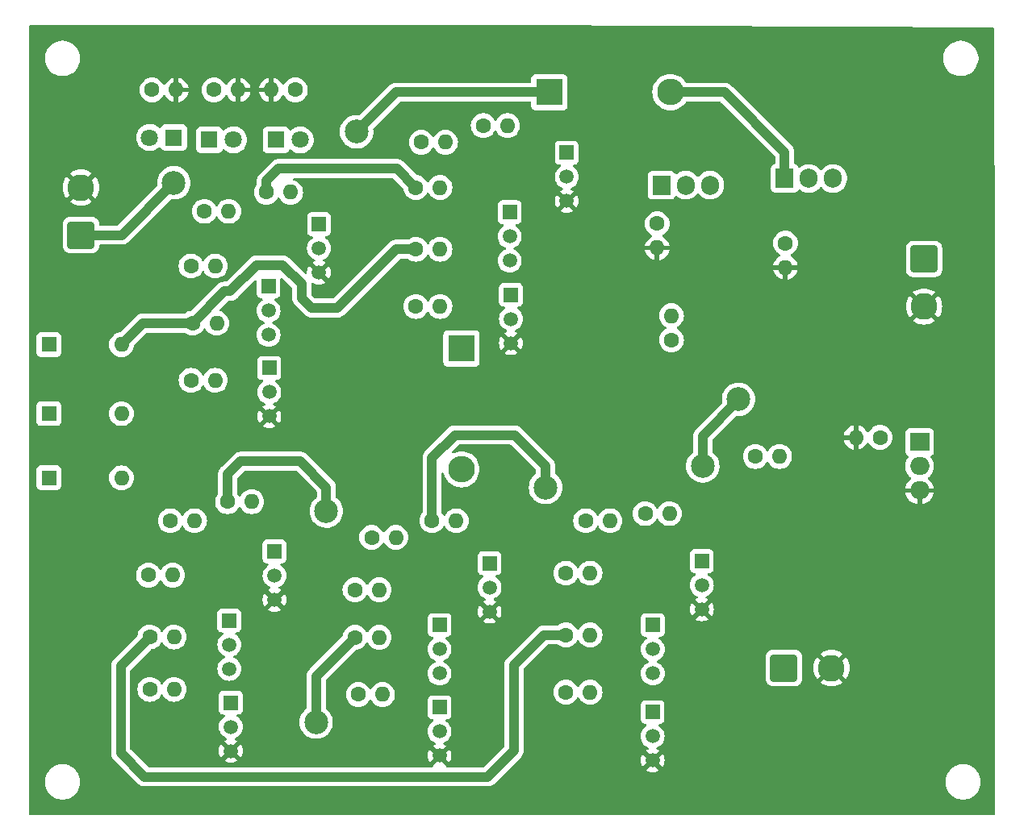
<source format=gbl>
G04 #@! TF.GenerationSoftware,KiCad,Pcbnew,8.0.8*
G04 #@! TF.CreationDate,2025-06-27T16:28:27-04:00*
G04 #@! TF.ProjectId,multimeter,6d756c74-696d-4657-9465-722e6b696361,rev?*
G04 #@! TF.SameCoordinates,Original*
G04 #@! TF.FileFunction,Copper,L2,Bot*
G04 #@! TF.FilePolarity,Positive*
%FSLAX46Y46*%
G04 Gerber Fmt 4.6, Leading zero omitted, Abs format (unit mm)*
G04 Created by KiCad (PCBNEW 8.0.8) date 2025-06-27 16:28:27*
%MOMM*%
%LPD*%
G01*
G04 APERTURE LIST*
G04 Aperture macros list*
%AMRoundRect*
0 Rectangle with rounded corners*
0 $1 Rounding radius*
0 $2 $3 $4 $5 $6 $7 $8 $9 X,Y pos of 4 corners*
0 Add a 4 corners polygon primitive as box body*
4,1,4,$2,$3,$4,$5,$6,$7,$8,$9,$2,$3,0*
0 Add four circle primitives for the rounded corners*
1,1,$1+$1,$2,$3*
1,1,$1+$1,$4,$5*
1,1,$1+$1,$6,$7*
1,1,$1+$1,$8,$9*
0 Add four rect primitives between the rounded corners*
20,1,$1+$1,$2,$3,$4,$5,0*
20,1,$1+$1,$4,$5,$6,$7,0*
20,1,$1+$1,$6,$7,$8,$9,0*
20,1,$1+$1,$8,$9,$2,$3,0*%
G04 Aperture macros list end*
G04 #@! TA.AperFunction,ComponentPad*
%ADD10R,1.500000X1.500000*%
G04 #@! TD*
G04 #@! TA.AperFunction,ComponentPad*
%ADD11C,1.500000*%
G04 #@! TD*
G04 #@! TA.AperFunction,ComponentPad*
%ADD12C,1.600000*%
G04 #@! TD*
G04 #@! TA.AperFunction,ComponentPad*
%ADD13O,1.600000X1.600000*%
G04 #@! TD*
G04 #@! TA.AperFunction,ComponentPad*
%ADD14R,1.905000X2.000000*%
G04 #@! TD*
G04 #@! TA.AperFunction,ComponentPad*
%ADD15O,1.905000X2.000000*%
G04 #@! TD*
G04 #@! TA.AperFunction,ComponentPad*
%ADD16RoundRect,0.250001X-1.149999X1.149999X-1.149999X-1.149999X1.149999X-1.149999X1.149999X1.149999X0*%
G04 #@! TD*
G04 #@! TA.AperFunction,ComponentPad*
%ADD17C,2.800000*%
G04 #@! TD*
G04 #@! TA.AperFunction,ComponentPad*
%ADD18R,2.000000X1.905000*%
G04 #@! TD*
G04 #@! TA.AperFunction,ComponentPad*
%ADD19O,2.000000X1.905000*%
G04 #@! TD*
G04 #@! TA.AperFunction,ComponentPad*
%ADD20RoundRect,0.250001X-1.149999X-1.149999X1.149999X-1.149999X1.149999X1.149999X-1.149999X1.149999X0*%
G04 #@! TD*
G04 #@! TA.AperFunction,ComponentPad*
%ADD21R,2.800000X2.800000*%
G04 #@! TD*
G04 #@! TA.AperFunction,ComponentPad*
%ADD22O,2.800000X2.800000*%
G04 #@! TD*
G04 #@! TA.AperFunction,ComponentPad*
%ADD23R,1.600000X1.600000*%
G04 #@! TD*
G04 #@! TA.AperFunction,ComponentPad*
%ADD24R,1.800000X1.800000*%
G04 #@! TD*
G04 #@! TA.AperFunction,ComponentPad*
%ADD25C,1.800000*%
G04 #@! TD*
G04 #@! TA.AperFunction,ComponentPad*
%ADD26RoundRect,0.250001X1.149999X-1.149999X1.149999X1.149999X-1.149999X1.149999X-1.149999X-1.149999X0*%
G04 #@! TD*
G04 #@! TA.AperFunction,ViaPad*
%ADD27C,2.500000*%
G04 #@! TD*
G04 #@! TA.AperFunction,Conductor*
%ADD28C,1.000000*%
G04 #@! TD*
G04 APERTURE END LIST*
D10*
X51911163Y59057288D03*
D11*
X51911163Y56517288D03*
X51911163Y53977288D03*
D10*
X46056163Y44142288D03*
D11*
X46056163Y41602288D03*
X46056163Y39062288D03*
D10*
X45916163Y52807288D03*
D11*
X45916163Y50267288D03*
X45916163Y47727288D03*
D10*
X43806163Y15947288D03*
D11*
X43806163Y13407288D03*
X43806163Y10867288D03*
D10*
X38556163Y807288D03*
D11*
X38556163Y-1732712D03*
X38556163Y-4272712D03*
D10*
X38556163Y9447288D03*
D11*
X38556163Y6907288D03*
X38556163Y4367288D03*
D10*
X66076163Y16177288D03*
D11*
X66076163Y13637288D03*
X66076163Y11097288D03*
D10*
X60911163Y307288D03*
D11*
X60911163Y-2232712D03*
X60911163Y-4772712D03*
D10*
X60936163Y9447288D03*
D11*
X60936163Y6907288D03*
X60936163Y4367288D03*
D10*
X25911163Y51557288D03*
D11*
X25911163Y49017288D03*
X25911163Y46477288D03*
D10*
X20686163Y36447288D03*
D11*
X20686163Y33907288D03*
X20686163Y31367288D03*
D10*
X20611163Y45007288D03*
D11*
X20611163Y42467288D03*
X20611163Y39927288D03*
D10*
X21246163Y17177288D03*
D11*
X21246163Y14637288D03*
X21246163Y12097288D03*
D10*
X16661163Y1307288D03*
D11*
X16661163Y-1232712D03*
X16661163Y-3772712D03*
D10*
X16496163Y9927288D03*
D11*
X16496163Y7387288D03*
X16496163Y4847288D03*
D12*
X71696163Y27157288D03*
D13*
X74236163Y27157288D03*
D14*
X61856163Y55657288D03*
D15*
X64396163Y55657288D03*
X66936163Y55657288D03*
D12*
X10316163Y20407288D03*
D13*
X12856163Y20407288D03*
D12*
X61396163Y51602288D03*
D13*
X61396163Y49062288D03*
D12*
X30036163Y2157288D03*
D13*
X32576163Y2157288D03*
D16*
X89396163Y47907288D03*
D17*
X89396163Y42907288D03*
D12*
X36066163Y42907288D03*
D13*
X38606163Y42907288D03*
D12*
X51816163Y14907288D03*
D13*
X54356163Y14907288D03*
D18*
X88936163Y28657288D03*
D19*
X88936163Y26117288D03*
X88936163Y23577288D03*
D12*
X13896163Y52907288D03*
D13*
X16436163Y52907288D03*
D12*
X23436163Y65657288D03*
D13*
X20896163Y65657288D03*
D20*
X74686163Y4939788D03*
D17*
X79686163Y4939788D03*
D14*
X74776163Y56352288D03*
D15*
X77316163Y56352288D03*
X79856163Y56352288D03*
D21*
X50086163Y65407288D03*
D22*
X62786163Y65407288D03*
D12*
X31436163Y18657288D03*
D13*
X33976163Y18657288D03*
D12*
X12486163Y35157288D03*
D13*
X15026163Y35157288D03*
D12*
X20396163Y54907288D03*
D13*
X22936163Y54907288D03*
D12*
X37766163Y20407288D03*
D13*
X40306163Y20407288D03*
D12*
X12486163Y47157288D03*
D13*
X15026163Y47157288D03*
D12*
X51816163Y8407288D03*
D13*
X54356163Y8407288D03*
D12*
X36066163Y55407288D03*
D13*
X38606163Y55407288D03*
D12*
X12636163Y41157288D03*
D13*
X15176163Y41157288D03*
D12*
X74856163Y49552288D03*
D13*
X74856163Y47012288D03*
D12*
X53896163Y20407288D03*
D13*
X56436163Y20407288D03*
D12*
X36066163Y48907288D03*
D13*
X38606163Y48907288D03*
D12*
X8166163Y2697288D03*
D13*
X10706163Y2697288D03*
D23*
X-2433837Y38907288D03*
D13*
X5186163Y38907288D03*
D12*
X29686163Y13157288D03*
D13*
X32226163Y13157288D03*
D24*
X14411163Y60407288D03*
D25*
X16951163Y60407288D03*
D23*
X-2433837Y31657288D03*
D13*
X5186163Y31657288D03*
D21*
X40861163Y38507288D03*
D22*
X40861163Y25807288D03*
D12*
X62896163Y39402288D03*
D13*
X62896163Y41942288D03*
D12*
X43146163Y61907288D03*
D13*
X45686163Y61907288D03*
D26*
X936163Y50407288D03*
D17*
X936163Y55407288D03*
D12*
X51816163Y2407288D03*
D13*
X54356163Y2407288D03*
D12*
X84786163Y29157288D03*
D13*
X82246163Y29157288D03*
D12*
X36646163Y60157288D03*
D13*
X39186163Y60157288D03*
D12*
X29686163Y8157288D03*
D13*
X32226163Y8157288D03*
D12*
X8166163Y8197288D03*
D13*
X10706163Y8197288D03*
D24*
X21411163Y60407288D03*
D25*
X23951163Y60407288D03*
D12*
X16316163Y22407288D03*
D13*
X18856163Y22407288D03*
D23*
X-2433837Y24907288D03*
D13*
X5186163Y24907288D03*
D12*
X14896163Y65657288D03*
D13*
X17436163Y65657288D03*
D12*
X8016163Y14697288D03*
D13*
X10556163Y14697288D03*
D12*
X60146163Y21157288D03*
D13*
X62686163Y21157288D03*
D24*
X10686163Y60657288D03*
D25*
X8146163Y60657288D03*
D12*
X8396163Y65657288D03*
D13*
X10936163Y65657288D03*
D27*
X25611163Y-742712D03*
X49686163Y23907288D03*
X26686163Y21407288D03*
X10686163Y55907288D03*
X66186163Y26157288D03*
X69936163Y33157288D03*
X29861163Y61257288D03*
D28*
X49511163Y8407288D02*
X51816163Y8407288D01*
X46361163Y5257288D02*
X49511163Y8407288D01*
X46361163Y-3742712D02*
X46361163Y5257288D01*
X43611163Y-6492712D02*
X46361163Y-3742712D01*
X7611163Y-6492712D02*
X43611163Y-6492712D01*
X5111163Y-3992712D02*
X7611163Y-6492712D01*
X5111163Y5142288D02*
X5111163Y-3992712D01*
X8166163Y8197288D02*
X5111163Y5142288D01*
X25611163Y4082288D02*
X29686163Y8157288D01*
X25611163Y-742712D02*
X25611163Y4082288D01*
X34011163Y48907288D02*
X36066163Y48907288D01*
X27861163Y42757288D02*
X34011163Y48907288D01*
X25111163Y42757288D02*
X27861163Y42757288D01*
X24111163Y45257288D02*
X24111163Y43757288D01*
X22111163Y47257288D02*
X24111163Y45257288D01*
X19361163Y47257288D02*
X22111163Y47257288D01*
X12636163Y41157288D02*
X15986163Y44507288D01*
X16611163Y44507288D02*
X19361163Y47257288D01*
X24111163Y43757288D02*
X25111163Y42757288D01*
X15986163Y44507288D02*
X16611163Y44507288D01*
X7436163Y41157288D02*
X5186163Y38907288D01*
X12636163Y41157288D02*
X7436163Y41157288D01*
X26686163Y21407288D02*
X26686163Y23907288D01*
X26686163Y23907288D02*
X23936163Y26657288D01*
X20396163Y56117288D02*
X21686163Y57407288D01*
X5186163Y50407288D02*
X936163Y50407288D01*
X16316163Y25287288D02*
X16316163Y22407288D01*
X40176851Y29416035D02*
X37766163Y27005347D01*
X37766163Y27005347D02*
X37766163Y20407288D01*
X20396163Y54907288D02*
X20396163Y56117288D01*
X49686163Y26157288D02*
X46427416Y29416035D01*
X23936163Y26657288D02*
X17686163Y26657288D01*
X21686163Y57407288D02*
X34066163Y57407288D01*
X34066163Y57407288D02*
X36066163Y55407288D01*
X17686163Y26657288D02*
X16316163Y25287288D01*
X49686163Y23907288D02*
X49686163Y26157288D01*
X10686163Y55907288D02*
X5186163Y50407288D01*
X46427416Y29416035D02*
X40176851Y29416035D01*
X69936163Y33082288D02*
X66186163Y29332288D01*
X68461163Y65407288D02*
X62786163Y65407288D01*
X74776163Y59092288D02*
X68461163Y65407288D01*
X69936163Y33157288D02*
X69936163Y33082288D01*
X74776163Y56352288D02*
X74776163Y59092288D01*
X66186163Y29332288D02*
X66186163Y26157288D01*
X34011163Y65407288D02*
X50086163Y65407288D01*
X29861163Y61257288D02*
X34011163Y65407288D01*
G04 #@! TA.AperFunction,Conductor*
G36*
X46103069Y72471786D02*
G01*
X96628145Y72222893D01*
X96695087Y72202879D01*
X96740581Y72149850D01*
X96751533Y72099268D01*
X96837470Y43568253D01*
X96858872Y36462756D01*
X96860662Y35868660D01*
X96860663Y35868287D01*
X96860663Y-10403212D01*
X96840978Y-10470251D01*
X96788174Y-10516006D01*
X96736663Y-10527212D01*
X-4374337Y-10527212D01*
X-4441376Y-10507527D01*
X-4487131Y-10454723D01*
X-4498337Y-10403212D01*
X-4498337Y-6906424D01*
X-2849337Y-6906424D01*
X-2849337Y-7149000D01*
X-2817675Y-7389501D01*
X-2754891Y-7623812D01*
X-2662061Y-7847924D01*
X-2540773Y-8058001D01*
X-2393102Y-8250450D01*
X-2221575Y-8421977D01*
X-2029126Y-8569648D01*
X-1819049Y-8690936D01*
X-1594937Y-8783766D01*
X-1360626Y-8846550D01*
X-1168225Y-8871879D01*
X-1120126Y-8878212D01*
X-1120125Y-8878212D01*
X-877548Y-8878212D01*
X-817423Y-8870296D01*
X-637048Y-8846550D01*
X-402737Y-8783766D01*
X-178625Y-8690936D01*
X31452Y-8569648D01*
X223901Y-8421977D01*
X395428Y-8250450D01*
X543099Y-8058001D01*
X664387Y-7847924D01*
X757217Y-7623812D01*
X820001Y-7389501D01*
X851663Y-7149000D01*
X851663Y-6906424D01*
X820001Y-6665923D01*
X757217Y-6431612D01*
X664387Y-6207500D01*
X543099Y-5997423D01*
X395428Y-5804974D01*
X395423Y-5804968D01*
X223906Y-5633451D01*
X223899Y-5633445D01*
X31456Y-5485779D01*
X31455Y-5485778D01*
X31452Y-5485776D01*
X-82955Y-5419723D01*
X-178622Y-5364489D01*
X-178631Y-5364485D01*
X-402732Y-5271659D01*
X-637051Y-5208873D01*
X-877548Y-5177212D01*
X-877549Y-5177212D01*
X-1120125Y-5177212D01*
X-1120126Y-5177212D01*
X-1360622Y-5208873D01*
X-1594941Y-5271659D01*
X-1819042Y-5364485D01*
X-1819049Y-5364488D01*
X-2029126Y-5485776D01*
X-2029129Y-5485778D01*
X-2029130Y-5485779D01*
X-2221573Y-5633445D01*
X-2221580Y-5633451D01*
X-2393097Y-5804968D01*
X-2393102Y-5804974D01*
X-2540773Y-5997423D01*
X-2662061Y-6207500D01*
X-2754891Y-6431612D01*
X-2817675Y-6665923D01*
X-2849337Y-6906424D01*
X-4498337Y-6906424D01*
X-4498337Y5240831D01*
X4110663Y5240831D01*
X4110663Y-4091256D01*
X4135601Y-4216627D01*
X4149109Y-4284540D01*
X4149112Y-4284549D01*
X4224527Y-4466619D01*
X4224534Y-4466632D01*
X4334023Y-4630493D01*
X4334026Y-4630497D01*
X4477700Y-4774171D01*
X4477722Y-4774191D01*
X6830898Y-7127367D01*
X6830927Y-7127398D01*
X6973377Y-7269848D01*
X6973381Y-7269851D01*
X7137242Y-7379340D01*
X7137255Y-7379347D01*
X7265996Y-7432673D01*
X7308907Y-7450447D01*
X7319327Y-7454763D01*
X7415975Y-7473987D01*
X7464298Y-7483599D01*
X7512621Y-7493212D01*
X7512622Y-7493212D01*
X43709705Y-7493212D01*
X43729033Y-7489367D01*
X43806351Y-7473987D01*
X43902999Y-7454763D01*
X43956328Y-7432673D01*
X44085077Y-7379344D01*
X44248945Y-7269851D01*
X44388302Y-7130494D01*
X44388302Y-7130492D01*
X44398510Y-7120285D01*
X44398511Y-7120282D01*
X44612370Y-6906423D01*
X91650663Y-6906423D01*
X91650663Y-7149000D01*
X91680987Y-7379344D01*
X91682325Y-7389501D01*
X91693893Y-7432673D01*
X91745110Y-7623816D01*
X91837936Y-7847917D01*
X91837939Y-7847924D01*
X91959227Y-8058001D01*
X91959229Y-8058004D01*
X91959230Y-8058005D01*
X92106896Y-8250448D01*
X92106902Y-8250455D01*
X92278419Y-8421972D01*
X92278425Y-8421977D01*
X92470874Y-8569648D01*
X92680951Y-8690936D01*
X92905063Y-8783766D01*
X93139374Y-8846550D01*
X93319749Y-8870296D01*
X93379874Y-8878212D01*
X93379875Y-8878212D01*
X93622452Y-8878212D01*
X93670551Y-8871879D01*
X93862952Y-8846550D01*
X94097263Y-8783766D01*
X94321375Y-8690936D01*
X94531452Y-8569648D01*
X94723901Y-8421977D01*
X94895428Y-8250450D01*
X95043099Y-8058001D01*
X95164387Y-7847924D01*
X95257217Y-7623812D01*
X95320001Y-7389501D01*
X95351663Y-7149000D01*
X95351663Y-6906424D01*
X95320001Y-6665923D01*
X95257217Y-6431612D01*
X95164387Y-6207500D01*
X95043099Y-5997423D01*
X94895428Y-5804974D01*
X94895423Y-5804968D01*
X94723906Y-5633451D01*
X94723899Y-5633445D01*
X94531456Y-5485779D01*
X94531455Y-5485778D01*
X94531452Y-5485776D01*
X94321375Y-5364488D01*
X94321368Y-5364485D01*
X94097267Y-5271659D01*
X93862948Y-5208873D01*
X93622452Y-5177212D01*
X93622451Y-5177212D01*
X93379875Y-5177212D01*
X93379874Y-5177212D01*
X93139377Y-5208873D01*
X92905058Y-5271659D01*
X92680957Y-5364485D01*
X92680948Y-5364489D01*
X92470869Y-5485779D01*
X92278426Y-5633445D01*
X92278419Y-5633451D01*
X92106902Y-5804968D01*
X92106896Y-5804975D01*
X91959230Y-5997418D01*
X91837940Y-6207497D01*
X91837936Y-6207506D01*
X91745110Y-6431607D01*
X91682324Y-6665926D01*
X91650663Y-6906423D01*
X44612370Y-6906423D01*
X47138302Y-4380494D01*
X47247795Y-4216626D01*
X47323214Y-4034547D01*
X47351137Y-3894172D01*
X47361663Y-3841255D01*
X47361663Y-2232709D01*
X59655886Y-2232709D01*
X59655886Y-2232714D01*
X59674956Y-2450687D01*
X59674956Y-2450691D01*
X59731585Y-2662034D01*
X59731587Y-2662038D01*
X59731588Y-2662042D01*
X59746635Y-2694310D01*
X59824060Y-2860350D01*
X59824061Y-2860351D01*
X59949565Y-3039589D01*
X60104286Y-3194310D01*
X60283523Y-3319813D01*
X60283524Y-3319814D01*
X60435338Y-3390606D01*
X60487777Y-3436778D01*
X60506929Y-3503972D01*
X60486713Y-3570853D01*
X60435338Y-3615370D01*
X60283777Y-3686044D01*
X60283775Y-3686045D01*
X60221591Y-3729587D01*
X60221590Y-3729587D01*
X60864717Y-4372712D01*
X60858502Y-4372712D01*
X60756769Y-4399971D01*
X60665557Y-4452632D01*
X60591083Y-4527106D01*
X60538422Y-4618318D01*
X60511163Y-4720051D01*
X60511163Y-4726264D01*
X59868038Y-4083139D01*
X59868038Y-4083140D01*
X59824496Y-4145324D01*
X59824495Y-4145326D01*
X59732061Y-4343552D01*
X59732057Y-4343561D01*
X59675452Y-4554817D01*
X59675450Y-4554827D01*
X59656388Y-4772711D01*
X59656388Y-4772712D01*
X59675450Y-4990596D01*
X59675452Y-4990606D01*
X59732057Y-5201862D01*
X59732061Y-5201871D01*
X59824496Y-5400099D01*
X59868037Y-5462283D01*
X60511163Y-4819157D01*
X60511163Y-4825373D01*
X60538422Y-4927106D01*
X60591083Y-5018318D01*
X60665557Y-5092792D01*
X60756769Y-5145453D01*
X60858502Y-5172712D01*
X60864716Y-5172712D01*
X60221590Y-5815836D01*
X60283775Y-5859378D01*
X60482003Y-5951813D01*
X60482012Y-5951817D01*
X60693268Y-6008422D01*
X60693278Y-6008424D01*
X60911162Y-6027487D01*
X60911164Y-6027487D01*
X61129047Y-6008424D01*
X61129057Y-6008422D01*
X61340313Y-5951817D01*
X61340327Y-5951812D01*
X61538546Y-5859381D01*
X61538548Y-5859380D01*
X61600734Y-5815836D01*
X60957611Y-5172712D01*
X60963824Y-5172712D01*
X61065557Y-5145453D01*
X61156769Y-5092792D01*
X61231243Y-5018318D01*
X61283904Y-4927106D01*
X61311163Y-4825373D01*
X61311163Y-4819158D01*
X61954287Y-5462282D01*
X61997831Y-5400097D01*
X61997832Y-5400095D01*
X62090263Y-5201876D01*
X62090268Y-5201862D01*
X62146873Y-4990606D01*
X62146875Y-4990596D01*
X62165938Y-4772712D01*
X62165938Y-4772711D01*
X62146875Y-4554827D01*
X62146873Y-4554817D01*
X62090268Y-4343561D01*
X62090264Y-4343552D01*
X61997831Y-4145327D01*
X61954286Y-4083140D01*
X61311163Y-4726263D01*
X61311163Y-4720051D01*
X61283904Y-4618318D01*
X61231243Y-4527106D01*
X61156769Y-4452632D01*
X61065557Y-4399971D01*
X60963824Y-4372712D01*
X60957610Y-4372712D01*
X61600734Y-3729586D01*
X61538550Y-3686045D01*
X61386987Y-3615370D01*
X61334548Y-3569198D01*
X61315396Y-3502004D01*
X61335612Y-3435123D01*
X61386985Y-3390607D01*
X61538802Y-3319814D01*
X61718040Y-3194310D01*
X61872761Y-3039589D01*
X61998265Y-2860351D01*
X62090738Y-2662042D01*
X62147370Y-2450689D01*
X62166440Y-2232712D01*
X62147370Y-2014735D01*
X62090738Y-1803382D01*
X61998265Y-1605074D01*
X61998263Y-1605071D01*
X61998262Y-1605069D01*
X61872762Y-1425836D01*
X61872759Y-1425833D01*
X61718040Y-1271114D01*
X61571896Y-1168783D01*
X61528275Y-1114209D01*
X61521082Y-1044710D01*
X61552604Y-982356D01*
X61612834Y-946942D01*
X61643022Y-943211D01*
X61709035Y-943211D01*
X61768646Y-936803D01*
X61903494Y-886508D01*
X62018709Y-800258D01*
X62104959Y-685043D01*
X62155254Y-550195D01*
X62161663Y-490585D01*
X62161662Y1105160D01*
X62155254Y1164771D01*
X62104959Y1299619D01*
X62018709Y1414834D01*
X61903494Y1501084D01*
X61768646Y1551379D01*
X61709036Y1557788D01*
X60113291Y1557787D01*
X60064920Y1552587D01*
X60053679Y1551379D01*
X59918834Y1501085D01*
X59918827Y1501081D01*
X59803618Y1414835D01*
X59803615Y1414832D01*
X59717369Y1299623D01*
X59717365Y1299616D01*
X59667071Y1164770D01*
X59666262Y1157241D01*
X59660664Y1105164D01*
X59660663Y1105152D01*
X59660663Y-490582D01*
X59660664Y-490588D01*
X59667071Y-550195D01*
X59717365Y-685040D01*
X59717369Y-685047D01*
X59803615Y-800256D01*
X59803618Y-800259D01*
X59918827Y-886505D01*
X59918834Y-886509D01*
X60053680Y-936803D01*
X60053679Y-936803D01*
X60060607Y-937547D01*
X60113290Y-943212D01*
X60179302Y-943211D01*
X60246339Y-962895D01*
X60292095Y-1015698D01*
X60302039Y-1084856D01*
X60273015Y-1148412D01*
X60250425Y-1168786D01*
X60104281Y-1271117D01*
X59949565Y-1425833D01*
X59824063Y-1605069D01*
X59824061Y-1605073D01*
X59731589Y-1803380D01*
X59731585Y-1803389D01*
X59674956Y-2014732D01*
X59674956Y-2014736D01*
X59655886Y-2232709D01*
X47361663Y-2232709D01*
X47361663Y2407289D01*
X50510695Y2407289D01*
X50510695Y2407286D01*
X50530527Y2180601D01*
X50530529Y2180590D01*
X50589421Y1960799D01*
X50589424Y1960790D01*
X50685594Y1754555D01*
X50685595Y1754553D01*
X50816117Y1568146D01*
X50977021Y1407242D01*
X51163428Y1276720D01*
X51163430Y1276719D01*
X51369665Y1180549D01*
X51369674Y1180546D01*
X51589465Y1121654D01*
X51589476Y1121652D01*
X51816161Y1101820D01*
X51816163Y1101820D01*
X51816165Y1101820D01*
X52042849Y1121652D01*
X52042860Y1121654D01*
X52262651Y1180546D01*
X52262660Y1180549D01*
X52468895Y1276719D01*
X52468897Y1276720D01*
X52655304Y1407242D01*
X52816208Y1568146D01*
X52916089Y1710792D01*
X52946731Y1754554D01*
X52973781Y1812563D01*
X53019954Y1865002D01*
X53087147Y1884154D01*
X53154028Y1863938D01*
X53198545Y1812563D01*
X53225594Y1754555D01*
X53225595Y1754553D01*
X53356117Y1568146D01*
X53517021Y1407242D01*
X53703428Y1276720D01*
X53703430Y1276719D01*
X53909665Y1180549D01*
X53909674Y1180546D01*
X54129465Y1121654D01*
X54129476Y1121652D01*
X54356161Y1101820D01*
X54356163Y1101820D01*
X54356165Y1101820D01*
X54582849Y1121652D01*
X54582860Y1121654D01*
X54802651Y1180546D01*
X54802660Y1180549D01*
X55008895Y1276719D01*
X55008897Y1276720D01*
X55195304Y1407242D01*
X55356208Y1568146D01*
X55456089Y1710792D01*
X55486731Y1754554D01*
X55582902Y1960792D01*
X55641798Y2180596D01*
X55661631Y2407288D01*
X55641798Y2633980D01*
X55582902Y2853784D01*
X55486731Y3060022D01*
X55356210Y3246427D01*
X55195302Y3407335D01*
X55008897Y3537856D01*
X54802659Y3634027D01*
X54582855Y3692923D01*
X54412836Y3707797D01*
X54356165Y3712756D01*
X54356161Y3712756D01*
X54291393Y3707089D01*
X54129471Y3692923D01*
X53962578Y3648204D01*
X53920729Y3636991D01*
X53909667Y3634027D01*
X53703429Y3537856D01*
X53596174Y3462756D01*
X53517021Y3407333D01*
X53356117Y3246429D01*
X53225595Y3060022D01*
X53225592Y3060016D01*
X53198545Y3002013D01*
X53152373Y2949573D01*
X53085180Y2930421D01*
X53018298Y2950636D01*
X52973781Y3002013D01*
X52951503Y3049788D01*
X52946731Y3060022D01*
X52816210Y3246427D01*
X52655302Y3407335D01*
X52468897Y3537856D01*
X52262659Y3634027D01*
X52042855Y3692923D01*
X51872836Y3707797D01*
X51816165Y3712756D01*
X51816161Y3712756D01*
X51751393Y3707089D01*
X51589471Y3692923D01*
X51422578Y3648204D01*
X51380729Y3636991D01*
X51369667Y3634027D01*
X51163429Y3537856D01*
X51056174Y3462756D01*
X50977021Y3407333D01*
X50816117Y3246429D01*
X50685595Y3060022D01*
X50685594Y3060020D01*
X50589424Y2853785D01*
X50589421Y2853776D01*
X50530529Y2633985D01*
X50530527Y2633974D01*
X50510695Y2407289D01*
X47361663Y2407289D01*
X47361663Y4791505D01*
X47381348Y4858544D01*
X47397982Y4879186D01*
X49426086Y6907290D01*
X59680886Y6907290D01*
X59680886Y6907285D01*
X59699956Y6689312D01*
X59699956Y6689308D01*
X59756585Y6477965D01*
X59756589Y6477956D01*
X59849060Y6279649D01*
X59884057Y6229669D01*
X59952438Y6132011D01*
X59974569Y6100406D01*
X60129281Y5945694D01*
X60129284Y5945691D01*
X60129286Y5945690D01*
X60188945Y5903915D01*
X60308524Y5820185D01*
X60459746Y5749669D01*
X60512185Y5703496D01*
X60531337Y5636302D01*
X60511121Y5569421D01*
X60459748Y5524906D01*
X60308525Y5454390D01*
X60308524Y5454389D01*
X60308520Y5454387D01*
X60129284Y5328885D01*
X59974565Y5174166D01*
X59849063Y4994930D01*
X59849061Y4994926D01*
X59756588Y4796618D01*
X59756587Y4796614D01*
X59756585Y4796610D01*
X59699956Y4585267D01*
X59699956Y4585265D01*
X59697413Y4556198D01*
X59685320Y4417965D01*
X59680886Y4367288D01*
X59697198Y4180833D01*
X59699956Y4149312D01*
X59699956Y4149308D01*
X59756585Y3937965D01*
X59756589Y3937956D01*
X59849060Y3739649D01*
X59899431Y3667713D01*
X59952438Y3592011D01*
X59974569Y3560406D01*
X60129281Y3405694D01*
X60129284Y3405691D01*
X60129286Y3405690D01*
X60188945Y3363915D01*
X60308524Y3280185D01*
X60506831Y3187714D01*
X60506840Y3187710D01*
X60718185Y3131081D01*
X60936161Y3112011D01*
X60936163Y3112011D01*
X60936165Y3112011D01*
X61045151Y3121546D01*
X61154140Y3131081D01*
X61154142Y3131081D01*
X61365485Y3187710D01*
X61365489Y3187712D01*
X61365493Y3187713D01*
X61491410Y3246429D01*
X61563801Y3280185D01*
X61622280Y3321133D01*
X61743040Y3405690D01*
X61897761Y3560411D01*
X62023265Y3739649D01*
X62115738Y3937958D01*
X62172370Y4149311D01*
X62191440Y4367288D01*
X62172370Y4585265D01*
X62115738Y4796618D01*
X62023265Y4994926D01*
X61897761Y5174165D01*
X61743040Y5328886D01*
X61563802Y5454390D01*
X61412577Y5524906D01*
X61360140Y5571078D01*
X61340988Y5638272D01*
X61361204Y5705153D01*
X61412577Y5749669D01*
X61563802Y5820186D01*
X61743040Y5945690D01*
X61897761Y6100411D01*
X61925344Y6139803D01*
X72785663Y6139803D01*
X72785663Y3739772D01*
X72796163Y3636992D01*
X72796164Y3636991D01*
X72851349Y3470452D01*
X72851350Y3470450D01*
X72943449Y3321136D01*
X72943452Y3321132D01*
X73067507Y3197077D01*
X73067511Y3197074D01*
X73216825Y3104975D01*
X73216827Y3104974D01*
X73383366Y3049789D01*
X73383367Y3049788D01*
X73486147Y3039288D01*
X73486155Y3039288D01*
X75886178Y3039288D01*
X75988958Y3049788D01*
X75988960Y3049789D01*
X76072228Y3077381D01*
X76155498Y3104974D01*
X76155500Y3104975D01*
X76304814Y3197074D01*
X76304818Y3197077D01*
X76428873Y3321132D01*
X76428876Y3321136D01*
X76520975Y3470450D01*
X76520976Y3470452D01*
X76542838Y3536427D01*
X76576162Y3636991D01*
X76586663Y3739780D01*
X76586663Y4939789D01*
X77781310Y4939789D01*
X77781310Y4939786D01*
X77800699Y4668697D01*
X77800700Y4668690D01*
X77858468Y4403133D01*
X77953448Y4148481D01*
X77953450Y4148477D01*
X78083695Y3909952D01*
X78083700Y3909944D01*
X78177484Y3784663D01*
X78177485Y3784662D01*
X79085121Y4692299D01*
X79110141Y4631898D01*
X79181275Y4525437D01*
X79271812Y4434900D01*
X79378273Y4363766D01*
X79438674Y4338746D01*
X78531037Y3431110D01*
X78531038Y3431109D01*
X78656319Y3337325D01*
X78656327Y3337320D01*
X78894852Y3207075D01*
X78894856Y3207073D01*
X79149508Y3112093D01*
X79415065Y3054325D01*
X79415072Y3054324D01*
X79686162Y3034935D01*
X79686164Y3034935D01*
X79957253Y3054324D01*
X79957260Y3054325D01*
X80222817Y3112093D01*
X80477469Y3207073D01*
X80477473Y3207075D01*
X80715998Y3337320D01*
X80716006Y3337325D01*
X80841286Y3431109D01*
X80841287Y3431110D01*
X79933650Y4338746D01*
X79994053Y4363766D01*
X80100514Y4434900D01*
X80191051Y4525437D01*
X80262185Y4631898D01*
X80287204Y4692298D01*
X81194839Y3784662D01*
X81288629Y3909951D01*
X81288630Y3909952D01*
X81418875Y4148477D01*
X81418877Y4148481D01*
X81513857Y4403133D01*
X81571625Y4668690D01*
X81571626Y4668697D01*
X81591016Y4939786D01*
X81591016Y4939789D01*
X81571626Y5210878D01*
X81571625Y5210885D01*
X81513857Y5476442D01*
X81418877Y5731094D01*
X81418875Y5731098D01*
X81288625Y5969632D01*
X81194840Y6094911D01*
X81194839Y6094912D01*
X80287204Y5187277D01*
X80262185Y5247678D01*
X80191051Y5354139D01*
X80100514Y5444676D01*
X79994053Y5515810D01*
X79933651Y5540829D01*
X80841287Y6448464D01*
X80841286Y6448465D01*
X80716007Y6542250D01*
X80477473Y6672500D01*
X80477469Y6672502D01*
X80222817Y6767482D01*
X79957260Y6825250D01*
X79957253Y6825251D01*
X79686164Y6844641D01*
X79686162Y6844641D01*
X79415072Y6825251D01*
X79415065Y6825250D01*
X79149508Y6767482D01*
X78894856Y6672502D01*
X78894852Y6672500D01*
X78656327Y6542255D01*
X78656326Y6542254D01*
X78531037Y6448464D01*
X79438674Y5540829D01*
X79378273Y5515810D01*
X79271812Y5444676D01*
X79181275Y5354139D01*
X79110141Y5247678D01*
X79085121Y5187275D01*
X78177485Y6094912D01*
X78177484Y6094911D01*
X78083700Y5969631D01*
X78083695Y5969623D01*
X77953450Y5731098D01*
X77953448Y5731094D01*
X77858468Y5476442D01*
X77800700Y5210885D01*
X77800699Y5210878D01*
X77781310Y4939789D01*
X76586663Y4939789D01*
X76586663Y6139796D01*
X76576162Y6242585D01*
X76520977Y6409122D01*
X76428874Y6558443D01*
X76304818Y6682499D01*
X76155497Y6774602D01*
X75988960Y6829787D01*
X75886171Y6840288D01*
X73486155Y6840288D01*
X73383366Y6829787D01*
X73216829Y6774602D01*
X73216827Y6774601D01*
X73216825Y6774600D01*
X73067511Y6682501D01*
X73067507Y6682498D01*
X72943452Y6558443D01*
X72943449Y6558439D01*
X72851350Y6409125D01*
X72851349Y6409123D01*
X72796164Y6242584D01*
X72796163Y6242583D01*
X72785663Y6139803D01*
X61925344Y6139803D01*
X62023265Y6279649D01*
X62115738Y6477958D01*
X62172370Y6689311D01*
X62191440Y6907288D01*
X62172370Y7125265D01*
X62115738Y7336618D01*
X62023265Y7534926D01*
X61897761Y7714165D01*
X61743040Y7868886D01*
X61596897Y7971216D01*
X61553275Y8025790D01*
X61546081Y8095288D01*
X61577604Y8157643D01*
X61637833Y8193057D01*
X61668021Y8196788D01*
X61734032Y8196788D01*
X61734039Y8196789D01*
X61793646Y8203196D01*
X61928491Y8253490D01*
X61928498Y8253494D01*
X62043707Y8339740D01*
X62043710Y8339743D01*
X62129956Y8454952D01*
X62129960Y8454959D01*
X62180254Y8589805D01*
X62183876Y8623495D01*
X62186663Y8649415D01*
X62186662Y10245160D01*
X62180254Y10304771D01*
X62129959Y10439619D01*
X62043709Y10554834D01*
X61928494Y10641084D01*
X61793646Y10691379D01*
X61734036Y10697788D01*
X60138291Y10697787D01*
X60089920Y10692587D01*
X60078679Y10691379D01*
X59943834Y10641085D01*
X59943827Y10641081D01*
X59828618Y10554835D01*
X59828615Y10554832D01*
X59742369Y10439623D01*
X59742365Y10439616D01*
X59692071Y10304770D01*
X59685664Y10245171D01*
X59685664Y10245164D01*
X59685663Y10245152D01*
X59685663Y8649417D01*
X59685664Y8649411D01*
X59692071Y8589804D01*
X59742365Y8454959D01*
X59742369Y8454952D01*
X59828615Y8339743D01*
X59828618Y8339740D01*
X59943827Y8253494D01*
X59943834Y8253490D01*
X60078680Y8203196D01*
X60078679Y8203196D01*
X60138279Y8196789D01*
X60138282Y8196788D01*
X60138290Y8196788D01*
X60138298Y8196788D01*
X60138299Y8196788D01*
X60204301Y8196788D01*
X60271340Y8177103D01*
X60317095Y8124299D01*
X60327039Y8055141D01*
X60298014Y7991585D01*
X60275424Y7971213D01*
X60129284Y7868885D01*
X59974565Y7714166D01*
X59849063Y7534930D01*
X59849061Y7534926D01*
X59756588Y7336618D01*
X59756587Y7336614D01*
X59756585Y7336610D01*
X59699956Y7125267D01*
X59699956Y7125263D01*
X59680886Y6907290D01*
X49426086Y6907290D01*
X49889265Y7370469D01*
X49950588Y7403954D01*
X49976946Y7406788D01*
X50938575Y7406788D01*
X51005614Y7387103D01*
X51009686Y7384370D01*
X51047135Y7358149D01*
X51163428Y7276720D01*
X51163430Y7276719D01*
X51369665Y7180549D01*
X51369674Y7180546D01*
X51589465Y7121654D01*
X51589476Y7121652D01*
X51816161Y7101820D01*
X51816163Y7101820D01*
X51816165Y7101820D01*
X52042849Y7121652D01*
X52042860Y7121654D01*
X52262651Y7180546D01*
X52262660Y7180549D01*
X52468895Y7276719D01*
X52468897Y7276720D01*
X52655304Y7407242D01*
X52816208Y7568146D01*
X52862427Y7634154D01*
X52946731Y7754554D01*
X52973781Y7812563D01*
X53019954Y7865002D01*
X53087147Y7884154D01*
X53154028Y7863938D01*
X53198545Y7812563D01*
X53225594Y7754555D01*
X53225595Y7754553D01*
X53356117Y7568146D01*
X53517021Y7407242D01*
X53703428Y7276720D01*
X53703430Y7276719D01*
X53909665Y7180549D01*
X53909674Y7180546D01*
X54129465Y7121654D01*
X54129476Y7121652D01*
X54356161Y7101820D01*
X54356163Y7101820D01*
X54356165Y7101820D01*
X54582849Y7121652D01*
X54582860Y7121654D01*
X54802651Y7180546D01*
X54802660Y7180549D01*
X55008895Y7276719D01*
X55008897Y7276720D01*
X55195304Y7407242D01*
X55356208Y7568146D01*
X55402427Y7634154D01*
X55486731Y7754554D01*
X55582902Y7960792D01*
X55641798Y8180596D01*
X55659591Y8383974D01*
X55661631Y8407286D01*
X55661631Y8407289D01*
X55646933Y8575288D01*
X55641798Y8633980D01*
X55582902Y8853784D01*
X55486731Y9060022D01*
X55356210Y9246427D01*
X55195302Y9407335D01*
X55008897Y9537856D01*
X54802659Y9634027D01*
X54582855Y9692923D01*
X54412836Y9707797D01*
X54356165Y9712756D01*
X54356161Y9712756D01*
X54291393Y9707089D01*
X54129471Y9692923D01*
X53909667Y9634027D01*
X53703429Y9537856D01*
X53703428Y9537855D01*
X53517021Y9407333D01*
X53356117Y9246429D01*
X53225595Y9060022D01*
X53225592Y9060016D01*
X53198545Y9002013D01*
X53152373Y8949573D01*
X53085180Y8930421D01*
X53018298Y8950636D01*
X52973781Y9002013D01*
X52946731Y9060022D01*
X52816210Y9246427D01*
X52655302Y9407335D01*
X52468897Y9537856D01*
X52262659Y9634027D01*
X52042855Y9692923D01*
X51872836Y9707797D01*
X51816165Y9712756D01*
X51816161Y9712756D01*
X51751393Y9707089D01*
X51589471Y9692923D01*
X51369667Y9634027D01*
X51163429Y9537856D01*
X51027850Y9442923D01*
X51009698Y9430213D01*
X50943492Y9407886D01*
X50938575Y9407788D01*
X49412620Y9407788D01*
X49219333Y9369340D01*
X49219328Y9369339D01*
X49219323Y9369337D01*
X49037255Y9293923D01*
X49037251Y9293921D01*
X49037249Y9293920D01*
X48914209Y9211707D01*
X48873382Y9184428D01*
X45730452Y6041497D01*
X45730448Y6041494D01*
X45730449Y6041494D01*
X45723383Y6034428D01*
X45723381Y6034427D01*
X45584024Y5895070D01*
X45529645Y5813686D01*
X45474534Y5731207D01*
X45474527Y5731194D01*
X45426897Y5616203D01*
X45426897Y5616202D01*
X45399112Y5549124D01*
X45399110Y5549117D01*
X45384353Y5474926D01*
X45384353Y5474925D01*
X45360663Y5355831D01*
X45360663Y-3276929D01*
X45340978Y-3343968D01*
X45324344Y-3364610D01*
X43233062Y-5455893D01*
X43171739Y-5489378D01*
X43145381Y-5492212D01*
X39365626Y-5492212D01*
X39298587Y-5472527D01*
X39252832Y-5419723D01*
X39242098Y-5357406D01*
X39245734Y-5315837D01*
X38602611Y-4672712D01*
X38608824Y-4672712D01*
X38710557Y-4645453D01*
X38801769Y-4592792D01*
X38876243Y-4518318D01*
X38928904Y-4427106D01*
X38956163Y-4325373D01*
X38956163Y-4319158D01*
X39599287Y-4962282D01*
X39642831Y-4900097D01*
X39642832Y-4900095D01*
X39735263Y-4701876D01*
X39735268Y-4701862D01*
X39791873Y-4490606D01*
X39791875Y-4490596D01*
X39810938Y-4272712D01*
X39810938Y-4272711D01*
X39791875Y-4054827D01*
X39791873Y-4054817D01*
X39735268Y-3843561D01*
X39735264Y-3843552D01*
X39642831Y-3645327D01*
X39599286Y-3583140D01*
X38956163Y-4226263D01*
X38956163Y-4220051D01*
X38928904Y-4118318D01*
X38876243Y-4027106D01*
X38801769Y-3952632D01*
X38710557Y-3899971D01*
X38608824Y-3872712D01*
X38602610Y-3872712D01*
X39245734Y-3229586D01*
X39183550Y-3186045D01*
X39031987Y-3115370D01*
X38979548Y-3069198D01*
X38960396Y-3002004D01*
X38980612Y-2935123D01*
X39031985Y-2890607D01*
X39183802Y-2819814D01*
X39363040Y-2694310D01*
X39517761Y-2539589D01*
X39643265Y-2360351D01*
X39735738Y-2162042D01*
X39792370Y-1950689D01*
X39811440Y-1732712D01*
X39792370Y-1514735D01*
X39735738Y-1303382D01*
X39643265Y-1105074D01*
X39643263Y-1105071D01*
X39643262Y-1105069D01*
X39517762Y-925836D01*
X39478431Y-886505D01*
X39363040Y-771114D01*
X39216896Y-668783D01*
X39173275Y-614209D01*
X39166082Y-544710D01*
X39197604Y-482356D01*
X39257834Y-446942D01*
X39288022Y-443211D01*
X39354035Y-443211D01*
X39413646Y-436803D01*
X39548494Y-386508D01*
X39663709Y-300258D01*
X39749959Y-185043D01*
X39800254Y-50195D01*
X39806663Y9415D01*
X39806662Y1605160D01*
X39800254Y1664771D01*
X39749959Y1799619D01*
X39663709Y1914834D01*
X39548494Y2001084D01*
X39413646Y2051379D01*
X39354036Y2057788D01*
X37758291Y2057787D01*
X37709920Y2052587D01*
X37698679Y2051379D01*
X37563834Y2001085D01*
X37563827Y2001081D01*
X37448618Y1914835D01*
X37448615Y1914832D01*
X37362369Y1799623D01*
X37362365Y1799616D01*
X37312071Y1664770D01*
X37305664Y1605171D01*
X37305664Y1605164D01*
X37305663Y1605152D01*
X37305663Y9417D01*
X37305664Y9411D01*
X37312071Y-50195D01*
X37362365Y-185040D01*
X37362369Y-185047D01*
X37448615Y-300256D01*
X37448618Y-300259D01*
X37563827Y-386505D01*
X37563834Y-386509D01*
X37698680Y-436803D01*
X37698679Y-436803D01*
X37705607Y-437547D01*
X37758290Y-443212D01*
X37824302Y-443211D01*
X37891339Y-462895D01*
X37937095Y-515698D01*
X37947039Y-584856D01*
X37918015Y-648412D01*
X37895425Y-668786D01*
X37749281Y-771117D01*
X37594565Y-925833D01*
X37469063Y-1105069D01*
X37469061Y-1105073D01*
X37376589Y-1303380D01*
X37376585Y-1303389D01*
X37319956Y-1514732D01*
X37319956Y-1514736D01*
X37300886Y-1732709D01*
X37300886Y-1732714D01*
X37319956Y-1950687D01*
X37319956Y-1950691D01*
X37376585Y-2162034D01*
X37376587Y-2162038D01*
X37376588Y-2162042D01*
X37391635Y-2194310D01*
X37469060Y-2360350D01*
X37469061Y-2360351D01*
X37594565Y-2539589D01*
X37749286Y-2694310D01*
X37928523Y-2819813D01*
X37928524Y-2819814D01*
X38080338Y-2890606D01*
X38132777Y-2936778D01*
X38151929Y-3003972D01*
X38131713Y-3070853D01*
X38080338Y-3115370D01*
X37928777Y-3186044D01*
X37928775Y-3186045D01*
X37866591Y-3229587D01*
X37866590Y-3229587D01*
X38509717Y-3872712D01*
X38503502Y-3872712D01*
X38401769Y-3899971D01*
X38310557Y-3952632D01*
X38236083Y-4027106D01*
X38183422Y-4118318D01*
X38156163Y-4220051D01*
X38156163Y-4226264D01*
X37513038Y-3583139D01*
X37513038Y-3583140D01*
X37469496Y-3645324D01*
X37469495Y-3645326D01*
X37377061Y-3843552D01*
X37377057Y-3843561D01*
X37320452Y-4054817D01*
X37320450Y-4054827D01*
X37301388Y-4272711D01*
X37301388Y-4272712D01*
X37320450Y-4490596D01*
X37320452Y-4490606D01*
X37377057Y-4701862D01*
X37377061Y-4701871D01*
X37469496Y-4900099D01*
X37513037Y-4962283D01*
X38156163Y-4319157D01*
X38156163Y-4325373D01*
X38183422Y-4427106D01*
X38236083Y-4518318D01*
X38310557Y-4592792D01*
X38401769Y-4645453D01*
X38503502Y-4672712D01*
X38509716Y-4672712D01*
X37866590Y-5315836D01*
X37870227Y-5357405D01*
X37856460Y-5425905D01*
X37807845Y-5476088D01*
X37746699Y-5492212D01*
X8076945Y-5492212D01*
X8009906Y-5472527D01*
X7989264Y-5455893D01*
X6147982Y-3614611D01*
X6114497Y-3553288D01*
X6111663Y-3526930D01*
X6111663Y-1232709D01*
X15405886Y-1232709D01*
X15405886Y-1232714D01*
X15408285Y-1260133D01*
X15422781Y-1425833D01*
X15424956Y-1450687D01*
X15424956Y-1450691D01*
X15481585Y-1662034D01*
X15481587Y-1662038D01*
X15481588Y-1662042D01*
X15514009Y-1731568D01*
X15574060Y-1860350D01*
X15574061Y-1860351D01*
X15699565Y-2039589D01*
X15854286Y-2194310D01*
X16033523Y-2319813D01*
X16033524Y-2319814D01*
X16185338Y-2390606D01*
X16237777Y-2436778D01*
X16256929Y-2503972D01*
X16236713Y-2570853D01*
X16185338Y-2615370D01*
X16033777Y-2686044D01*
X16033775Y-2686045D01*
X15971591Y-2729587D01*
X15971590Y-2729587D01*
X16614717Y-3372712D01*
X16608502Y-3372712D01*
X16506769Y-3399971D01*
X16415557Y-3452632D01*
X16341083Y-3527106D01*
X16288422Y-3618318D01*
X16261163Y-3720051D01*
X16261163Y-3726264D01*
X15618038Y-3083139D01*
X15618038Y-3083140D01*
X15574496Y-3145324D01*
X15574495Y-3145326D01*
X15482061Y-3343552D01*
X15482057Y-3343561D01*
X15425452Y-3554817D01*
X15425450Y-3554827D01*
X15406388Y-3772711D01*
X15406388Y-3772712D01*
X15425450Y-3990596D01*
X15425452Y-3990606D01*
X15482057Y-4201862D01*
X15482061Y-4201871D01*
X15574496Y-4400099D01*
X15618037Y-4462283D01*
X16261163Y-3819157D01*
X16261163Y-3825373D01*
X16288422Y-3927106D01*
X16341083Y-4018318D01*
X16415557Y-4092792D01*
X16506769Y-4145453D01*
X16608502Y-4172712D01*
X16614716Y-4172712D01*
X15971590Y-4815836D01*
X16033775Y-4859378D01*
X16232003Y-4951813D01*
X16232012Y-4951817D01*
X16443268Y-5008422D01*
X16443278Y-5008424D01*
X16661162Y-5027487D01*
X16661164Y-5027487D01*
X16879047Y-5008424D01*
X16879057Y-5008422D01*
X17090313Y-4951817D01*
X17090327Y-4951812D01*
X17288546Y-4859381D01*
X17288548Y-4859380D01*
X17350734Y-4815836D01*
X16707611Y-4172712D01*
X16713824Y-4172712D01*
X16815557Y-4145453D01*
X16906769Y-4092792D01*
X16981243Y-4018318D01*
X17033904Y-3927106D01*
X17061163Y-3825373D01*
X17061163Y-3819158D01*
X17704287Y-4462282D01*
X17747831Y-4400097D01*
X17747832Y-4400095D01*
X17840263Y-4201876D01*
X17840268Y-4201862D01*
X17896873Y-3990606D01*
X17896875Y-3990596D01*
X17915938Y-3772712D01*
X17915938Y-3772711D01*
X17896875Y-3554827D01*
X17896873Y-3554817D01*
X17840268Y-3343561D01*
X17840264Y-3343552D01*
X17747831Y-3145327D01*
X17704286Y-3083140D01*
X17061163Y-3726263D01*
X17061163Y-3720051D01*
X17033904Y-3618318D01*
X16981243Y-3527106D01*
X16906769Y-3452632D01*
X16815557Y-3399971D01*
X16713824Y-3372712D01*
X16707610Y-3372712D01*
X17350734Y-2729586D01*
X17288550Y-2686045D01*
X17136987Y-2615370D01*
X17084548Y-2569198D01*
X17065396Y-2502004D01*
X17085612Y-2435123D01*
X17136985Y-2390607D01*
X17288802Y-2319814D01*
X17468040Y-2194310D01*
X17622761Y-2039589D01*
X17748265Y-1860351D01*
X17840738Y-1662042D01*
X17897370Y-1450689D01*
X17916440Y-1232712D01*
X17897370Y-1014735D01*
X17840738Y-803382D01*
X17812445Y-742707D01*
X23855755Y-742707D01*
X23855755Y-742716D01*
X23875359Y-1004332D01*
X23875360Y-1004337D01*
X23875360Y-1004341D01*
X23875361Y-1004342D01*
X23877733Y-1014735D01*
X23933739Y-1260114D01*
X23933741Y-1260123D01*
X23933743Y-1260128D01*
X24029595Y-1504355D01*
X24160777Y-1731569D01*
X24263477Y-1860351D01*
X24324361Y-1936697D01*
X24435258Y-2039593D01*
X24516684Y-2115145D01*
X24733459Y-2262940D01*
X24733464Y-2262942D01*
X24733465Y-2262943D01*
X24733466Y-2262944D01*
X24851557Y-2319813D01*
X24969836Y-2376773D01*
X24969837Y-2376773D01*
X24969840Y-2376775D01*
X25220548Y-2454108D01*
X25479981Y-2493212D01*
X25742345Y-2493212D01*
X26001778Y-2454108D01*
X26252486Y-2376775D01*
X26488867Y-2262940D01*
X26705642Y-2115145D01*
X26897968Y-1936693D01*
X27061549Y-1731569D01*
X27192731Y-1504355D01*
X27288583Y-1260128D01*
X27346965Y-1004342D01*
X27346966Y-1004332D01*
X27366571Y-742716D01*
X27366571Y-742707D01*
X27346966Y-481091D01*
X27346965Y-481086D01*
X27346965Y-481082D01*
X27288583Y-225296D01*
X27192731Y18931D01*
X27061549Y246145D01*
X26897968Y451269D01*
X26705642Y629721D01*
X26665811Y656876D01*
X26621510Y710904D01*
X26611663Y759330D01*
X26611663Y2157289D01*
X28730695Y2157289D01*
X28730695Y2157286D01*
X28750527Y1930601D01*
X28750529Y1930590D01*
X28809421Y1710799D01*
X28809424Y1710790D01*
X28905594Y1504555D01*
X28905595Y1504553D01*
X29036117Y1318146D01*
X29197021Y1157242D01*
X29383428Y1026720D01*
X29383430Y1026719D01*
X29589665Y930549D01*
X29589674Y930546D01*
X29809465Y871654D01*
X29809476Y871652D01*
X30036161Y851820D01*
X30036163Y851820D01*
X30036165Y851820D01*
X30262849Y871652D01*
X30262860Y871654D01*
X30482651Y930546D01*
X30482660Y930549D01*
X30688895Y1026719D01*
X30688897Y1026720D01*
X30875304Y1157242D01*
X31036208Y1318146D01*
X31069002Y1364981D01*
X31166731Y1504554D01*
X31193781Y1562563D01*
X31239954Y1615002D01*
X31307147Y1634154D01*
X31374028Y1613938D01*
X31418544Y1562563D01*
X31423760Y1551379D01*
X31445594Y1504555D01*
X31445595Y1504553D01*
X31576117Y1318146D01*
X31737021Y1157242D01*
X31923428Y1026720D01*
X31923430Y1026719D01*
X32129665Y930549D01*
X32129674Y930546D01*
X32349465Y871654D01*
X32349476Y871652D01*
X32576161Y851820D01*
X32576163Y851820D01*
X32576165Y851820D01*
X32802849Y871652D01*
X32802860Y871654D01*
X33022651Y930546D01*
X33022660Y930549D01*
X33228895Y1026719D01*
X33228897Y1026720D01*
X33415304Y1157242D01*
X33576208Y1318146D01*
X33609002Y1364981D01*
X33706731Y1504554D01*
X33802902Y1710792D01*
X33861798Y1930596D01*
X33877070Y2105160D01*
X33881631Y2157286D01*
X33881631Y2157289D01*
X33878797Y2189672D01*
X33861798Y2383980D01*
X33802902Y2603784D01*
X33706731Y2810022D01*
X33576210Y2996427D01*
X33415302Y3157335D01*
X33228897Y3287856D01*
X33022659Y3384027D01*
X32802855Y3442923D01*
X32632836Y3457797D01*
X32576165Y3462756D01*
X32576161Y3462756D01*
X32511393Y3457089D01*
X32349471Y3442923D01*
X32129667Y3384027D01*
X31923429Y3287856D01*
X31923428Y3287855D01*
X31737021Y3157333D01*
X31576117Y2996429D01*
X31445595Y2810022D01*
X31445592Y2810016D01*
X31418545Y2752013D01*
X31372373Y2699573D01*
X31305180Y2680421D01*
X31238298Y2700636D01*
X31193781Y2752013D01*
X31166731Y2810022D01*
X31036210Y2996427D01*
X30875302Y3157335D01*
X30688897Y3287856D01*
X30482659Y3384027D01*
X30262855Y3442923D01*
X30092836Y3457797D01*
X30036165Y3462756D01*
X30036161Y3462756D01*
X29971393Y3457089D01*
X29809471Y3442923D01*
X29589667Y3384027D01*
X29383429Y3287856D01*
X29383428Y3287855D01*
X29197021Y3157333D01*
X29036117Y2996429D01*
X28905595Y2810022D01*
X28905594Y2810020D01*
X28809424Y2603785D01*
X28809421Y2603776D01*
X28750529Y2383985D01*
X28750527Y2383974D01*
X28730695Y2157289D01*
X26611663Y2157289D01*
X26611663Y3616505D01*
X26631348Y3683544D01*
X26647982Y3704186D01*
X29774195Y6830399D01*
X29835518Y6863884D01*
X29851066Y6866246D01*
X29912851Y6871652D01*
X29912860Y6871654D01*
X30132651Y6930546D01*
X30132660Y6930549D01*
X30338895Y7026719D01*
X30338897Y7026720D01*
X30525304Y7157242D01*
X30686208Y7318146D01*
X30816730Y7504553D01*
X30816731Y7504554D01*
X30843781Y7562563D01*
X30889954Y7615002D01*
X30957147Y7634154D01*
X31024028Y7613938D01*
X31068545Y7562563D01*
X31095594Y7504555D01*
X31095595Y7504553D01*
X31226117Y7318146D01*
X31387021Y7157242D01*
X31573428Y7026720D01*
X31573430Y7026719D01*
X31779665Y6930549D01*
X31779674Y6930546D01*
X31999465Y6871654D01*
X31999476Y6871652D01*
X32226161Y6851820D01*
X32226163Y6851820D01*
X32226165Y6851820D01*
X32452849Y6871652D01*
X32452860Y6871654D01*
X32585857Y6907290D01*
X37300886Y6907290D01*
X37300886Y6907285D01*
X37319956Y6689312D01*
X37319956Y6689308D01*
X37376585Y6477965D01*
X37376589Y6477956D01*
X37469060Y6279649D01*
X37504057Y6229669D01*
X37572438Y6132011D01*
X37594569Y6100406D01*
X37749281Y5945694D01*
X37749284Y5945691D01*
X37749286Y5945690D01*
X37808945Y5903915D01*
X37928524Y5820185D01*
X38079746Y5749669D01*
X38132185Y5703496D01*
X38151337Y5636302D01*
X38131121Y5569421D01*
X38079748Y5524906D01*
X37928525Y5454390D01*
X37928524Y5454389D01*
X37928520Y5454387D01*
X37749284Y5328885D01*
X37594565Y5174166D01*
X37469063Y4994930D01*
X37469061Y4994926D01*
X37376588Y4796618D01*
X37376587Y4796614D01*
X37376585Y4796610D01*
X37319956Y4585267D01*
X37319956Y4585265D01*
X37317413Y4556198D01*
X37305320Y4417965D01*
X37300886Y4367288D01*
X37317198Y4180833D01*
X37319956Y4149312D01*
X37319956Y4149308D01*
X37376585Y3937965D01*
X37376589Y3937956D01*
X37469060Y3739649D01*
X37519431Y3667713D01*
X37572438Y3592011D01*
X37594569Y3560406D01*
X37749281Y3405694D01*
X37749284Y3405691D01*
X37749286Y3405690D01*
X37808945Y3363915D01*
X37928524Y3280185D01*
X38126831Y3187714D01*
X38126840Y3187710D01*
X38338185Y3131081D01*
X38556161Y3112011D01*
X38556163Y3112011D01*
X38556165Y3112011D01*
X38665151Y3121546D01*
X38774140Y3131081D01*
X38774142Y3131081D01*
X38985485Y3187710D01*
X38985489Y3187712D01*
X38985493Y3187713D01*
X39111410Y3246429D01*
X39183801Y3280185D01*
X39242280Y3321133D01*
X39363040Y3405690D01*
X39517761Y3560411D01*
X39643265Y3739649D01*
X39735738Y3937958D01*
X39792370Y4149311D01*
X39811440Y4367288D01*
X39792370Y4585265D01*
X39735738Y4796618D01*
X39643265Y4994926D01*
X39517761Y5174165D01*
X39363040Y5328886D01*
X39183802Y5454390D01*
X39032577Y5524906D01*
X38980140Y5571078D01*
X38960988Y5638272D01*
X38981204Y5705153D01*
X39032577Y5749669D01*
X39183802Y5820186D01*
X39363040Y5945690D01*
X39517761Y6100411D01*
X39643265Y6279649D01*
X39735738Y6477958D01*
X39792370Y6689311D01*
X39811440Y6907288D01*
X39792370Y7125265D01*
X39735738Y7336618D01*
X39643265Y7534926D01*
X39517761Y7714165D01*
X39363040Y7868886D01*
X39216897Y7971216D01*
X39173275Y8025790D01*
X39166081Y8095288D01*
X39197604Y8157643D01*
X39257833Y8193057D01*
X39288021Y8196788D01*
X39354032Y8196788D01*
X39354039Y8196789D01*
X39413646Y8203196D01*
X39548491Y8253490D01*
X39548498Y8253494D01*
X39663707Y8339740D01*
X39663710Y8339743D01*
X39749956Y8454952D01*
X39749960Y8454959D01*
X39800254Y8589805D01*
X39803876Y8623495D01*
X39806663Y8649415D01*
X39806662Y10245160D01*
X39800254Y10304771D01*
X39749959Y10439619D01*
X39663709Y10554834D01*
X39548494Y10641084D01*
X39413646Y10691379D01*
X39354036Y10697788D01*
X37758291Y10697787D01*
X37709920Y10692587D01*
X37698679Y10691379D01*
X37563834Y10641085D01*
X37563827Y10641081D01*
X37448618Y10554835D01*
X37448615Y10554832D01*
X37362369Y10439623D01*
X37362365Y10439616D01*
X37312071Y10304770D01*
X37305664Y10245171D01*
X37305664Y10245164D01*
X37305663Y10245152D01*
X37305663Y8649417D01*
X37305664Y8649411D01*
X37312071Y8589804D01*
X37362365Y8454959D01*
X37362369Y8454952D01*
X37448615Y8339743D01*
X37448618Y8339740D01*
X37563827Y8253494D01*
X37563834Y8253490D01*
X37698680Y8203196D01*
X37698679Y8203196D01*
X37758279Y8196789D01*
X37758282Y8196788D01*
X37758290Y8196788D01*
X37758298Y8196788D01*
X37758299Y8196788D01*
X37824301Y8196788D01*
X37891340Y8177103D01*
X37937095Y8124299D01*
X37947039Y8055141D01*
X37918014Y7991585D01*
X37895424Y7971213D01*
X37749284Y7868885D01*
X37594565Y7714166D01*
X37469063Y7534930D01*
X37469061Y7534926D01*
X37376588Y7336618D01*
X37376587Y7336614D01*
X37376585Y7336610D01*
X37319956Y7125267D01*
X37319956Y7125263D01*
X37300886Y6907290D01*
X32585857Y6907290D01*
X32672651Y6930546D01*
X32672660Y6930549D01*
X32878895Y7026719D01*
X32878897Y7026720D01*
X33065304Y7157242D01*
X33226208Y7318146D01*
X33356730Y7504553D01*
X33356731Y7504554D01*
X33452902Y7710792D01*
X33511798Y7930596D01*
X33531631Y8157288D01*
X33511798Y8383980D01*
X33452902Y8603784D01*
X33356731Y8810022D01*
X33226210Y8996427D01*
X33065302Y9157335D01*
X32878897Y9287856D01*
X32672659Y9384027D01*
X32452855Y9442923D01*
X32282836Y9457797D01*
X32226165Y9462756D01*
X32226161Y9462756D01*
X32161393Y9457089D01*
X31999471Y9442923D01*
X31779667Y9384027D01*
X31573429Y9287856D01*
X31573428Y9287855D01*
X31387021Y9157333D01*
X31226117Y8996429D01*
X31095595Y8810022D01*
X31095592Y8810016D01*
X31068545Y8752013D01*
X31022373Y8699573D01*
X30955180Y8680421D01*
X30888298Y8700636D01*
X30843781Y8752013D01*
X30816731Y8810022D01*
X30686210Y8996427D01*
X30525302Y9157335D01*
X30338897Y9287856D01*
X30132659Y9384027D01*
X29912855Y9442923D01*
X29742836Y9457797D01*
X29686165Y9462756D01*
X29686161Y9462756D01*
X29621393Y9457089D01*
X29459471Y9442923D01*
X29239667Y9384027D01*
X29033429Y9287856D01*
X29033428Y9287855D01*
X28847021Y9157333D01*
X28686117Y8996429D01*
X28555595Y8810022D01*
X28555594Y8810020D01*
X28459424Y8603785D01*
X28459421Y8603776D01*
X28400529Y8383985D01*
X28400527Y8383976D01*
X28395121Y8322191D01*
X28369667Y8257123D01*
X28359274Y8245320D01*
X24980452Y4866497D01*
X24980448Y4866494D01*
X24980449Y4866494D01*
X24973383Y4859428D01*
X24973381Y4859427D01*
X24834024Y4720070D01*
X24834023Y4720068D01*
X24724534Y4556207D01*
X24724529Y4556198D01*
X24700485Y4498149D01*
X24649112Y4374125D01*
X24649111Y4374121D01*
X24647751Y4367290D01*
X24647752Y4367290D01*
X24610663Y4180833D01*
X24610663Y759330D01*
X24590978Y692291D01*
X24556514Y656876D01*
X24516684Y629721D01*
X24437262Y556028D01*
X24324361Y451273D01*
X24324358Y451269D01*
X24160777Y246145D01*
X24051452Y56789D01*
X24029595Y18931D01*
X23933745Y-225290D01*
X23933739Y-225309D01*
X23875360Y-481086D01*
X23875359Y-481091D01*
X23855755Y-742707D01*
X17812445Y-742707D01*
X17748265Y-605074D01*
X17748263Y-605071D01*
X17748262Y-605069D01*
X17622762Y-425836D01*
X17583431Y-386505D01*
X17468040Y-271114D01*
X17321896Y-168783D01*
X17278275Y-114209D01*
X17271082Y-44710D01*
X17302604Y17644D01*
X17362834Y53058D01*
X17393022Y56788D01*
X17459035Y56789D01*
X17459039Y56789D01*
X17518646Y63196D01*
X17653491Y113490D01*
X17653498Y113494D01*
X17768707Y199740D01*
X17768710Y199743D01*
X17854956Y314952D01*
X17854960Y314959D01*
X17905254Y449805D01*
X17905412Y451273D01*
X17911663Y509415D01*
X17911662Y2105160D01*
X17905254Y2164771D01*
X17854959Y2299619D01*
X17768709Y2414834D01*
X17653494Y2501084D01*
X17518646Y2551379D01*
X17459036Y2557788D01*
X15863291Y2557787D01*
X15814920Y2552587D01*
X15803679Y2551379D01*
X15668834Y2501085D01*
X15668827Y2501081D01*
X15553618Y2414835D01*
X15553615Y2414832D01*
X15467369Y2299623D01*
X15467365Y2299616D01*
X15417071Y2164770D01*
X15410664Y2105171D01*
X15410664Y2105164D01*
X15410663Y2105152D01*
X15410663Y509417D01*
X15410664Y509411D01*
X15417071Y449804D01*
X15467365Y314959D01*
X15467369Y314952D01*
X15553615Y199743D01*
X15553618Y199740D01*
X15668827Y113494D01*
X15668834Y113490D01*
X15803680Y63196D01*
X15803679Y63196D01*
X15863279Y56789D01*
X15863282Y56788D01*
X15863290Y56788D01*
X15863296Y56788D01*
X15863297Y56788D01*
X15929302Y56788D01*
X15996339Y37105D01*
X16042095Y-15698D01*
X16052039Y-84856D01*
X16023015Y-148412D01*
X16000425Y-168786D01*
X15854281Y-271117D01*
X15699565Y-425833D01*
X15574063Y-605069D01*
X15574061Y-605073D01*
X15481589Y-803380D01*
X15481585Y-803389D01*
X15424956Y-1014732D01*
X15424956Y-1014736D01*
X15405886Y-1232709D01*
X6111663Y-1232709D01*
X6111663Y2697289D01*
X6860695Y2697289D01*
X6860695Y2697286D01*
X6880527Y2470601D01*
X6880529Y2470590D01*
X6939421Y2250799D01*
X6939424Y2250790D01*
X7035594Y2044555D01*
X7035595Y2044553D01*
X7166117Y1858146D01*
X7327021Y1697243D01*
X7513428Y1566720D01*
X7513430Y1566719D01*
X7719665Y1470549D01*
X7719674Y1470546D01*
X7939465Y1411654D01*
X7939476Y1411652D01*
X8166161Y1391820D01*
X8166163Y1391820D01*
X8166165Y1391820D01*
X8392849Y1411652D01*
X8392860Y1411654D01*
X8612651Y1470546D01*
X8612660Y1470549D01*
X8818895Y1566719D01*
X8818897Y1566720D01*
X9005305Y1697243D01*
X9166208Y1858146D01*
X9199002Y1904981D01*
X9296731Y2044554D01*
X9323781Y2102563D01*
X9369954Y2155002D01*
X9437147Y2174154D01*
X9504028Y2153938D01*
X9548545Y2102563D01*
X9575594Y2044555D01*
X9575595Y2044553D01*
X9706117Y1858146D01*
X9867021Y1697243D01*
X10053428Y1566720D01*
X10053430Y1566719D01*
X10259665Y1470549D01*
X10259674Y1470546D01*
X10479465Y1411654D01*
X10479476Y1411652D01*
X10706161Y1391820D01*
X10706163Y1391820D01*
X10706165Y1391820D01*
X10932849Y1411652D01*
X10932860Y1411654D01*
X11152651Y1470546D01*
X11152660Y1470549D01*
X11358895Y1566719D01*
X11358897Y1566720D01*
X11545305Y1697243D01*
X11706208Y1858146D01*
X11739002Y1904981D01*
X11836731Y2044554D01*
X11932902Y2250792D01*
X11991798Y2470596D01*
X12011631Y2697288D01*
X11991798Y2923980D01*
X11932902Y3143784D01*
X11836731Y3350022D01*
X11706210Y3536427D01*
X11545302Y3697335D01*
X11358897Y3827856D01*
X11152659Y3924027D01*
X10932855Y3982923D01*
X10762836Y3997797D01*
X10706165Y4002756D01*
X10706161Y4002756D01*
X10641393Y3997089D01*
X10479471Y3982923D01*
X10259667Y3924027D01*
X10053429Y3827856D01*
X9991741Y3784662D01*
X9867021Y3697333D01*
X9706117Y3536429D01*
X9575595Y3350022D01*
X9575592Y3350016D01*
X9548545Y3292013D01*
X9502373Y3239573D01*
X9435180Y3220421D01*
X9368298Y3240636D01*
X9323781Y3292013D01*
X9296731Y3350022D01*
X9166210Y3536427D01*
X9005302Y3697335D01*
X8818897Y3827856D01*
X8612659Y3924027D01*
X8392855Y3982923D01*
X8222836Y3997797D01*
X8166165Y4002756D01*
X8166161Y4002756D01*
X8101393Y3997089D01*
X7939471Y3982923D01*
X7719667Y3924027D01*
X7513429Y3827856D01*
X7451741Y3784662D01*
X7327021Y3697333D01*
X7166117Y3536429D01*
X7035595Y3350022D01*
X7035594Y3350020D01*
X6939424Y3143785D01*
X6939421Y3143776D01*
X6880529Y2923985D01*
X6880527Y2923974D01*
X6860695Y2697289D01*
X6111663Y2697289D01*
X6111663Y4676505D01*
X6131348Y4743544D01*
X6147982Y4764186D01*
X8254195Y6870399D01*
X8315518Y6903884D01*
X8331066Y6906246D01*
X8392851Y6911652D01*
X8392860Y6911654D01*
X8612651Y6970546D01*
X8612660Y6970549D01*
X8818895Y7066719D01*
X8818897Y7066720D01*
X9005304Y7197242D01*
X9166208Y7358146D01*
X9268723Y7504554D01*
X9296731Y7544554D01*
X9323781Y7602563D01*
X9369954Y7655002D01*
X9437147Y7674154D01*
X9504028Y7653938D01*
X9548545Y7602563D01*
X9575594Y7544555D01*
X9575595Y7544553D01*
X9706117Y7358146D01*
X9867021Y7197242D01*
X10053428Y7066720D01*
X10053430Y7066719D01*
X10259665Y6970549D01*
X10259674Y6970546D01*
X10479465Y6911654D01*
X10479476Y6911652D01*
X10706161Y6891820D01*
X10706163Y6891820D01*
X10706165Y6891820D01*
X10932849Y6911652D01*
X10932860Y6911654D01*
X11152651Y6970546D01*
X11152660Y6970549D01*
X11358895Y7066719D01*
X11358897Y7066720D01*
X11545304Y7197242D01*
X11706208Y7358146D01*
X11726615Y7387290D01*
X15240886Y7387290D01*
X15240886Y7387285D01*
X15259956Y7169312D01*
X15259956Y7169308D01*
X15316585Y6957965D01*
X15316589Y6957956D01*
X15409060Y6759649D01*
X15534569Y6580406D01*
X15689281Y6425694D01*
X15689284Y6425691D01*
X15689286Y6425690D01*
X15712948Y6409122D01*
X15868524Y6300185D01*
X16019746Y6229669D01*
X16072185Y6183496D01*
X16091337Y6116302D01*
X16071121Y6049421D01*
X16019748Y6004906D01*
X15868525Y5934390D01*
X15868524Y5934389D01*
X15868520Y5934387D01*
X15689284Y5808885D01*
X15534565Y5654166D01*
X15409063Y5474930D01*
X15409061Y5474926D01*
X15316588Y5276618D01*
X15316587Y5276614D01*
X15316585Y5276610D01*
X15259956Y5065267D01*
X15259956Y5065263D01*
X15240886Y4847290D01*
X15240886Y4847285D01*
X15259956Y4629312D01*
X15259956Y4629308D01*
X15316585Y4417965D01*
X15316589Y4417956D01*
X15409060Y4219649D01*
X15534569Y4040406D01*
X15689281Y3885694D01*
X15689284Y3885691D01*
X15689286Y3885690D01*
X15748945Y3843915D01*
X15868524Y3760185D01*
X16066831Y3667714D01*
X16066840Y3667710D01*
X16278185Y3611081D01*
X16496161Y3592011D01*
X16496163Y3592011D01*
X16496165Y3592011D01*
X16605151Y3601546D01*
X16714140Y3611081D01*
X16714142Y3611081D01*
X16925485Y3667710D01*
X16925489Y3667712D01*
X16925493Y3667713D01*
X17024647Y3713949D01*
X17123801Y3760185D01*
X17159649Y3785286D01*
X17303040Y3885690D01*
X17457761Y4040411D01*
X17583265Y4219649D01*
X17675738Y4417958D01*
X17732370Y4629311D01*
X17751440Y4847288D01*
X17749759Y4866497D01*
X17748649Y4879186D01*
X17732370Y5065265D01*
X17675738Y5276618D01*
X17583265Y5474926D01*
X17457761Y5654165D01*
X17303040Y5808886D01*
X17123802Y5934390D01*
X16972577Y6004906D01*
X16920140Y6051078D01*
X16900988Y6118272D01*
X16921204Y6185153D01*
X16972577Y6229669D01*
X17123802Y6300186D01*
X17303040Y6425690D01*
X17457761Y6580411D01*
X17583265Y6759649D01*
X17675738Y6957958D01*
X17694163Y7026719D01*
X17732369Y7169308D01*
X17732370Y7169311D01*
X17747732Y7344906D01*
X17751440Y7387285D01*
X17751440Y7387290D01*
X17748968Y7415542D01*
X17732370Y7605265D01*
X17675738Y7816618D01*
X17583265Y8014926D01*
X17457761Y8194165D01*
X17303040Y8348886D01*
X17156897Y8451216D01*
X17113275Y8505790D01*
X17106081Y8575288D01*
X17137604Y8637643D01*
X17197833Y8673057D01*
X17228021Y8676788D01*
X17294032Y8676788D01*
X17294039Y8676789D01*
X17353646Y8683196D01*
X17488491Y8733490D01*
X17488498Y8733494D01*
X17603707Y8819740D01*
X17603710Y8819743D01*
X17689956Y8934952D01*
X17689960Y8934959D01*
X17740254Y9069805D01*
X17746663Y9129415D01*
X17746662Y10725160D01*
X17740254Y10784771D01*
X17689959Y10919619D01*
X17603709Y11034834D01*
X17488494Y11121084D01*
X17353646Y11171379D01*
X17294036Y11177788D01*
X15698291Y11177787D01*
X15649920Y11172587D01*
X15638679Y11171379D01*
X15503834Y11121085D01*
X15503827Y11121081D01*
X15388618Y11034835D01*
X15388615Y11034832D01*
X15302369Y10919623D01*
X15302365Y10919616D01*
X15252071Y10784770D01*
X15247660Y10743734D01*
X15245664Y10725164D01*
X15245663Y10725152D01*
X15245663Y9129417D01*
X15245664Y9129411D01*
X15252071Y9069804D01*
X15302365Y8934959D01*
X15302369Y8934952D01*
X15388615Y8819743D01*
X15388618Y8819740D01*
X15503827Y8733494D01*
X15503834Y8733490D01*
X15638680Y8683196D01*
X15638679Y8683196D01*
X15698279Y8676789D01*
X15698282Y8676788D01*
X15698290Y8676788D01*
X15698298Y8676788D01*
X15698299Y8676788D01*
X15764301Y8676788D01*
X15831340Y8657103D01*
X15877095Y8604299D01*
X15887039Y8535141D01*
X15858014Y8471585D01*
X15835424Y8451213D01*
X15689284Y8348885D01*
X15534565Y8194166D01*
X15409063Y8014930D01*
X15409061Y8014926D01*
X15316588Y7816618D01*
X15316587Y7816614D01*
X15316585Y7816610D01*
X15259956Y7605267D01*
X15259956Y7605263D01*
X15240886Y7387290D01*
X11726615Y7387290D01*
X11808723Y7504554D01*
X11836731Y7544554D01*
X11932902Y7750792D01*
X11991798Y7970596D01*
X12008131Y8157286D01*
X12011631Y8197286D01*
X12011631Y8197289D01*
X12006396Y8257123D01*
X11991798Y8423980D01*
X11932902Y8643784D01*
X11836731Y8850022D01*
X11706210Y9036427D01*
X11545302Y9197335D01*
X11358897Y9327856D01*
X11152659Y9424027D01*
X10932855Y9482923D01*
X10762836Y9497797D01*
X10706165Y9502756D01*
X10706161Y9502756D01*
X10641393Y9497089D01*
X10479471Y9482923D01*
X10330188Y9442923D01*
X10282754Y9430213D01*
X10259667Y9424027D01*
X10053429Y9327856D01*
X10053428Y9327855D01*
X9867021Y9197333D01*
X9706117Y9036429D01*
X9575595Y8850022D01*
X9575592Y8850016D01*
X9548545Y8792013D01*
X9502373Y8739573D01*
X9435180Y8720421D01*
X9368298Y8740636D01*
X9323781Y8792013D01*
X9315383Y8810022D01*
X9296731Y8850022D01*
X9166210Y9036427D01*
X9005302Y9197335D01*
X8818897Y9327856D01*
X8612659Y9424027D01*
X8392855Y9482923D01*
X8222836Y9497797D01*
X8166165Y9502756D01*
X8166161Y9502756D01*
X8101393Y9497089D01*
X7939471Y9482923D01*
X7790188Y9442923D01*
X7742754Y9430213D01*
X7719667Y9424027D01*
X7513429Y9327856D01*
X7513428Y9327855D01*
X7327021Y9197333D01*
X7166117Y9036429D01*
X7035595Y8850022D01*
X7035594Y8850020D01*
X6939424Y8643785D01*
X6939421Y8643776D01*
X6880529Y8423985D01*
X6880527Y8423976D01*
X6875121Y8362191D01*
X6849667Y8297123D01*
X6839274Y8285320D01*
X4480452Y5926497D01*
X4480448Y5926494D01*
X4480449Y5926494D01*
X4473383Y5919428D01*
X4473381Y5919427D01*
X4374140Y5820186D01*
X4334022Y5780068D01*
X4224534Y5616208D01*
X4224527Y5616195D01*
X4149113Y5434127D01*
X4149110Y5434117D01*
X4110663Y5240831D01*
X-4498337Y5240831D01*
X-4498337Y14697289D01*
X6710695Y14697289D01*
X6710695Y14697286D01*
X6730527Y14470601D01*
X6730529Y14470590D01*
X6789421Y14250799D01*
X6789424Y14250790D01*
X6885594Y14044555D01*
X6885595Y14044553D01*
X7016117Y13858146D01*
X7177021Y13697242D01*
X7363428Y13566720D01*
X7363430Y13566719D01*
X7569665Y13470549D01*
X7569674Y13470546D01*
X7789465Y13411654D01*
X7789476Y13411652D01*
X8016161Y13391820D01*
X8016163Y13391820D01*
X8016165Y13391820D01*
X8242849Y13411652D01*
X8242860Y13411654D01*
X8462651Y13470546D01*
X8462660Y13470549D01*
X8668895Y13566719D01*
X8668897Y13566720D01*
X8855304Y13697242D01*
X9016208Y13858146D01*
X9146730Y14044553D01*
X9146731Y14044554D01*
X9173781Y14102563D01*
X9219954Y14155002D01*
X9287147Y14174154D01*
X9354028Y14153938D01*
X9398545Y14102563D01*
X9425594Y14044555D01*
X9425595Y14044553D01*
X9556117Y13858146D01*
X9717021Y13697242D01*
X9903428Y13566720D01*
X9903430Y13566719D01*
X10109665Y13470549D01*
X10109674Y13470546D01*
X10329465Y13411654D01*
X10329476Y13411652D01*
X10556161Y13391820D01*
X10556163Y13391820D01*
X10556165Y13391820D01*
X10782849Y13411652D01*
X10782860Y13411654D01*
X11002651Y13470546D01*
X11002660Y13470549D01*
X11208895Y13566719D01*
X11208897Y13566720D01*
X11395304Y13697242D01*
X11556208Y13858146D01*
X11686730Y14044553D01*
X11686731Y14044554D01*
X11782902Y14250792D01*
X11841798Y14470596D01*
X11856382Y14637290D01*
X19990886Y14637290D01*
X19990886Y14637285D01*
X20009956Y14419312D01*
X20009956Y14419308D01*
X20066585Y14207965D01*
X20066589Y14207956D01*
X20159060Y14009649D01*
X20230767Y13907242D01*
X20280224Y13836610D01*
X20284569Y13830406D01*
X20439281Y13675694D01*
X20439284Y13675691D01*
X20439286Y13675690D01*
X20494127Y13637290D01*
X20618524Y13550185D01*
X20770338Y13479393D01*
X20822777Y13433220D01*
X20841929Y13366026D01*
X20821713Y13299145D01*
X20770337Y13254629D01*
X20618780Y13183957D01*
X20556591Y13140411D01*
X21199716Y12497288D01*
X21193502Y12497288D01*
X21091769Y12470029D01*
X21000557Y12417368D01*
X20926083Y12342894D01*
X20873422Y12251682D01*
X20846163Y12149949D01*
X20846163Y12143734D01*
X20203038Y12786859D01*
X20159494Y12724672D01*
X20067061Y12526447D01*
X20067057Y12526438D01*
X20010452Y12315182D01*
X20010450Y12315172D01*
X19991388Y12097288D01*
X19991388Y12097287D01*
X20010450Y11879403D01*
X20010452Y11879393D01*
X20067057Y11668137D01*
X20067061Y11668128D01*
X20159498Y11469896D01*
X20203036Y11407716D01*
X20203037Y11407715D01*
X20846163Y12050841D01*
X20846163Y12044627D01*
X20873422Y11942894D01*
X20926083Y11851682D01*
X21000557Y11777208D01*
X21091769Y11724547D01*
X21193502Y11697288D01*
X21199717Y11697288D01*
X20556590Y11054162D01*
X20556591Y11054161D01*
X20618771Y11010623D01*
X20817003Y10918186D01*
X20817012Y10918182D01*
X21028268Y10861577D01*
X21028278Y10861575D01*
X21246162Y10842513D01*
X21246164Y10842513D01*
X21464047Y10861575D01*
X21464057Y10861577D01*
X21675313Y10918182D01*
X21675322Y10918186D01*
X21873550Y11010621D01*
X21935734Y11054162D01*
X21292610Y11697288D01*
X21298824Y11697288D01*
X21400557Y11724547D01*
X21491769Y11777208D01*
X21566243Y11851682D01*
X21618904Y11942894D01*
X21646163Y12044627D01*
X21646163Y12050839D01*
X22289287Y11407715D01*
X22332829Y11469900D01*
X22425264Y11668128D01*
X22425268Y11668137D01*
X22481873Y11879393D01*
X22481875Y11879403D01*
X22500938Y12097287D01*
X22500938Y12097288D01*
X22481875Y12315172D01*
X22481873Y12315182D01*
X22425268Y12526438D01*
X22425264Y12526447D01*
X22332831Y12724672D01*
X22289286Y12786858D01*
X21646163Y12143735D01*
X21646163Y12149949D01*
X21618904Y12251682D01*
X21566243Y12342894D01*
X21491769Y12417368D01*
X21400557Y12470029D01*
X21298824Y12497288D01*
X21292611Y12497288D01*
X21935734Y13140412D01*
X21911632Y13157289D01*
X28380695Y13157289D01*
X28380695Y13157286D01*
X28400527Y12930601D01*
X28400529Y12930590D01*
X28459421Y12710799D01*
X28459424Y12710790D01*
X28555594Y12504555D01*
X28555595Y12504553D01*
X28686117Y12318146D01*
X28847021Y12157242D01*
X29033428Y12026720D01*
X29033430Y12026719D01*
X29239665Y11930549D01*
X29239674Y11930546D01*
X29459465Y11871654D01*
X29459476Y11871652D01*
X29686161Y11851820D01*
X29686163Y11851820D01*
X29686165Y11851820D01*
X29912849Y11871652D01*
X29912860Y11871654D01*
X30132651Y11930546D01*
X30132660Y11930549D01*
X30338895Y12026719D01*
X30338897Y12026720D01*
X30525304Y12157242D01*
X30686208Y12318146D01*
X30783933Y12457713D01*
X30816731Y12504554D01*
X30843781Y12562563D01*
X30889954Y12615002D01*
X30957147Y12634154D01*
X31024028Y12613938D01*
X31068545Y12562563D01*
X31095594Y12504555D01*
X31095595Y12504553D01*
X31226117Y12318146D01*
X31387021Y12157242D01*
X31573428Y12026720D01*
X31573430Y12026719D01*
X31779665Y11930549D01*
X31779674Y11930546D01*
X31999465Y11871654D01*
X31999476Y11871652D01*
X32226161Y11851820D01*
X32226163Y11851820D01*
X32226165Y11851820D01*
X32452849Y11871652D01*
X32452860Y11871654D01*
X32672651Y11930546D01*
X32672660Y11930549D01*
X32878895Y12026719D01*
X32878897Y12026720D01*
X33065304Y12157242D01*
X33226208Y12318146D01*
X33323933Y12457713D01*
X33356731Y12504554D01*
X33452902Y12710792D01*
X33511798Y12930596D01*
X33525964Y13092518D01*
X33531631Y13157286D01*
X33531631Y13157289D01*
X33519075Y13300800D01*
X33511798Y13383980D01*
X33505552Y13407290D01*
X42550886Y13407290D01*
X42550886Y13407285D01*
X42569956Y13189312D01*
X42569956Y13189308D01*
X42626585Y12977965D01*
X42626589Y12977956D01*
X42719060Y12779649D01*
X42791851Y12675694D01*
X42835093Y12613938D01*
X42844569Y12600406D01*
X42999281Y12445694D01*
X42999284Y12445691D01*
X42999286Y12445690D01*
X43017095Y12433220D01*
X43178524Y12320185D01*
X43330338Y12249393D01*
X43382777Y12203220D01*
X43401929Y12136026D01*
X43381713Y12069145D01*
X43330337Y12024629D01*
X43178780Y11953957D01*
X43116591Y11910411D01*
X43759716Y11267288D01*
X43753502Y11267288D01*
X43651769Y11240029D01*
X43560557Y11187368D01*
X43486083Y11112894D01*
X43433422Y11021682D01*
X43406163Y10919949D01*
X43406163Y10913734D01*
X42763038Y11556859D01*
X42719494Y11494672D01*
X42627061Y11296447D01*
X42627057Y11296438D01*
X42570452Y11085182D01*
X42570450Y11085172D01*
X42551388Y10867288D01*
X42551388Y10867287D01*
X42570450Y10649403D01*
X42570452Y10649393D01*
X42627057Y10438137D01*
X42627061Y10438128D01*
X42719498Y10239896D01*
X42763036Y10177716D01*
X42763037Y10177715D01*
X43406163Y10820841D01*
X43406163Y10814627D01*
X43433422Y10712894D01*
X43486083Y10621682D01*
X43560557Y10547208D01*
X43651769Y10494547D01*
X43753502Y10467288D01*
X43759717Y10467288D01*
X43116590Y9824162D01*
X43116591Y9824161D01*
X43178771Y9780623D01*
X43377003Y9688186D01*
X43377012Y9688182D01*
X43588268Y9631577D01*
X43588278Y9631575D01*
X43806162Y9612513D01*
X43806164Y9612513D01*
X44024047Y9631575D01*
X44024057Y9631577D01*
X44235313Y9688182D01*
X44235322Y9688186D01*
X44433550Y9780621D01*
X44495734Y9824162D01*
X43852610Y10467288D01*
X43858824Y10467288D01*
X43960557Y10494547D01*
X44051769Y10547208D01*
X44126243Y10621682D01*
X44178904Y10712894D01*
X44206163Y10814627D01*
X44206163Y10820839D01*
X44849287Y10177715D01*
X44892829Y10239900D01*
X44985264Y10438128D01*
X44985268Y10438137D01*
X45041873Y10649393D01*
X45041875Y10649403D01*
X45060938Y10867287D01*
X45060938Y10867288D01*
X45041875Y11085172D01*
X45041873Y11085182D01*
X44985268Y11296438D01*
X44985264Y11296447D01*
X44892831Y11494672D01*
X44849286Y11556858D01*
X44206163Y10913735D01*
X44206163Y10919949D01*
X44178904Y11021682D01*
X44126243Y11112894D01*
X44051769Y11187368D01*
X43960557Y11240029D01*
X43858824Y11267288D01*
X43852611Y11267288D01*
X44495734Y11910412D01*
X44433551Y11953954D01*
X44281988Y12024628D01*
X44229549Y12070800D01*
X44210396Y12137994D01*
X44230611Y12204875D01*
X44281987Y12249393D01*
X44433801Y12320185D01*
X44499268Y12366026D01*
X44613040Y12445690D01*
X44767761Y12600411D01*
X44893265Y12779649D01*
X44985738Y12977958D01*
X45042370Y13189311D01*
X45061440Y13407288D01*
X45060388Y13419308D01*
X45058374Y13442330D01*
X45042370Y13625265D01*
X44985738Y13836618D01*
X44893265Y14034926D01*
X44767761Y14214165D01*
X44613040Y14368886D01*
X44466897Y14471216D01*
X44423275Y14525790D01*
X44416081Y14595288D01*
X44447604Y14657643D01*
X44507833Y14693057D01*
X44538021Y14696788D01*
X44604032Y14696788D01*
X44604039Y14696789D01*
X44663646Y14703196D01*
X44798491Y14753490D01*
X44798498Y14753494D01*
X44913707Y14839740D01*
X44913710Y14839743D01*
X44964275Y14907289D01*
X50510695Y14907289D01*
X50510695Y14907286D01*
X50530527Y14680601D01*
X50530529Y14680590D01*
X50589421Y14460799D01*
X50589424Y14460790D01*
X50685594Y14254555D01*
X50685595Y14254553D01*
X50816117Y14068146D01*
X50977021Y13907242D01*
X51163428Y13776720D01*
X51163430Y13776719D01*
X51369665Y13680549D01*
X51369674Y13680546D01*
X51589465Y13621654D01*
X51589476Y13621652D01*
X51816161Y13601820D01*
X51816163Y13601820D01*
X51816165Y13601820D01*
X52042849Y13621652D01*
X52042860Y13621654D01*
X52262651Y13680546D01*
X52262660Y13680549D01*
X52468895Y13776719D01*
X52468897Y13776720D01*
X52655304Y13907242D01*
X52816208Y14068146D01*
X52849002Y14114981D01*
X52946731Y14254554D01*
X52973781Y14312563D01*
X53019954Y14365002D01*
X53087147Y14384154D01*
X53154028Y14363938D01*
X53198545Y14312563D01*
X53225594Y14254555D01*
X53225595Y14254553D01*
X53356117Y14068146D01*
X53517021Y13907242D01*
X53703428Y13776720D01*
X53703430Y13776719D01*
X53909665Y13680549D01*
X53909674Y13680546D01*
X54129465Y13621654D01*
X54129476Y13621652D01*
X54356161Y13601820D01*
X54356163Y13601820D01*
X54356165Y13601820D01*
X54582849Y13621652D01*
X54582860Y13621654D01*
X54641215Y13637290D01*
X64820886Y13637290D01*
X64820886Y13637285D01*
X64839956Y13419312D01*
X64839956Y13419308D01*
X64896585Y13207965D01*
X64896589Y13207956D01*
X64989060Y13009649D01*
X65072790Y12890070D01*
X65085272Y12872245D01*
X65114569Y12830406D01*
X65269281Y12675694D01*
X65269284Y12675691D01*
X65269286Y12675690D01*
X65328605Y12634154D01*
X65448524Y12550185D01*
X65600338Y12479393D01*
X65652777Y12433220D01*
X65671929Y12366026D01*
X65651713Y12299145D01*
X65600337Y12254629D01*
X65448780Y12183957D01*
X65386591Y12140411D01*
X66029716Y11497288D01*
X66023502Y11497288D01*
X65921769Y11470029D01*
X65830557Y11417368D01*
X65756083Y11342894D01*
X65703422Y11251682D01*
X65676163Y11149949D01*
X65676163Y11143734D01*
X65033038Y11786859D01*
X64989494Y11724672D01*
X64897061Y11526447D01*
X64897057Y11526438D01*
X64840452Y11315182D01*
X64840450Y11315172D01*
X64821388Y11097288D01*
X64821388Y11097287D01*
X64840450Y10879403D01*
X64840452Y10879393D01*
X64897057Y10668137D01*
X64897061Y10668128D01*
X64989498Y10469896D01*
X65033036Y10407716D01*
X65033037Y10407715D01*
X65676163Y11050841D01*
X65676163Y11044627D01*
X65703422Y10942894D01*
X65756083Y10851682D01*
X65830557Y10777208D01*
X65921769Y10724547D01*
X66023502Y10697288D01*
X66029717Y10697288D01*
X65386590Y10054162D01*
X65386591Y10054161D01*
X65448771Y10010623D01*
X65647003Y9918186D01*
X65647012Y9918182D01*
X65858268Y9861577D01*
X65858278Y9861575D01*
X66076162Y9842513D01*
X66076164Y9842513D01*
X66294047Y9861575D01*
X66294057Y9861577D01*
X66505313Y9918182D01*
X66505322Y9918186D01*
X66703550Y10010621D01*
X66765734Y10054162D01*
X66122610Y10697288D01*
X66128824Y10697288D01*
X66230557Y10724547D01*
X66321769Y10777208D01*
X66396243Y10851682D01*
X66448904Y10942894D01*
X66476163Y11044627D01*
X66476163Y11050839D01*
X67119287Y10407715D01*
X67162829Y10469900D01*
X67255264Y10668128D01*
X67255268Y10668137D01*
X67311873Y10879393D01*
X67311875Y10879403D01*
X67330938Y11097287D01*
X67330938Y11097288D01*
X67311875Y11315172D01*
X67311873Y11315182D01*
X67255268Y11526438D01*
X67255264Y11526447D01*
X67162831Y11724672D01*
X67119286Y11786858D01*
X66476163Y11143735D01*
X66476163Y11149949D01*
X66448904Y11251682D01*
X66396243Y11342894D01*
X66321769Y11417368D01*
X66230557Y11470029D01*
X66128824Y11497288D01*
X66122611Y11497288D01*
X66765734Y12140412D01*
X66703551Y12183954D01*
X66551988Y12254628D01*
X66499549Y12300800D01*
X66480396Y12367994D01*
X66500611Y12434875D01*
X66551987Y12479393D01*
X66703801Y12550185D01*
X66775523Y12600406D01*
X66883040Y12675690D01*
X67037761Y12830411D01*
X67163265Y13009649D01*
X67255738Y13207958D01*
X67268244Y13254629D01*
X67307485Y13401081D01*
X67312370Y13419311D01*
X67330388Y13625265D01*
X67331440Y13637285D01*
X67331440Y13637290D01*
X67327666Y13680421D01*
X67312370Y13855265D01*
X67255738Y14066618D01*
X67163265Y14264926D01*
X67037761Y14444165D01*
X66883040Y14598886D01*
X66736897Y14701216D01*
X66693275Y14755790D01*
X66686081Y14825288D01*
X66717604Y14887643D01*
X66777833Y14923057D01*
X66808021Y14926788D01*
X66874032Y14926788D01*
X66874039Y14926789D01*
X66933646Y14933196D01*
X67068491Y14983490D01*
X67068498Y14983494D01*
X67183707Y15069740D01*
X67183710Y15069743D01*
X67269956Y15184952D01*
X67269960Y15184959D01*
X67320254Y15319805D01*
X67323502Y15350016D01*
X67326663Y15379415D01*
X67326662Y16975160D01*
X67320254Y17034771D01*
X67269959Y17169619D01*
X67183709Y17284834D01*
X67068494Y17371084D01*
X66933646Y17421379D01*
X66874036Y17427788D01*
X65278291Y17427787D01*
X65229920Y17422587D01*
X65218679Y17421379D01*
X65083834Y17371085D01*
X65083827Y17371081D01*
X64968618Y17284835D01*
X64968615Y17284832D01*
X64882369Y17169623D01*
X64882365Y17169616D01*
X64832071Y17034770D01*
X64825664Y16975171D01*
X64825664Y16975164D01*
X64825663Y16975152D01*
X64825663Y15379417D01*
X64825664Y15379411D01*
X64832071Y15319804D01*
X64882365Y15184959D01*
X64882369Y15184952D01*
X64968615Y15069743D01*
X64968618Y15069740D01*
X65083827Y14983494D01*
X65083834Y14983490D01*
X65218680Y14933196D01*
X65218679Y14933196D01*
X65278279Y14926789D01*
X65278282Y14926788D01*
X65278290Y14926788D01*
X65278298Y14926788D01*
X65278299Y14926788D01*
X65344301Y14926788D01*
X65411340Y14907103D01*
X65457095Y14854299D01*
X65467039Y14785141D01*
X65438014Y14721585D01*
X65415424Y14701213D01*
X65269284Y14598885D01*
X65114565Y14444166D01*
X64989063Y14264930D01*
X64989061Y14264926D01*
X64896588Y14066618D01*
X64896587Y14066614D01*
X64896585Y14066610D01*
X64839956Y13855267D01*
X64839956Y13855263D01*
X64820886Y13637290D01*
X54641215Y13637290D01*
X54802651Y13680546D01*
X54802660Y13680549D01*
X55008895Y13776719D01*
X55008897Y13776720D01*
X55195304Y13907242D01*
X55356208Y14068146D01*
X55389002Y14114981D01*
X55486731Y14254554D01*
X55582902Y14460792D01*
X55641798Y14680596D01*
X55657080Y14855267D01*
X55661631Y14907286D01*
X55661631Y14907289D01*
X55647418Y15069743D01*
X55641798Y15133980D01*
X55582902Y15353784D01*
X55486731Y15560022D01*
X55356210Y15746427D01*
X55195302Y15907335D01*
X55008897Y16037856D01*
X54802659Y16134027D01*
X54582855Y16192923D01*
X54412836Y16207797D01*
X54356165Y16212756D01*
X54356161Y16212756D01*
X54291393Y16207089D01*
X54129471Y16192923D01*
X53909667Y16134027D01*
X53703429Y16037856D01*
X53625786Y15983490D01*
X53517021Y15907333D01*
X53356117Y15746429D01*
X53225595Y15560022D01*
X53225592Y15560016D01*
X53198545Y15502013D01*
X53152373Y15449573D01*
X53085180Y15430421D01*
X53018298Y15450636D01*
X52973781Y15502013D01*
X52946731Y15560022D01*
X52816210Y15746427D01*
X52655302Y15907335D01*
X52468897Y16037856D01*
X52262659Y16134027D01*
X52042855Y16192923D01*
X51872836Y16207797D01*
X51816165Y16212756D01*
X51816161Y16212756D01*
X51751393Y16207089D01*
X51589471Y16192923D01*
X51369667Y16134027D01*
X51163429Y16037856D01*
X51085786Y15983490D01*
X50977021Y15907333D01*
X50816117Y15746429D01*
X50685595Y15560022D01*
X50685594Y15560020D01*
X50589424Y15353785D01*
X50589421Y15353776D01*
X50530529Y15133985D01*
X50530527Y15133974D01*
X50510695Y14907289D01*
X44964275Y14907289D01*
X44999956Y14954952D01*
X44999960Y14954959D01*
X45050254Y15089805D01*
X45056663Y15149415D01*
X45056662Y16745160D01*
X45050254Y16804771D01*
X44999959Y16939619D01*
X44913709Y17054834D01*
X44798494Y17141084D01*
X44663646Y17191379D01*
X44604036Y17197788D01*
X43008291Y17197787D01*
X42959920Y17192587D01*
X42948679Y17191379D01*
X42813834Y17141085D01*
X42813827Y17141081D01*
X42698618Y17054835D01*
X42698615Y17054832D01*
X42612369Y16939623D01*
X42612365Y16939616D01*
X42562071Y16804770D01*
X42555664Y16745171D01*
X42555664Y16745164D01*
X42555663Y16745152D01*
X42555663Y15149417D01*
X42555664Y15149411D01*
X42562071Y15089804D01*
X42612365Y14954959D01*
X42612369Y14954952D01*
X42698615Y14839743D01*
X42698618Y14839740D01*
X42813827Y14753494D01*
X42813834Y14753490D01*
X42948680Y14703196D01*
X42948679Y14703196D01*
X43008279Y14696789D01*
X43008282Y14696788D01*
X43008290Y14696788D01*
X43008298Y14696788D01*
X43008299Y14696788D01*
X43074301Y14696788D01*
X43141340Y14677103D01*
X43187095Y14624299D01*
X43197039Y14555141D01*
X43168014Y14491585D01*
X43145424Y14471213D01*
X42999284Y14368885D01*
X42844565Y14214166D01*
X42719063Y14034930D01*
X42719061Y14034926D01*
X42626588Y13836618D01*
X42626587Y13836614D01*
X42626585Y13836610D01*
X42569956Y13625267D01*
X42569956Y13625263D01*
X42550886Y13407290D01*
X33505552Y13407290D01*
X33452902Y13603784D01*
X33356731Y13810022D01*
X33226210Y13996427D01*
X33065302Y14157335D01*
X32878897Y14287856D01*
X32672659Y14384027D01*
X32452855Y14442923D01*
X32282836Y14457797D01*
X32226165Y14462756D01*
X32226161Y14462756D01*
X32161393Y14457089D01*
X31999471Y14442923D01*
X31779667Y14384027D01*
X31573429Y14287856D01*
X31525867Y14254553D01*
X31387021Y14157333D01*
X31226117Y13996429D01*
X31095595Y13810022D01*
X31095592Y13810016D01*
X31068545Y13752013D01*
X31022373Y13699573D01*
X30955180Y13680421D01*
X30888298Y13700636D01*
X30843781Y13752013D01*
X30816731Y13810022D01*
X30686210Y13996427D01*
X30525302Y14157335D01*
X30338897Y14287856D01*
X30132659Y14384027D01*
X29912855Y14442923D01*
X29742836Y14457797D01*
X29686165Y14462756D01*
X29686161Y14462756D01*
X29621393Y14457089D01*
X29459471Y14442923D01*
X29239667Y14384027D01*
X29033429Y14287856D01*
X28985867Y14254553D01*
X28847021Y14157333D01*
X28686117Y13996429D01*
X28555595Y13810022D01*
X28555594Y13810020D01*
X28459424Y13603785D01*
X28459421Y13603776D01*
X28400529Y13383985D01*
X28400527Y13383974D01*
X28380695Y13157289D01*
X21911632Y13157289D01*
X21873551Y13183954D01*
X21721988Y13254628D01*
X21669549Y13300800D01*
X21650396Y13367994D01*
X21670611Y13434875D01*
X21721987Y13479393D01*
X21873801Y13550185D01*
X21909649Y13575286D01*
X22053040Y13675690D01*
X22207761Y13830411D01*
X22333265Y14009649D01*
X22425738Y14207958D01*
X22427402Y14214166D01*
X22472950Y14384154D01*
X22482370Y14419311D01*
X22501440Y14637288D01*
X22482370Y14855265D01*
X22425738Y15066618D01*
X22333265Y15264926D01*
X22207761Y15444165D01*
X22053040Y15598886D01*
X21906897Y15701216D01*
X21863275Y15755790D01*
X21856081Y15825288D01*
X21887604Y15887643D01*
X21947833Y15923057D01*
X21978021Y15926788D01*
X22044032Y15926788D01*
X22044039Y15926789D01*
X22103646Y15933196D01*
X22238491Y15983490D01*
X22238498Y15983494D01*
X22353707Y16069740D01*
X22353710Y16069743D01*
X22439956Y16184952D01*
X22439960Y16184959D01*
X22490254Y16319805D01*
X22496663Y16379415D01*
X22496662Y17975160D01*
X22490254Y18034771D01*
X22439959Y18169619D01*
X22353709Y18284834D01*
X22238494Y18371084D01*
X22103646Y18421379D01*
X22044036Y18427788D01*
X20448291Y18427787D01*
X20399920Y18422587D01*
X20388679Y18421379D01*
X20253834Y18371085D01*
X20253827Y18371081D01*
X20138618Y18284835D01*
X20138615Y18284832D01*
X20052369Y18169623D01*
X20052365Y18169616D01*
X20002071Y18034770D01*
X19998823Y18004555D01*
X19995664Y17975164D01*
X19995663Y17975152D01*
X19995663Y16379417D01*
X19995664Y16379411D01*
X20002071Y16319804D01*
X20052365Y16184959D01*
X20052369Y16184952D01*
X20138615Y16069743D01*
X20138618Y16069740D01*
X20253827Y15983494D01*
X20253834Y15983490D01*
X20388680Y15933196D01*
X20388679Y15933196D01*
X20448279Y15926789D01*
X20448282Y15926788D01*
X20448290Y15926788D01*
X20448298Y15926788D01*
X20448299Y15926788D01*
X20514301Y15926788D01*
X20581340Y15907103D01*
X20627095Y15854299D01*
X20637039Y15785141D01*
X20608014Y15721585D01*
X20585424Y15701213D01*
X20439284Y15598885D01*
X20284565Y15444166D01*
X20159063Y15264930D01*
X20159061Y15264926D01*
X20066588Y15066618D01*
X20066587Y15066614D01*
X20066585Y15066610D01*
X20009956Y14855267D01*
X20009956Y14855265D01*
X20006596Y14816863D01*
X19990886Y14637290D01*
X11856382Y14637290D01*
X11861587Y14696788D01*
X11861631Y14697286D01*
X11861631Y14697289D01*
X11853945Y14785141D01*
X11841798Y14923980D01*
X11782902Y15143784D01*
X11686731Y15350022D01*
X11556210Y15536427D01*
X11395302Y15697335D01*
X11208897Y15827856D01*
X11002659Y15924027D01*
X10782855Y15982923D01*
X10612836Y15997797D01*
X10556165Y16002756D01*
X10556161Y16002756D01*
X10491393Y15997089D01*
X10329471Y15982923D01*
X10109667Y15924027D01*
X9903429Y15827856D01*
X9842425Y15785141D01*
X9717021Y15697333D01*
X9556117Y15536429D01*
X9481890Y15430421D01*
X9425595Y15350022D01*
X9411505Y15319805D01*
X9398545Y15292013D01*
X9352373Y15239573D01*
X9285180Y15220421D01*
X9218298Y15240636D01*
X9173781Y15292013D01*
X9146731Y15350022D01*
X9016210Y15536427D01*
X8855302Y15697335D01*
X8668897Y15827856D01*
X8462659Y15924027D01*
X8242855Y15982923D01*
X8072836Y15997797D01*
X8016165Y16002756D01*
X8016161Y16002756D01*
X7951393Y15997089D01*
X7789471Y15982923D01*
X7569667Y15924027D01*
X7363429Y15827856D01*
X7302425Y15785141D01*
X7177021Y15697333D01*
X7016117Y15536429D01*
X6885595Y15350022D01*
X6885594Y15350020D01*
X6789424Y15143785D01*
X6789421Y15143776D01*
X6730529Y14923985D01*
X6730527Y14923974D01*
X6710695Y14697289D01*
X-4498337Y14697289D01*
X-4498337Y18657289D01*
X30130695Y18657289D01*
X30130695Y18657286D01*
X30150527Y18430601D01*
X30150529Y18430590D01*
X30209421Y18210799D01*
X30209424Y18210790D01*
X30305594Y18004555D01*
X30305595Y18004553D01*
X30436117Y17818146D01*
X30597021Y17657242D01*
X30783428Y17526720D01*
X30783430Y17526719D01*
X30989665Y17430549D01*
X30989674Y17430546D01*
X31209465Y17371654D01*
X31209476Y17371652D01*
X31436161Y17351820D01*
X31436163Y17351820D01*
X31436165Y17351820D01*
X31662849Y17371652D01*
X31662860Y17371654D01*
X31882651Y17430546D01*
X31882660Y17430549D01*
X32088895Y17526719D01*
X32088897Y17526720D01*
X32275304Y17657242D01*
X32436208Y17818146D01*
X32469002Y17864981D01*
X32566731Y18004554D01*
X32593781Y18062563D01*
X32639954Y18115002D01*
X32707147Y18134154D01*
X32774028Y18113938D01*
X32818545Y18062563D01*
X32845594Y18004555D01*
X32845595Y18004553D01*
X32976117Y17818146D01*
X33137021Y17657242D01*
X33323428Y17526720D01*
X33323430Y17526719D01*
X33529665Y17430549D01*
X33529674Y17430546D01*
X33749465Y17371654D01*
X33749476Y17371652D01*
X33976161Y17351820D01*
X33976163Y17351820D01*
X33976165Y17351820D01*
X34202849Y17371652D01*
X34202860Y17371654D01*
X34422651Y17430546D01*
X34422660Y17430549D01*
X34628895Y17526719D01*
X34628897Y17526720D01*
X34815304Y17657242D01*
X34976208Y17818146D01*
X35009002Y17864981D01*
X35106731Y18004554D01*
X35202902Y18210792D01*
X35261798Y18430596D01*
X35281631Y18657288D01*
X35261798Y18883980D01*
X35202902Y19103784D01*
X35106731Y19310022D01*
X34976210Y19496427D01*
X34815302Y19657335D01*
X34628897Y19787856D01*
X34422659Y19884027D01*
X34202855Y19942923D01*
X34032836Y19957797D01*
X33976165Y19962756D01*
X33976161Y19962756D01*
X33911393Y19957089D01*
X33749471Y19942923D01*
X33582578Y19898204D01*
X33540968Y19887055D01*
X33529667Y19884027D01*
X33323429Y19787856D01*
X33275867Y19754553D01*
X33137021Y19657333D01*
X32976117Y19496429D01*
X32845595Y19310022D01*
X32845592Y19310016D01*
X32818545Y19252013D01*
X32772373Y19199573D01*
X32705180Y19180421D01*
X32638298Y19200636D01*
X32593781Y19252013D01*
X32566731Y19310022D01*
X32436210Y19496427D01*
X32275302Y19657335D01*
X32088897Y19787856D01*
X31882659Y19884027D01*
X31662855Y19942923D01*
X31492836Y19957797D01*
X31436165Y19962756D01*
X31436161Y19962756D01*
X31371393Y19957089D01*
X31209471Y19942923D01*
X31042578Y19898204D01*
X31000968Y19887055D01*
X30989667Y19884027D01*
X30783429Y19787856D01*
X30735867Y19754553D01*
X30597021Y19657333D01*
X30436117Y19496429D01*
X30305595Y19310022D01*
X30305594Y19310020D01*
X30209424Y19103785D01*
X30209421Y19103776D01*
X30150529Y18883985D01*
X30150527Y18883974D01*
X30130695Y18657289D01*
X-4498337Y18657289D01*
X-4498337Y20407289D01*
X9010695Y20407289D01*
X9010695Y20407286D01*
X9030527Y20180601D01*
X9030529Y20180590D01*
X9089421Y19960799D01*
X9089424Y19960790D01*
X9185594Y19754555D01*
X9185595Y19754553D01*
X9316117Y19568146D01*
X9477021Y19407242D01*
X9663428Y19276720D01*
X9663430Y19276719D01*
X9869665Y19180549D01*
X9869674Y19180546D01*
X10089465Y19121654D01*
X10089476Y19121652D01*
X10316161Y19101820D01*
X10316163Y19101820D01*
X10316165Y19101820D01*
X10542849Y19121652D01*
X10542860Y19121654D01*
X10762651Y19180546D01*
X10762660Y19180549D01*
X10968895Y19276719D01*
X10968897Y19276720D01*
X11155304Y19407242D01*
X11316208Y19568146D01*
X11446730Y19754553D01*
X11446731Y19754554D01*
X11473781Y19812563D01*
X11519954Y19865002D01*
X11587147Y19884154D01*
X11654028Y19863938D01*
X11698545Y19812563D01*
X11725594Y19754555D01*
X11725595Y19754553D01*
X11856117Y19568146D01*
X12017021Y19407242D01*
X12203428Y19276720D01*
X12203430Y19276719D01*
X12409665Y19180549D01*
X12409674Y19180546D01*
X12629465Y19121654D01*
X12629476Y19121652D01*
X12856161Y19101820D01*
X12856163Y19101820D01*
X12856165Y19101820D01*
X13082849Y19121652D01*
X13082860Y19121654D01*
X13302651Y19180546D01*
X13302660Y19180549D01*
X13508895Y19276719D01*
X13508897Y19276720D01*
X13695304Y19407242D01*
X13856208Y19568146D01*
X13986730Y19754553D01*
X13986731Y19754554D01*
X14082902Y19960792D01*
X14141798Y20180596D01*
X14161631Y20407288D01*
X14141798Y20633980D01*
X14082902Y20853784D01*
X13986731Y21060022D01*
X13856210Y21246427D01*
X13695302Y21407335D01*
X13508897Y21537856D01*
X13302659Y21634027D01*
X13082855Y21692923D01*
X12912836Y21707797D01*
X12856165Y21712756D01*
X12856161Y21712756D01*
X12791393Y21707089D01*
X12629471Y21692923D01*
X12409667Y21634027D01*
X12203429Y21537856D01*
X12063856Y21440127D01*
X12017021Y21407333D01*
X11856117Y21246429D01*
X11725595Y21060022D01*
X11725592Y21060016D01*
X11698545Y21002013D01*
X11652373Y20949573D01*
X11585180Y20930421D01*
X11518298Y20950636D01*
X11473781Y21002013D01*
X11446731Y21060022D01*
X11316210Y21246427D01*
X11155302Y21407335D01*
X10968897Y21537856D01*
X10762659Y21634027D01*
X10542855Y21692923D01*
X10372836Y21707797D01*
X10316165Y21712756D01*
X10316161Y21712756D01*
X10251393Y21707089D01*
X10089471Y21692923D01*
X9869667Y21634027D01*
X9663429Y21537856D01*
X9523856Y21440127D01*
X9477021Y21407333D01*
X9316117Y21246429D01*
X9185595Y21060022D01*
X9185594Y21060020D01*
X9089424Y20853785D01*
X9089421Y20853776D01*
X9030529Y20633985D01*
X9030527Y20633974D01*
X9010695Y20407289D01*
X-4498337Y20407289D01*
X-4498337Y22407289D01*
X15010695Y22407289D01*
X15010695Y22407286D01*
X15030527Y22180601D01*
X15030529Y22180590D01*
X15089421Y21960799D01*
X15089424Y21960790D01*
X15185594Y21754555D01*
X15185595Y21754553D01*
X15316117Y21568146D01*
X15477021Y21407242D01*
X15663428Y21276720D01*
X15663430Y21276719D01*
X15869665Y21180549D01*
X15869674Y21180546D01*
X16089465Y21121654D01*
X16089476Y21121652D01*
X16316161Y21101820D01*
X16316163Y21101820D01*
X16316165Y21101820D01*
X16542849Y21121652D01*
X16542860Y21121654D01*
X16762651Y21180546D01*
X16762660Y21180549D01*
X16968895Y21276719D01*
X16968897Y21276720D01*
X17155304Y21407242D01*
X17316208Y21568146D01*
X17362339Y21634029D01*
X17446731Y21754554D01*
X17473781Y21812563D01*
X17519954Y21865002D01*
X17587147Y21884154D01*
X17654028Y21863938D01*
X17698544Y21812563D01*
X17706473Y21795560D01*
X17725594Y21754555D01*
X17725595Y21754553D01*
X17856117Y21568146D01*
X18017021Y21407242D01*
X18203428Y21276720D01*
X18203430Y21276719D01*
X18409665Y21180549D01*
X18409674Y21180546D01*
X18629465Y21121654D01*
X18629476Y21121652D01*
X18856161Y21101820D01*
X18856163Y21101820D01*
X18856165Y21101820D01*
X19082849Y21121652D01*
X19082860Y21121654D01*
X19302651Y21180546D01*
X19302660Y21180549D01*
X19508895Y21276719D01*
X19508897Y21276720D01*
X19695304Y21407242D01*
X19856208Y21568146D01*
X19902339Y21634029D01*
X19986731Y21754554D01*
X20082902Y21960792D01*
X20141798Y22180596D01*
X20161631Y22407288D01*
X20141798Y22633980D01*
X20082902Y22853784D01*
X19986731Y23060022D01*
X19856210Y23246427D01*
X19695302Y23407335D01*
X19508897Y23537856D01*
X19302659Y23634027D01*
X19082855Y23692923D01*
X18912836Y23707797D01*
X18856165Y23712756D01*
X18856161Y23712756D01*
X18791393Y23707089D01*
X18629471Y23692923D01*
X18409667Y23634027D01*
X18203429Y23537856D01*
X18103468Y23467863D01*
X18017021Y23407333D01*
X17856117Y23246429D01*
X17725595Y23060022D01*
X17725592Y23060016D01*
X17698545Y23002013D01*
X17652373Y22949573D01*
X17585180Y22930421D01*
X17518298Y22950636D01*
X17473781Y23002013D01*
X17446731Y23060022D01*
X17339087Y23213753D01*
X17316761Y23279959D01*
X17316663Y23284876D01*
X17316663Y24821505D01*
X17336348Y24888544D01*
X17352982Y24909186D01*
X18064265Y25620469D01*
X18125588Y25653954D01*
X18151946Y25656788D01*
X23470381Y25656788D01*
X23537420Y25637103D01*
X23558062Y25620469D01*
X25649344Y23529186D01*
X25682829Y23467863D01*
X25685663Y23441505D01*
X25685663Y22909330D01*
X25665978Y22842291D01*
X25631514Y22806876D01*
X25591684Y22779721D01*
X25520107Y22713307D01*
X25399361Y22601273D01*
X25399358Y22601269D01*
X25235777Y22396145D01*
X25104595Y22168931D01*
X25022907Y21960792D01*
X25008745Y21924709D01*
X25008739Y21924690D01*
X24995116Y21865002D01*
X24957601Y21700636D01*
X24950360Y21668913D01*
X24950359Y21668908D01*
X24930755Y21407292D01*
X24930755Y21407283D01*
X24950359Y21145667D01*
X24950360Y21145662D01*
X25008739Y20889885D01*
X25008745Y20889866D01*
X25104595Y20645644D01*
X25235777Y20418431D01*
X25399361Y20213302D01*
X25591683Y20034855D01*
X25808465Y19887056D01*
X25808466Y19887055D01*
X26044837Y19773226D01*
X26044835Y19773226D01*
X26295539Y19695894D01*
X26295544Y19695893D01*
X26295548Y19695892D01*
X26393410Y19681141D01*
X26554975Y19656788D01*
X26554981Y19656788D01*
X26817350Y19656788D01*
X26951986Y19677082D01*
X27076778Y19695892D01*
X27076782Y19695893D01*
X27076786Y19695894D01*
X27327489Y19773226D01*
X27563859Y19887055D01*
X27563860Y19887056D01*
X27563863Y19887058D01*
X27563867Y19887060D01*
X27780642Y20034855D01*
X27972964Y20213302D01*
X28056574Y20318146D01*
X28127664Y20407289D01*
X36460695Y20407289D01*
X36460695Y20407286D01*
X36480527Y20180601D01*
X36480529Y20180590D01*
X36539421Y19960799D01*
X36539424Y19960790D01*
X36635594Y19754555D01*
X36635595Y19754553D01*
X36766117Y19568146D01*
X36927021Y19407242D01*
X37113428Y19276720D01*
X37113430Y19276719D01*
X37319665Y19180549D01*
X37319674Y19180546D01*
X37539465Y19121654D01*
X37539476Y19121652D01*
X37766161Y19101820D01*
X37766163Y19101820D01*
X37766165Y19101820D01*
X37992849Y19121652D01*
X37992860Y19121654D01*
X38212651Y19180546D01*
X38212660Y19180549D01*
X38418895Y19276719D01*
X38418897Y19276720D01*
X38605304Y19407242D01*
X38766208Y19568146D01*
X38896730Y19754553D01*
X38896731Y19754554D01*
X38923781Y19812563D01*
X38969954Y19865002D01*
X39037147Y19884154D01*
X39104028Y19863938D01*
X39148545Y19812563D01*
X39175594Y19754555D01*
X39175595Y19754553D01*
X39306117Y19568146D01*
X39467021Y19407242D01*
X39653428Y19276720D01*
X39653430Y19276719D01*
X39859665Y19180549D01*
X39859674Y19180546D01*
X40079465Y19121654D01*
X40079476Y19121652D01*
X40306161Y19101820D01*
X40306163Y19101820D01*
X40306165Y19101820D01*
X40532849Y19121652D01*
X40532860Y19121654D01*
X40752651Y19180546D01*
X40752660Y19180549D01*
X40958895Y19276719D01*
X40958897Y19276720D01*
X41145304Y19407242D01*
X41306208Y19568146D01*
X41436730Y19754553D01*
X41436731Y19754554D01*
X41532902Y19960792D01*
X41591798Y20180596D01*
X41611631Y20407288D01*
X41611631Y20407289D01*
X52590695Y20407289D01*
X52590695Y20407286D01*
X52610527Y20180601D01*
X52610529Y20180590D01*
X52669421Y19960799D01*
X52669424Y19960790D01*
X52765594Y19754555D01*
X52765595Y19754553D01*
X52896117Y19568146D01*
X53057021Y19407242D01*
X53243428Y19276720D01*
X53243430Y19276719D01*
X53449665Y19180549D01*
X53449674Y19180546D01*
X53669465Y19121654D01*
X53669476Y19121652D01*
X53896161Y19101820D01*
X53896163Y19101820D01*
X53896165Y19101820D01*
X54122849Y19121652D01*
X54122860Y19121654D01*
X54342651Y19180546D01*
X54342660Y19180549D01*
X54548895Y19276719D01*
X54548897Y19276720D01*
X54735304Y19407242D01*
X54896208Y19568146D01*
X55026730Y19754553D01*
X55026731Y19754554D01*
X55053781Y19812563D01*
X55099954Y19865002D01*
X55167147Y19884154D01*
X55234028Y19863938D01*
X55278545Y19812563D01*
X55305594Y19754555D01*
X55305595Y19754553D01*
X55436117Y19568146D01*
X55597021Y19407242D01*
X55783428Y19276720D01*
X55783430Y19276719D01*
X55989665Y19180549D01*
X55989674Y19180546D01*
X56209465Y19121654D01*
X56209476Y19121652D01*
X56436161Y19101820D01*
X56436163Y19101820D01*
X56436165Y19101820D01*
X56662849Y19121652D01*
X56662860Y19121654D01*
X56882651Y19180546D01*
X56882660Y19180549D01*
X57088895Y19276719D01*
X57088897Y19276720D01*
X57275304Y19407242D01*
X57436208Y19568146D01*
X57566730Y19754553D01*
X57566731Y19754554D01*
X57662902Y19960792D01*
X57721798Y20180596D01*
X57741631Y20407288D01*
X57721798Y20633980D01*
X57662902Y20853784D01*
X57566731Y21060022D01*
X57498625Y21157289D01*
X58840695Y21157289D01*
X58840695Y21157286D01*
X58860527Y20930601D01*
X58860529Y20930590D01*
X58919421Y20710799D01*
X58919424Y20710790D01*
X59015594Y20504555D01*
X59015595Y20504553D01*
X59146117Y20318146D01*
X59307021Y20157242D01*
X59493428Y20026720D01*
X59493430Y20026719D01*
X59699665Y19930549D01*
X59699674Y19930546D01*
X59919465Y19871654D01*
X59919476Y19871652D01*
X60146161Y19851820D01*
X60146163Y19851820D01*
X60146165Y19851820D01*
X60372849Y19871652D01*
X60372860Y19871654D01*
X60592651Y19930546D01*
X60592660Y19930549D01*
X60798895Y20026719D01*
X60798897Y20026720D01*
X60985304Y20157242D01*
X61146208Y20318146D01*
X61208626Y20407289D01*
X61276731Y20504554D01*
X61303781Y20562563D01*
X61349954Y20615002D01*
X61417147Y20634154D01*
X61484028Y20613938D01*
X61528545Y20562563D01*
X61555594Y20504555D01*
X61555595Y20504553D01*
X61686117Y20318146D01*
X61847021Y20157242D01*
X62033428Y20026720D01*
X62033430Y20026719D01*
X62239665Y19930549D01*
X62239674Y19930546D01*
X62459465Y19871654D01*
X62459476Y19871652D01*
X62686161Y19851820D01*
X62686163Y19851820D01*
X62686165Y19851820D01*
X62912849Y19871652D01*
X62912860Y19871654D01*
X63132651Y19930546D01*
X63132660Y19930549D01*
X63338895Y20026719D01*
X63338897Y20026720D01*
X63525304Y20157242D01*
X63686208Y20318146D01*
X63748626Y20407289D01*
X63816731Y20504554D01*
X63912902Y20710792D01*
X63971798Y20930596D01*
X63988513Y21121653D01*
X63991631Y21157286D01*
X63991631Y21157289D01*
X63981182Y21276720D01*
X63971798Y21383980D01*
X63912902Y21603784D01*
X63816731Y21810022D01*
X63686210Y21996427D01*
X63525302Y22157335D01*
X63338897Y22287856D01*
X63132659Y22384027D01*
X62912855Y22442923D01*
X62742836Y22457797D01*
X62686165Y22462756D01*
X62686161Y22462756D01*
X62621393Y22457089D01*
X62459471Y22442923D01*
X62292578Y22398204D01*
X62250968Y22387055D01*
X62239667Y22384027D01*
X62033429Y22287856D01*
X62033428Y22287855D01*
X61847021Y22157333D01*
X61686117Y21996429D01*
X61555595Y21810022D01*
X61555592Y21810016D01*
X61528545Y21752013D01*
X61482373Y21699573D01*
X61415180Y21680421D01*
X61348298Y21700636D01*
X61303781Y21752013D01*
X61302596Y21754555D01*
X61276731Y21810022D01*
X61146210Y21996427D01*
X60985302Y22157335D01*
X60798897Y22287856D01*
X60592659Y22384027D01*
X60372855Y22442923D01*
X60202836Y22457797D01*
X60146165Y22462756D01*
X60146161Y22462756D01*
X60081393Y22457089D01*
X59919471Y22442923D01*
X59752578Y22398204D01*
X59710968Y22387055D01*
X59699667Y22384027D01*
X59493429Y22287856D01*
X59493428Y22287855D01*
X59307021Y22157333D01*
X59146117Y21996429D01*
X59015595Y21810022D01*
X59015594Y21810020D01*
X58919424Y21603785D01*
X58919421Y21603776D01*
X58860529Y21383985D01*
X58860527Y21383974D01*
X58840695Y21157289D01*
X57498625Y21157289D01*
X57436210Y21246427D01*
X57275302Y21407335D01*
X57088897Y21537856D01*
X56882659Y21634027D01*
X56662855Y21692923D01*
X56492836Y21707797D01*
X56436165Y21712756D01*
X56436161Y21712756D01*
X56371393Y21707089D01*
X56209471Y21692923D01*
X55989667Y21634027D01*
X55783429Y21537856D01*
X55643856Y21440127D01*
X55597021Y21407333D01*
X55436117Y21246429D01*
X55305595Y21060022D01*
X55305592Y21060016D01*
X55278545Y21002013D01*
X55232373Y20949573D01*
X55165180Y20930421D01*
X55098298Y20950636D01*
X55053781Y21002013D01*
X55026731Y21060022D01*
X54896210Y21246427D01*
X54735302Y21407335D01*
X54548897Y21537856D01*
X54342659Y21634027D01*
X54122855Y21692923D01*
X53952836Y21707797D01*
X53896165Y21712756D01*
X53896161Y21712756D01*
X53831393Y21707089D01*
X53669471Y21692923D01*
X53449667Y21634027D01*
X53243429Y21537856D01*
X53103856Y21440127D01*
X53057021Y21407333D01*
X52896117Y21246429D01*
X52765595Y21060022D01*
X52765594Y21060020D01*
X52669424Y20853785D01*
X52669421Y20853776D01*
X52610529Y20633985D01*
X52610527Y20633974D01*
X52590695Y20407289D01*
X41611631Y20407289D01*
X41591798Y20633980D01*
X41532902Y20853784D01*
X41436731Y21060022D01*
X41306210Y21246427D01*
X41145302Y21407335D01*
X40958897Y21537856D01*
X40752659Y21634027D01*
X40532855Y21692923D01*
X40362836Y21707797D01*
X40306165Y21712756D01*
X40306161Y21712756D01*
X40241393Y21707089D01*
X40079471Y21692923D01*
X39859667Y21634027D01*
X39653429Y21537856D01*
X39513856Y21440127D01*
X39467021Y21407333D01*
X39306117Y21246429D01*
X39175595Y21060022D01*
X39175592Y21060016D01*
X39148545Y21002013D01*
X39102373Y20949573D01*
X39035180Y20930421D01*
X38968298Y20950636D01*
X38923781Y21002013D01*
X38896731Y21060022D01*
X38789087Y21213753D01*
X38766761Y21279959D01*
X38766663Y21284876D01*
X38766663Y25341394D01*
X38786348Y25408433D01*
X38839152Y25454188D01*
X38908310Y25464132D01*
X38971866Y25435107D01*
X39009640Y25376329D01*
X39011829Y25367752D01*
X39017041Y25343794D01*
X39032988Y25270487D01*
X39070199Y25170722D01*
X39127993Y25015768D01*
X39258272Y24777180D01*
X39258273Y24777179D01*
X39421191Y24559547D01*
X39421201Y24559535D01*
X39613410Y24367326D01*
X39613422Y24367316D01*
X39831054Y24204398D01*
X39831055Y24204397D01*
X40069644Y24074118D01*
X40069643Y24074118D01*
X40197006Y24026614D01*
X40324362Y23979113D01*
X40324365Y23979112D01*
X40324369Y23979111D01*
X40589995Y23921328D01*
X40590002Y23921327D01*
X40861162Y23901933D01*
X40861163Y23901933D01*
X40861164Y23901933D01*
X41132323Y23921327D01*
X41132330Y23921328D01*
X41397956Y23979111D01*
X41397957Y23979111D01*
X41397964Y23979113D01*
X41636678Y24068149D01*
X41652682Y24074118D01*
X41891270Y24204397D01*
X41891271Y24204398D01*
X41891272Y24204398D01*
X41891276Y24204401D01*
X42108905Y24367317D01*
X42108909Y24367321D01*
X42108915Y24367326D01*
X42301124Y24559535D01*
X42301129Y24559541D01*
X42301134Y24559546D01*
X42464050Y24777175D01*
X42468244Y24784855D01*
X42594332Y25015768D01*
X42594335Y25015775D01*
X42689338Y25270487D01*
X42747124Y25536128D01*
X42766518Y25807288D01*
X42747124Y26078448D01*
X42689338Y26344089D01*
X42594335Y26598801D01*
X42582509Y26620458D01*
X42486620Y26796067D01*
X42464050Y26837401D01*
X42301134Y27055030D01*
X42108905Y27247259D01*
X41891276Y27410175D01*
X41652681Y27540457D01*
X41652680Y27540457D01*
X41652676Y27540460D01*
X41397964Y27635463D01*
X41132323Y27693249D01*
X40879263Y27711348D01*
X40861164Y27712643D01*
X40861162Y27712643D01*
X40841768Y27711255D01*
X40590003Y27693249D01*
X40324362Y27635463D01*
X40069650Y27540460D01*
X40047991Y27528633D01*
X39979720Y27513782D01*
X39914256Y27538198D01*
X39872384Y27594131D01*
X39867398Y27663823D01*
X39900883Y27725146D01*
X40554953Y28379216D01*
X40616276Y28412701D01*
X40642634Y28415535D01*
X45961634Y28415535D01*
X46028673Y28395850D01*
X46049315Y28379216D01*
X48649344Y25779187D01*
X48682829Y25717864D01*
X48685663Y25691506D01*
X48685663Y25409330D01*
X48665978Y25342291D01*
X48631514Y25306876D01*
X48591684Y25279721D01*
X48512262Y25206028D01*
X48399361Y25101273D01*
X48399358Y25101269D01*
X48235777Y24896145D01*
X48104595Y24668931D01*
X48022907Y24460792D01*
X48008745Y24424709D01*
X48008739Y24424690D01*
X47950360Y24168913D01*
X47950359Y24168908D01*
X47930755Y23907292D01*
X47930755Y23907283D01*
X47950359Y23645667D01*
X47950360Y23645662D01*
X48008739Y23389885D01*
X48008745Y23389866D01*
X48104595Y23145644D01*
X48235777Y22918431D01*
X48399361Y22713302D01*
X48591683Y22534855D01*
X48808465Y22387056D01*
X48808466Y22387055D01*
X49044837Y22273226D01*
X49044835Y22273226D01*
X49295539Y22195894D01*
X49295544Y22195893D01*
X49295548Y22195892D01*
X49393410Y22181141D01*
X49554975Y22156788D01*
X49554981Y22156788D01*
X49817350Y22156788D01*
X49951986Y22177082D01*
X50076778Y22195892D01*
X50076782Y22195893D01*
X50076786Y22195894D01*
X50327489Y22273226D01*
X50563859Y22387055D01*
X50563860Y22387056D01*
X50563863Y22387058D01*
X50563867Y22387060D01*
X50780642Y22534855D01*
X50972964Y22713302D01*
X51025932Y22779722D01*
X51136549Y22918431D01*
X51267731Y23145645D01*
X51363583Y23389872D01*
X51421965Y23645658D01*
X51422268Y23649697D01*
X51441571Y23907283D01*
X51441571Y23907292D01*
X51421966Y24168908D01*
X51421965Y24168913D01*
X51421965Y24168918D01*
X51363583Y24424704D01*
X51267731Y24668931D01*
X51136549Y24896145D01*
X50972968Y25101269D01*
X50780642Y25279721D01*
X50740811Y25306876D01*
X50696510Y25360904D01*
X50686663Y25409330D01*
X50686663Y26157292D01*
X64430755Y26157292D01*
X64430755Y26157283D01*
X64450359Y25895667D01*
X64450360Y25895662D01*
X64508739Y25639885D01*
X64508745Y25639866D01*
X64604595Y25395644D01*
X64735777Y25168431D01*
X64899361Y24963302D01*
X65091683Y24784855D01*
X65308465Y24637056D01*
X65308466Y24637055D01*
X65544837Y24523226D01*
X65544835Y24523226D01*
X65795539Y24445894D01*
X65795544Y24445893D01*
X65795548Y24445892D01*
X65893410Y24431141D01*
X66054975Y24406788D01*
X66054981Y24406788D01*
X66317350Y24406788D01*
X66451986Y24427082D01*
X66576778Y24445892D01*
X66576782Y24445893D01*
X66576786Y24445894D01*
X66827489Y24523226D01*
X67063859Y24637055D01*
X67063860Y24637056D01*
X67063863Y24637058D01*
X67063867Y24637060D01*
X67280642Y24784855D01*
X67299108Y24801989D01*
X67472964Y24963302D01*
X67472968Y24963307D01*
X67636549Y25168431D01*
X67767731Y25395645D01*
X67863583Y25639872D01*
X67921965Y25895658D01*
X67924169Y25925070D01*
X67941571Y26157283D01*
X67941571Y26157292D01*
X67921966Y26418908D01*
X67921965Y26418916D01*
X67921964Y26418919D01*
X67863583Y26674704D01*
X67767731Y26918931D01*
X67636549Y27146145D01*
X67627662Y27157289D01*
X70390695Y27157289D01*
X70390695Y27157286D01*
X70410527Y26930601D01*
X70410529Y26930590D01*
X70469421Y26710799D01*
X70469424Y26710790D01*
X70565594Y26504555D01*
X70565595Y26504553D01*
X70696117Y26318146D01*
X70857021Y26157242D01*
X71043428Y26026720D01*
X71043430Y26026719D01*
X71249665Y25930549D01*
X71249674Y25930546D01*
X71469465Y25871654D01*
X71469476Y25871652D01*
X71696161Y25851820D01*
X71696163Y25851820D01*
X71696165Y25851820D01*
X71922849Y25871652D01*
X71922860Y25871654D01*
X72142651Y25930546D01*
X72142660Y25930549D01*
X72348895Y26026719D01*
X72348897Y26026720D01*
X72535304Y26157242D01*
X72696208Y26318146D01*
X72729002Y26364981D01*
X72826731Y26504554D01*
X72853781Y26562563D01*
X72899954Y26615002D01*
X72967147Y26634154D01*
X73034028Y26613938D01*
X73078545Y26562563D01*
X73105594Y26504555D01*
X73105595Y26504553D01*
X73236117Y26318146D01*
X73397021Y26157242D01*
X73583428Y26026720D01*
X73583430Y26026719D01*
X73789665Y25930549D01*
X73789674Y25930546D01*
X74009465Y25871654D01*
X74009476Y25871652D01*
X74236161Y25851820D01*
X74236163Y25851820D01*
X74236165Y25851820D01*
X74462849Y25871652D01*
X74462860Y25871654D01*
X74682651Y25930546D01*
X74682660Y25930549D01*
X74888895Y26026719D01*
X74888897Y26026720D01*
X75075304Y26157242D01*
X75236208Y26318146D01*
X75269002Y26364981D01*
X75366731Y26504554D01*
X75462902Y26710792D01*
X75521798Y26930596D01*
X75541631Y27157288D01*
X75521798Y27383980D01*
X75462902Y27603784D01*
X75366731Y27810022D01*
X75236210Y27996427D01*
X75075302Y28157335D01*
X74888897Y28287856D01*
X74682659Y28384027D01*
X74462855Y28442923D01*
X74292836Y28457797D01*
X74236165Y28462756D01*
X74236161Y28462756D01*
X74171393Y28457089D01*
X74009471Y28442923D01*
X73789667Y28384027D01*
X73583429Y28287856D01*
X73583428Y28287855D01*
X73397021Y28157333D01*
X73236117Y27996429D01*
X73105595Y27810022D01*
X73105592Y27810016D01*
X73078545Y27752013D01*
X73032373Y27699573D01*
X72965180Y27680421D01*
X72898298Y27700636D01*
X72853781Y27752013D01*
X72839571Y27782486D01*
X72826731Y27810022D01*
X72696210Y27996427D01*
X72535302Y28157335D01*
X72348897Y28287856D01*
X72142659Y28384027D01*
X71922855Y28442923D01*
X71752836Y28457797D01*
X71696165Y28462756D01*
X71696161Y28462756D01*
X71631393Y28457089D01*
X71469471Y28442923D01*
X71249667Y28384027D01*
X71043429Y28287856D01*
X71043428Y28287855D01*
X70857021Y28157333D01*
X70696117Y27996429D01*
X70565595Y27810022D01*
X70565594Y27810020D01*
X70469424Y27603785D01*
X70469421Y27603776D01*
X70410529Y27383985D01*
X70410527Y27383974D01*
X70390695Y27157289D01*
X67627662Y27157289D01*
X67472968Y27351269D01*
X67280642Y27529721D01*
X67240811Y27556876D01*
X67196510Y27610904D01*
X67186663Y27659330D01*
X67186663Y28866506D01*
X67206348Y28933545D01*
X67222982Y28954187D01*
X67676083Y29407288D01*
X80967290Y29407288D01*
X81930477Y29407288D01*
X81926083Y29402894D01*
X81873422Y29311682D01*
X81846163Y29209949D01*
X81846163Y29104627D01*
X81873422Y29002894D01*
X81926083Y28911682D01*
X81930477Y28907288D01*
X80967291Y28907288D01*
X81019893Y28710970D01*
X81019897Y28710961D01*
X81116028Y28504805D01*
X81246505Y28318467D01*
X81407342Y28157630D01*
X81593680Y28027153D01*
X81799834Y27931022D01*
X81996163Y27878415D01*
X81996163Y28841602D01*
X82000557Y28837208D01*
X82091769Y28784547D01*
X82193502Y28757288D01*
X82298824Y28757288D01*
X82400557Y28784547D01*
X82491769Y28837208D01*
X82496163Y28841602D01*
X82496163Y27878415D01*
X82692491Y27931022D01*
X82898645Y28027153D01*
X83084983Y28157630D01*
X83245820Y28318467D01*
X83376297Y28504806D01*
X83376298Y28504808D01*
X83403505Y28563153D01*
X83449677Y28615593D01*
X83516870Y28634745D01*
X83583752Y28614530D01*
X83628268Y28563155D01*
X83655478Y28504805D01*
X83655596Y28504552D01*
X83786117Y28318146D01*
X83947021Y28157242D01*
X84133428Y28026720D01*
X84133430Y28026719D01*
X84339665Y27930549D01*
X84339674Y27930546D01*
X84559465Y27871654D01*
X84559476Y27871652D01*
X84786161Y27851820D01*
X84786163Y27851820D01*
X84786165Y27851820D01*
X85012849Y27871652D01*
X85012860Y27871654D01*
X85232651Y27930546D01*
X85232660Y27930549D01*
X85438895Y28026719D01*
X85438897Y28026720D01*
X85625304Y28157242D01*
X85786208Y28318146D01*
X85854400Y28415535D01*
X85916731Y28504554D01*
X86012902Y28710792D01*
X86071798Y28930596D01*
X86091631Y29157288D01*
X86071798Y29383980D01*
X86012902Y29603784D01*
X85987783Y29657652D01*
X87435663Y29657652D01*
X87435663Y27656917D01*
X87435664Y27656911D01*
X87442072Y27597305D01*
X87492365Y27462459D01*
X87492369Y27462452D01*
X87578615Y27347243D01*
X87578618Y27347240D01*
X87693827Y27260994D01*
X87693833Y27260991D01*
X87721704Y27250596D01*
X87777637Y27208724D01*
X87802054Y27143260D01*
X87787202Y27074987D01*
X87778694Y27061538D01*
X87691477Y26941494D01*
X87645946Y26878826D01*
X87542113Y26675043D01*
X87471441Y26457537D01*
X87471441Y26457534D01*
X87465324Y26418915D01*
X87438068Y26246823D01*
X87435663Y26231641D01*
X87435663Y26002934D01*
X87471441Y25777041D01*
X87471441Y25777038D01*
X87542113Y25559532D01*
X87645946Y25355749D01*
X87701184Y25279721D01*
X87780377Y25170722D01*
X87780379Y25170720D01*
X87780379Y25170719D01*
X87942094Y25009004D01*
X87942103Y25008997D01*
X88027027Y24947295D01*
X88069693Y24891965D01*
X88075671Y24822351D01*
X88043064Y24760557D01*
X88027026Y24746660D01*
X87942426Y24685195D01*
X87942420Y24685190D01*
X87780760Y24523530D01*
X87646374Y24338564D01*
X87542580Y24134858D01*
X87471928Y23917416D01*
X87457654Y23827288D01*
X88445415Y23827288D01*
X88423645Y23789580D01*
X88386163Y23649697D01*
X88386163Y23504879D01*
X88423645Y23364996D01*
X88445415Y23327288D01*
X87457654Y23327288D01*
X87471928Y23237159D01*
X87542580Y23019717D01*
X87646374Y22816011D01*
X87780760Y22631045D01*
X87942420Y22469385D01*
X88127386Y22334999D01*
X88331094Y22231205D01*
X88548537Y22160553D01*
X88548536Y22160553D01*
X88686163Y22138755D01*
X88686163Y23086540D01*
X88723871Y23064770D01*
X88863754Y23027288D01*
X89008572Y23027288D01*
X89148455Y23064770D01*
X89186163Y23086540D01*
X89186163Y22138755D01*
X89323788Y22160553D01*
X89541231Y22231205D01*
X89744939Y22334999D01*
X89929905Y22469385D01*
X90091565Y22631045D01*
X90225951Y22816011D01*
X90329745Y23019717D01*
X90400397Y23237159D01*
X90414672Y23327288D01*
X89426911Y23327288D01*
X89448681Y23364996D01*
X89486163Y23504879D01*
X89486163Y23649697D01*
X89448681Y23789580D01*
X89426911Y23827288D01*
X90414672Y23827288D01*
X90400397Y23917416D01*
X90329745Y24134858D01*
X90225951Y24338564D01*
X90091565Y24523530D01*
X89929902Y24685193D01*
X89845300Y24746659D01*
X89802633Y24801989D01*
X89796654Y24871602D01*
X89829259Y24933397D01*
X89845298Y24947296D01*
X89867335Y24963307D01*
X89930229Y25009002D01*
X90091949Y25170722D01*
X90226380Y25355750D01*
X90330211Y25559530D01*
X90330212Y25559532D01*
X90400884Y25777038D01*
X90400884Y25777041D01*
X90400885Y25777043D01*
X90436663Y26002934D01*
X90436663Y26231642D01*
X90400885Y26457533D01*
X90385607Y26504553D01*
X90330212Y26675043D01*
X90330211Y26675043D01*
X90330211Y26675046D01*
X90226380Y26878826D01*
X90093635Y27061533D01*
X90070157Y27127334D01*
X90085982Y27195388D01*
X90136087Y27244083D01*
X90150622Y27250596D01*
X90178491Y27260990D01*
X90178498Y27260994D01*
X90293707Y27347240D01*
X90293710Y27347243D01*
X90379956Y27462452D01*
X90379960Y27462459D01*
X90430254Y27597305D01*
X90432623Y27619341D01*
X90436663Y27656915D01*
X90436662Y29657660D01*
X90430254Y29717271D01*
X90379959Y29852119D01*
X90293709Y29967334D01*
X90178494Y30053584D01*
X90043646Y30103879D01*
X89984036Y30110288D01*
X87888291Y30110287D01*
X87839920Y30105087D01*
X87828679Y30103879D01*
X87693834Y30053585D01*
X87693827Y30053581D01*
X87578618Y29967335D01*
X87578615Y29967332D01*
X87492369Y29852123D01*
X87492365Y29852116D01*
X87442071Y29717270D01*
X87435664Y29657671D01*
X87435664Y29657664D01*
X87435663Y29657652D01*
X85987783Y29657652D01*
X85916731Y29810022D01*
X85786210Y29996427D01*
X85625302Y30157335D01*
X85438897Y30287856D01*
X85232659Y30384027D01*
X85012855Y30442923D01*
X84842836Y30457797D01*
X84786165Y30462756D01*
X84786161Y30462756D01*
X84721393Y30457089D01*
X84559471Y30442923D01*
X84339667Y30384027D01*
X84133429Y30287856D01*
X83998209Y30193175D01*
X83947021Y30157333D01*
X83786117Y29996429D01*
X83655595Y29810022D01*
X83655594Y29810020D01*
X83628269Y29751421D01*
X83582097Y29698982D01*
X83514903Y29679830D01*
X83448022Y29700046D01*
X83403504Y29751422D01*
X83376295Y29809772D01*
X83245820Y29996108D01*
X83084983Y30156945D01*
X82898645Y30287422D01*
X82692489Y30383553D01*
X82692480Y30383557D01*
X82496163Y30436160D01*
X82496163Y29472974D01*
X82491769Y29477368D01*
X82400557Y29530029D01*
X82298824Y29557288D01*
X82193502Y29557288D01*
X82091769Y29530029D01*
X82000557Y29477368D01*
X81996163Y29472974D01*
X81996163Y30436159D01*
X81996162Y30436160D01*
X81799845Y30383557D01*
X81799836Y30383553D01*
X81593680Y30287422D01*
X81407342Y30156945D01*
X81246505Y29996108D01*
X81116028Y29809770D01*
X81019897Y29603614D01*
X81019893Y29603605D01*
X80967290Y29407288D01*
X67676083Y29407288D01*
X69648268Y31379473D01*
X69709591Y31412958D01*
X69754431Y31414407D01*
X69804975Y31406788D01*
X69804981Y31406788D01*
X70067350Y31406788D01*
X70201986Y31427082D01*
X70326778Y31445892D01*
X70326782Y31445893D01*
X70326786Y31445894D01*
X70542989Y31512584D01*
X70577486Y31523225D01*
X70577489Y31523226D01*
X70813859Y31637055D01*
X70813860Y31637056D01*
X70813863Y31637058D01*
X70813867Y31637060D01*
X71030642Y31784855D01*
X71043135Y31796447D01*
X71222964Y31963302D01*
X71334988Y32103776D01*
X71386549Y32168431D01*
X71517731Y32395645D01*
X71613583Y32639872D01*
X71671965Y32895658D01*
X71671966Y32895667D01*
X71691571Y33157283D01*
X71691571Y33157292D01*
X71671966Y33418908D01*
X71671965Y33418913D01*
X71671965Y33418918D01*
X71613583Y33674704D01*
X71517731Y33918931D01*
X71386549Y34146145D01*
X71222968Y34351269D01*
X71030642Y34529721D01*
X70813867Y34677516D01*
X70577486Y34791351D01*
X70326778Y34868684D01*
X70067345Y34907788D01*
X69804981Y34907788D01*
X69545548Y34868684D01*
X69294840Y34791351D01*
X69294836Y34791349D01*
X69058466Y34677520D01*
X69058465Y34677519D01*
X69058459Y34677516D01*
X68841684Y34529721D01*
X68841683Y34529720D01*
X68649361Y34351273D01*
X68649358Y34351269D01*
X68485777Y34146145D01*
X68361303Y33930549D01*
X68354595Y33918931D01*
X68258745Y33674709D01*
X68258739Y33674690D01*
X68200360Y33418913D01*
X68200359Y33418908D01*
X68180755Y33157292D01*
X68180755Y33157283D01*
X68200360Y32895661D01*
X68210059Y32853164D01*
X68205784Y32783426D01*
X68176848Y32737893D01*
X65552722Y30113767D01*
X65552700Y30113747D01*
X65409026Y29970073D01*
X65409023Y29970069D01*
X65299534Y29806208D01*
X65299527Y29806195D01*
X65224113Y29624127D01*
X65224110Y29624117D01*
X65185663Y29430831D01*
X65185663Y27659330D01*
X65165978Y27592291D01*
X65131514Y27556876D01*
X65091684Y27529721D01*
X65019185Y27462452D01*
X64899361Y27351273D01*
X64896145Y27347240D01*
X64735777Y27146145D01*
X64604595Y26918931D01*
X64522907Y26710792D01*
X64508745Y26674709D01*
X64508739Y26674690D01*
X64491418Y26598801D01*
X64450362Y26418919D01*
X64450361Y26418916D01*
X64450359Y26418908D01*
X64430755Y26157292D01*
X50686663Y26157292D01*
X50686663Y26255831D01*
X50669107Y26344089D01*
X50654222Y26418918D01*
X50648214Y26449124D01*
X50614120Y26531433D01*
X50572795Y26631202D01*
X50463302Y26795070D01*
X50323945Y26934427D01*
X50323942Y26934428D01*
X50316877Y26941494D01*
X50316873Y26941497D01*
X47211625Y30046745D01*
X47211622Y30046749D01*
X47204556Y30053815D01*
X47204555Y30053817D01*
X47065198Y30193174D01*
X46901330Y30302667D01*
X46734782Y30371653D01*
X46719252Y30378086D01*
X46622604Y30397310D01*
X46541245Y30413494D01*
X46525958Y30416535D01*
X46525957Y30416535D01*
X40078310Y30416535D01*
X40078309Y30416535D01*
X40063001Y30413490D01*
X40046240Y30410156D01*
X39885016Y30378087D01*
X39833596Y30356788D01*
X39702939Y30302668D01*
X39702930Y30302663D01*
X39539070Y30193175D01*
X39539066Y30193172D01*
X37135452Y27789556D01*
X37135448Y27789553D01*
X37135449Y27789553D01*
X37128383Y27782487D01*
X37128381Y27782486D01*
X36989024Y27643129D01*
X36955055Y27592291D01*
X36879534Y27479266D01*
X36879529Y27479257D01*
X36851905Y27412565D01*
X36804112Y27297183D01*
X36793927Y27245979D01*
X36793927Y27245978D01*
X36765663Y27103890D01*
X36765663Y21284876D01*
X36745978Y21217837D01*
X36743245Y21213764D01*
X36664862Y21101820D01*
X36635595Y21060022D01*
X36635594Y21060020D01*
X36539424Y20853785D01*
X36539421Y20853776D01*
X36480529Y20633985D01*
X36480527Y20633974D01*
X36460695Y20407289D01*
X28127664Y20407289D01*
X28136549Y20418431D01*
X28267731Y20645645D01*
X28363583Y20889872D01*
X28421965Y21145658D01*
X28421966Y21145667D01*
X28441571Y21407283D01*
X28441571Y21407292D01*
X28421966Y21668908D01*
X28421965Y21668913D01*
X28421965Y21668918D01*
X28363583Y21924704D01*
X28267731Y22168931D01*
X28136549Y22396145D01*
X27972968Y22601269D01*
X27780642Y22779721D01*
X27740811Y22806876D01*
X27696510Y22860904D01*
X27686663Y22909330D01*
X27686663Y24005831D01*
X27648215Y24199117D01*
X27648214Y24199123D01*
X27572795Y24381202D01*
X27463302Y24545070D01*
X27323945Y24684427D01*
X27323944Y24684427D01*
X24723511Y27284858D01*
X24723510Y27284861D01*
X24713302Y27295068D01*
X24713302Y27295070D01*
X24573945Y27434427D01*
X24410077Y27543920D01*
X24281193Y27597305D01*
X24227999Y27619339D01*
X24088144Y27647158D01*
X24052517Y27654244D01*
X24034705Y27657788D01*
X24034704Y27657788D01*
X17790838Y27657788D01*
X17790818Y27657789D01*
X17784704Y27657789D01*
X17587623Y27657789D01*
X17587620Y27657789D01*
X17475388Y27635464D01*
X17394328Y27619340D01*
X17253497Y27561005D01*
X17212251Y27543921D01*
X17212242Y27543916D01*
X17048382Y27434428D01*
X17048378Y27434425D01*
X15685452Y26071497D01*
X15685448Y26071494D01*
X15685449Y26071494D01*
X15678383Y26064428D01*
X15678381Y26064427D01*
X15539024Y25925070D01*
X15539023Y25925068D01*
X15429534Y25761207D01*
X15429527Y25761194D01*
X15402208Y25695238D01*
X15402208Y25695237D01*
X15354112Y25579124D01*
X15354110Y25579116D01*
X15342253Y25519506D01*
X15342253Y25519505D01*
X15315663Y25385831D01*
X15315663Y23284876D01*
X15295978Y23217837D01*
X15293245Y23213764D01*
X15245548Y23145644D01*
X15185595Y23060022D01*
X15185594Y23060020D01*
X15089424Y22853785D01*
X15089421Y22853776D01*
X15030529Y22633985D01*
X15030527Y22633974D01*
X15010695Y22407289D01*
X-4498337Y22407289D01*
X-4498337Y25755161D01*
X-3734337Y25755161D01*
X-3734336Y24059416D01*
X-3729819Y24017398D01*
X-3727928Y23999804D01*
X-3677634Y23864959D01*
X-3677630Y23864952D01*
X-3591384Y23749743D01*
X-3591381Y23749740D01*
X-3476172Y23663494D01*
X-3476165Y23663490D01*
X-3341319Y23613196D01*
X-3341320Y23613196D01*
X-3281720Y23606789D01*
X-3281718Y23606788D01*
X-3281710Y23606788D01*
X-3281701Y23606788D01*
X-1585966Y23606788D01*
X-1585960Y23606789D01*
X-1526353Y23613196D01*
X-1391508Y23663490D01*
X-1391501Y23663494D01*
X-1276292Y23749740D01*
X-1276289Y23749743D01*
X-1190043Y23864952D01*
X-1190039Y23864959D01*
X-1139745Y23999805D01*
X-1133338Y24059404D01*
X-1133337Y24059407D01*
X-1133337Y24059415D01*
X-1133337Y24907286D01*
X-1133337Y24907289D01*
X3880695Y24907289D01*
X3880695Y24907286D01*
X3900527Y24680601D01*
X3900529Y24680590D01*
X3959421Y24460799D01*
X3959424Y24460790D01*
X4055594Y24254555D01*
X4055595Y24254553D01*
X4186117Y24068146D01*
X4347021Y23907242D01*
X4533428Y23776720D01*
X4533430Y23776719D01*
X4739665Y23680549D01*
X4739674Y23680546D01*
X4959465Y23621654D01*
X4959476Y23621652D01*
X5186161Y23601820D01*
X5186163Y23601820D01*
X5186165Y23601820D01*
X5412849Y23621652D01*
X5412860Y23621654D01*
X5632651Y23680546D01*
X5632660Y23680549D01*
X5838895Y23776719D01*
X5838897Y23776720D01*
X6025304Y23907242D01*
X6186208Y24068146D01*
X6232920Y24134858D01*
X6316731Y24254554D01*
X6412902Y24460792D01*
X6471798Y24680596D01*
X6489991Y24888544D01*
X6491631Y24907286D01*
X6491631Y24907289D01*
X6486730Y24963307D01*
X6471798Y25133980D01*
X6412902Y25353784D01*
X6316731Y25560022D01*
X6186210Y25746427D01*
X6025302Y25907335D01*
X5838897Y26037856D01*
X5632659Y26134027D01*
X5412855Y26192923D01*
X5242836Y26207797D01*
X5186165Y26212756D01*
X5186161Y26212756D01*
X5121393Y26207089D01*
X4959471Y26192923D01*
X4739667Y26134027D01*
X4533429Y26037856D01*
X4533428Y26037855D01*
X4347021Y25907333D01*
X4186117Y25746429D01*
X4055595Y25560022D01*
X4055594Y25560020D01*
X3959424Y25353785D01*
X3959421Y25353776D01*
X3900529Y25133985D01*
X3900527Y25133974D01*
X3880695Y24907289D01*
X-1133337Y24907289D01*
X-1133337Y25755158D01*
X-1133338Y25755164D01*
X-1139745Y25814771D01*
X-1190039Y25949616D01*
X-1190043Y25949623D01*
X-1276289Y26064832D01*
X-1276292Y26064835D01*
X-1391501Y26151081D01*
X-1391508Y26151085D01*
X-1526354Y26201379D01*
X-1526353Y26201379D01*
X-1532762Y26202067D01*
X-1585964Y26207788D01*
X-3281709Y26207787D01*
X-3341320Y26201379D01*
X-3476168Y26151084D01*
X-3591383Y26064834D01*
X-3677633Y25949619D01*
X-3727928Y25814771D01*
X-3734337Y25755161D01*
X-4498337Y25755161D01*
X-4498337Y32505161D01*
X-3734337Y32505161D01*
X-3734336Y30809416D01*
X-3729136Y30761045D01*
X-3727928Y30749804D01*
X-3677634Y30614959D01*
X-3677630Y30614952D01*
X-3591384Y30499743D01*
X-3591381Y30499740D01*
X-3476172Y30413494D01*
X-3476165Y30413490D01*
X-3341319Y30363196D01*
X-3341320Y30363196D01*
X-3281720Y30356789D01*
X-3281718Y30356788D01*
X-3281710Y30356788D01*
X-3281701Y30356788D01*
X-1585966Y30356788D01*
X-1585960Y30356789D01*
X-1526353Y30363196D01*
X-1391508Y30413490D01*
X-1391501Y30413494D01*
X-1276292Y30499740D01*
X-1276289Y30499743D01*
X-1190043Y30614952D01*
X-1190039Y30614959D01*
X-1139745Y30749805D01*
X-1133338Y30809404D01*
X-1133337Y30809407D01*
X-1133337Y30809415D01*
X-1133337Y31657286D01*
X-1133337Y31657289D01*
X3880695Y31657289D01*
X3880695Y31657286D01*
X3900527Y31430601D01*
X3900529Y31430590D01*
X3959421Y31210799D01*
X3959424Y31210790D01*
X4055594Y31004555D01*
X4055595Y31004553D01*
X4186117Y30818146D01*
X4347021Y30657242D01*
X4533428Y30526720D01*
X4533430Y30526719D01*
X4739665Y30430549D01*
X4739674Y30430546D01*
X4959465Y30371654D01*
X4959476Y30371652D01*
X5186161Y30351820D01*
X5186163Y30351820D01*
X5186165Y30351820D01*
X5412849Y30371652D01*
X5412860Y30371654D01*
X5632651Y30430546D01*
X5632660Y30430549D01*
X5838895Y30526719D01*
X5838897Y30526720D01*
X6025304Y30657242D01*
X6186208Y30818146D01*
X6316730Y31004553D01*
X6316731Y31004554D01*
X6412902Y31210792D01*
X6471798Y31430596D01*
X6491631Y31657288D01*
X6471798Y31883980D01*
X6412902Y32103784D01*
X6316731Y32310022D01*
X6186210Y32496427D01*
X6025302Y32657335D01*
X5838897Y32787856D01*
X5632659Y32884027D01*
X5412855Y32942923D01*
X5242836Y32957797D01*
X5186165Y32962756D01*
X5186161Y32962756D01*
X5121393Y32957089D01*
X4959471Y32942923D01*
X4739667Y32884027D01*
X4533429Y32787856D01*
X4478498Y32749393D01*
X4347021Y32657333D01*
X4186117Y32496429D01*
X4055595Y32310022D01*
X4055594Y32310020D01*
X3959424Y32103785D01*
X3959421Y32103776D01*
X3900529Y31883985D01*
X3900527Y31883974D01*
X3880695Y31657289D01*
X-1133337Y31657289D01*
X-1133337Y32505158D01*
X-1133338Y32505164D01*
X-1139745Y32564771D01*
X-1190039Y32699616D01*
X-1190043Y32699623D01*
X-1276289Y32814832D01*
X-1276292Y32814835D01*
X-1391501Y32901081D01*
X-1391508Y32901085D01*
X-1526354Y32951379D01*
X-1526353Y32951379D01*
X-1532762Y32952067D01*
X-1585964Y32957788D01*
X-3281709Y32957787D01*
X-3341320Y32951379D01*
X-3476168Y32901084D01*
X-3591383Y32814834D01*
X-3677633Y32699619D01*
X-3727928Y32564771D01*
X-3734337Y32505161D01*
X-4498337Y32505161D01*
X-4498337Y35157289D01*
X11180695Y35157289D01*
X11180695Y35157286D01*
X11200527Y34930601D01*
X11200529Y34930590D01*
X11259421Y34710799D01*
X11259424Y34710790D01*
X11355594Y34504555D01*
X11355595Y34504553D01*
X11486117Y34318146D01*
X11647021Y34157242D01*
X11833428Y34026720D01*
X11833430Y34026719D01*
X12039665Y33930549D01*
X12039674Y33930546D01*
X12259465Y33871654D01*
X12259476Y33871652D01*
X12486161Y33851820D01*
X12486163Y33851820D01*
X12486165Y33851820D01*
X12712849Y33871652D01*
X12712860Y33871654D01*
X12932651Y33930546D01*
X12932660Y33930549D01*
X13138895Y34026719D01*
X13138897Y34026720D01*
X13325304Y34157242D01*
X13486208Y34318146D01*
X13616730Y34504553D01*
X13616731Y34504554D01*
X13643781Y34562563D01*
X13689954Y34615002D01*
X13757147Y34634154D01*
X13824028Y34613938D01*
X13868545Y34562563D01*
X13895594Y34504555D01*
X13895595Y34504553D01*
X14026117Y34318146D01*
X14187021Y34157242D01*
X14373428Y34026720D01*
X14373430Y34026719D01*
X14579665Y33930549D01*
X14579674Y33930546D01*
X14799465Y33871654D01*
X14799476Y33871652D01*
X15026161Y33851820D01*
X15026163Y33851820D01*
X15026165Y33851820D01*
X15252849Y33871652D01*
X15252860Y33871654D01*
X15385857Y33907290D01*
X19430886Y33907290D01*
X19430886Y33907285D01*
X19449956Y33689312D01*
X19449956Y33689308D01*
X19506585Y33477965D01*
X19506589Y33477956D01*
X19599060Y33279649D01*
X19724569Y33100406D01*
X19879281Y32945694D01*
X19879284Y32945691D01*
X19879286Y32945690D01*
X19883238Y32942923D01*
X20058524Y32820185D01*
X20210338Y32749393D01*
X20262777Y32703220D01*
X20281929Y32636026D01*
X20261713Y32569145D01*
X20210337Y32524629D01*
X20058780Y32453957D01*
X19996591Y32410411D01*
X20639716Y31767288D01*
X20633502Y31767288D01*
X20531769Y31740029D01*
X20440557Y31687368D01*
X20366083Y31612894D01*
X20313422Y31521682D01*
X20286163Y31419949D01*
X20286163Y31413734D01*
X19643038Y32056859D01*
X19599494Y31994672D01*
X19507061Y31796447D01*
X19507057Y31796438D01*
X19450452Y31585182D01*
X19450450Y31585172D01*
X19431388Y31367288D01*
X19431388Y31367287D01*
X19450450Y31149403D01*
X19450452Y31149393D01*
X19507057Y30938137D01*
X19507061Y30938128D01*
X19599498Y30739896D01*
X19643036Y30677716D01*
X19643037Y30677715D01*
X20286163Y31320841D01*
X20286163Y31314627D01*
X20313422Y31212894D01*
X20366083Y31121682D01*
X20440557Y31047208D01*
X20531769Y30994547D01*
X20633502Y30967288D01*
X20639717Y30967288D01*
X19996590Y30324162D01*
X19996591Y30324161D01*
X20058771Y30280623D01*
X20257003Y30188186D01*
X20257012Y30188182D01*
X20468268Y30131577D01*
X20468278Y30131575D01*
X20686162Y30112513D01*
X20686164Y30112513D01*
X20904047Y30131575D01*
X20904057Y30131577D01*
X21115313Y30188182D01*
X21115322Y30188186D01*
X21313550Y30280621D01*
X21375734Y30324162D01*
X20732610Y30967288D01*
X20738824Y30967288D01*
X20840557Y30994547D01*
X20931769Y31047208D01*
X21006243Y31121682D01*
X21058904Y31212894D01*
X21086163Y31314627D01*
X21086163Y31320839D01*
X21729287Y30677715D01*
X21772829Y30739900D01*
X21865264Y30938128D01*
X21865268Y30938137D01*
X21921873Y31149393D01*
X21921875Y31149403D01*
X21940938Y31367287D01*
X21940938Y31367288D01*
X21921875Y31585172D01*
X21921873Y31585182D01*
X21865268Y31796438D01*
X21865264Y31796447D01*
X21772831Y31994672D01*
X21729286Y32056858D01*
X21086163Y31413735D01*
X21086163Y31419949D01*
X21058904Y31521682D01*
X21006243Y31612894D01*
X20931769Y31687368D01*
X20840557Y31740029D01*
X20738824Y31767288D01*
X20732611Y31767288D01*
X21375734Y32410412D01*
X21313551Y32453954D01*
X21161988Y32524628D01*
X21109549Y32570800D01*
X21090396Y32637994D01*
X21110611Y32704875D01*
X21161987Y32749393D01*
X21313801Y32820185D01*
X21360899Y32853164D01*
X21493040Y32945690D01*
X21647761Y33100411D01*
X21773265Y33279649D01*
X21865738Y33477958D01*
X21922370Y33689311D01*
X21941440Y33907288D01*
X21922370Y34125265D01*
X21865738Y34336618D01*
X21773265Y34534926D01*
X21647761Y34714165D01*
X21493040Y34868886D01*
X21346897Y34971216D01*
X21303275Y35025790D01*
X21296081Y35095288D01*
X21327604Y35157643D01*
X21387833Y35193057D01*
X21418021Y35196788D01*
X21484032Y35196788D01*
X21484039Y35196789D01*
X21543646Y35203196D01*
X21678491Y35253490D01*
X21678498Y35253494D01*
X21793707Y35339740D01*
X21793710Y35339743D01*
X21879956Y35454952D01*
X21879960Y35454959D01*
X21930254Y35589805D01*
X21931757Y35603785D01*
X21936663Y35649415D01*
X21936662Y37245160D01*
X21930254Y37304771D01*
X21879959Y37439619D01*
X21793709Y37554834D01*
X21678494Y37641084D01*
X21543646Y37691379D01*
X21484036Y37697788D01*
X19888291Y37697787D01*
X19839920Y37692587D01*
X19828679Y37691379D01*
X19693834Y37641085D01*
X19693827Y37641081D01*
X19578618Y37554835D01*
X19578615Y37554832D01*
X19492369Y37439623D01*
X19492365Y37439616D01*
X19442071Y37304770D01*
X19435664Y37245171D01*
X19435664Y37245164D01*
X19435663Y37245152D01*
X19435663Y35649417D01*
X19435664Y35649411D01*
X19442071Y35589804D01*
X19492365Y35454959D01*
X19492369Y35454952D01*
X19578615Y35339743D01*
X19578618Y35339740D01*
X19693827Y35253494D01*
X19693834Y35253490D01*
X19828680Y35203196D01*
X19828679Y35203196D01*
X19888279Y35196789D01*
X19888282Y35196788D01*
X19888290Y35196788D01*
X19888298Y35196788D01*
X19888299Y35196788D01*
X19954301Y35196788D01*
X20021340Y35177103D01*
X20067095Y35124299D01*
X20077039Y35055141D01*
X20048014Y34991585D01*
X20025424Y34971213D01*
X19879284Y34868885D01*
X19724565Y34714166D01*
X19599063Y34534930D01*
X19599061Y34534926D01*
X19506588Y34336618D01*
X19506587Y34336614D01*
X19506585Y34336610D01*
X19449956Y34125267D01*
X19449956Y34125263D01*
X19430886Y33907290D01*
X15385857Y33907290D01*
X15472651Y33930546D01*
X15472660Y33930549D01*
X15678895Y34026719D01*
X15678897Y34026720D01*
X15865304Y34157242D01*
X16026208Y34318146D01*
X16156730Y34504553D01*
X16156731Y34504554D01*
X16252902Y34710792D01*
X16311798Y34930596D01*
X16331631Y35157288D01*
X16311798Y35383980D01*
X16252902Y35603784D01*
X16156731Y35810022D01*
X16026210Y35996427D01*
X15865302Y36157335D01*
X15678897Y36287856D01*
X15472659Y36384027D01*
X15252855Y36442923D01*
X15082836Y36457797D01*
X15026165Y36462756D01*
X15026161Y36462756D01*
X14961393Y36457089D01*
X14799471Y36442923D01*
X14579667Y36384027D01*
X14373429Y36287856D01*
X14373428Y36287855D01*
X14187021Y36157333D01*
X14026117Y35996429D01*
X13895595Y35810022D01*
X13895592Y35810016D01*
X13868545Y35752013D01*
X13822373Y35699573D01*
X13755180Y35680421D01*
X13688298Y35700636D01*
X13643781Y35752013D01*
X13616731Y35810022D01*
X13486210Y35996427D01*
X13325302Y36157335D01*
X13138897Y36287856D01*
X12932659Y36384027D01*
X12712855Y36442923D01*
X12542836Y36457797D01*
X12486165Y36462756D01*
X12486161Y36462756D01*
X12421393Y36457089D01*
X12259471Y36442923D01*
X12039667Y36384027D01*
X11833429Y36287856D01*
X11833428Y36287855D01*
X11647021Y36157333D01*
X11486117Y35996429D01*
X11355595Y35810022D01*
X11355594Y35810020D01*
X11259424Y35603785D01*
X11259421Y35603776D01*
X11200529Y35383985D01*
X11200527Y35383974D01*
X11180695Y35157289D01*
X-4498337Y35157289D01*
X-4498337Y39755161D01*
X-3734337Y39755161D01*
X-3734336Y38059416D01*
X-3730009Y38019162D01*
X-3727928Y37999804D01*
X-3677634Y37864959D01*
X-3677630Y37864952D01*
X-3591384Y37749743D01*
X-3591381Y37749740D01*
X-3476172Y37663494D01*
X-3476165Y37663490D01*
X-3341319Y37613196D01*
X-3341320Y37613196D01*
X-3281720Y37606789D01*
X-3281718Y37606788D01*
X-3281710Y37606788D01*
X-3281701Y37606788D01*
X-1585966Y37606788D01*
X-1585960Y37606789D01*
X-1526353Y37613196D01*
X-1391508Y37663490D01*
X-1391501Y37663494D01*
X-1276292Y37749740D01*
X-1276289Y37749743D01*
X-1190043Y37864952D01*
X-1190039Y37864959D01*
X-1139745Y37999805D01*
X-1133338Y38059404D01*
X-1133337Y38059407D01*
X-1133337Y38059415D01*
X-1133337Y38907286D01*
X-1133337Y38907289D01*
X3880695Y38907289D01*
X3880695Y38907286D01*
X3900527Y38680601D01*
X3900529Y38680590D01*
X3959421Y38460799D01*
X3959424Y38460790D01*
X4055594Y38254555D01*
X4055595Y38254553D01*
X4186117Y38068146D01*
X4347021Y37907242D01*
X4533428Y37776720D01*
X4533430Y37776719D01*
X4739665Y37680549D01*
X4739674Y37680546D01*
X4959465Y37621654D01*
X4959476Y37621652D01*
X5186161Y37601820D01*
X5186163Y37601820D01*
X5186165Y37601820D01*
X5412849Y37621652D01*
X5412860Y37621654D01*
X5632651Y37680546D01*
X5632660Y37680549D01*
X5838895Y37776719D01*
X5838897Y37776720D01*
X6025304Y37907242D01*
X6186208Y38068146D01*
X6220173Y38116654D01*
X6316731Y38254554D01*
X6412902Y38460792D01*
X6471798Y38680596D01*
X6477203Y38742381D01*
X6502655Y38807449D01*
X6513050Y38819254D01*
X7814265Y40120469D01*
X7875588Y40153954D01*
X7901946Y40156788D01*
X11758575Y40156788D01*
X11825614Y40137103D01*
X11829686Y40134370D01*
X11871044Y40105412D01*
X11983428Y40026720D01*
X11983430Y40026719D01*
X12189665Y39930549D01*
X12189674Y39930546D01*
X12409465Y39871654D01*
X12409476Y39871652D01*
X12636161Y39851820D01*
X12636163Y39851820D01*
X12636165Y39851820D01*
X12862849Y39871652D01*
X12862860Y39871654D01*
X13082651Y39930546D01*
X13082660Y39930549D01*
X13288895Y40026719D01*
X13288897Y40026720D01*
X13475304Y40157242D01*
X13636208Y40318146D01*
X13766730Y40504553D01*
X13766731Y40504554D01*
X13793781Y40562563D01*
X13839954Y40615002D01*
X13907147Y40634154D01*
X13974028Y40613938D01*
X14018545Y40562563D01*
X14045594Y40504555D01*
X14045595Y40504553D01*
X14176117Y40318146D01*
X14337021Y40157242D01*
X14523428Y40026720D01*
X14523430Y40026719D01*
X14729665Y39930549D01*
X14729674Y39930546D01*
X14949465Y39871654D01*
X14949476Y39871652D01*
X15176161Y39851820D01*
X15176163Y39851820D01*
X15176165Y39851820D01*
X15402849Y39871652D01*
X15402860Y39871654D01*
X15622651Y39930546D01*
X15622660Y39930549D01*
X15828895Y40026719D01*
X15828897Y40026720D01*
X16015304Y40157242D01*
X16176208Y40318146D01*
X16306730Y40504553D01*
X16306731Y40504554D01*
X16402902Y40710792D01*
X16410326Y40738497D01*
X16450621Y40888884D01*
X16461798Y40930596D01*
X16481631Y41157288D01*
X16461798Y41383980D01*
X16402902Y41603784D01*
X16306731Y41810022D01*
X16176210Y41996427D01*
X16015302Y42157335D01*
X15828897Y42287856D01*
X15622659Y42384027D01*
X15622652Y42384029D01*
X15622649Y42384030D01*
X15597735Y42390705D01*
X15558150Y42401311D01*
X15498491Y42437675D01*
X15467961Y42500521D01*
X15476255Y42569897D01*
X15502563Y42608767D01*
X16364265Y43470469D01*
X16425588Y43503954D01*
X16451946Y43506788D01*
X16709707Y43506788D01*
X16806351Y43526012D01*
X16902991Y43545235D01*
X16902999Y43545237D01*
X16958564Y43568253D01*
X17085070Y43620652D01*
X17085083Y43620659D01*
X17248943Y43730147D01*
X17312903Y43794107D01*
X17388302Y43869506D01*
X17388303Y43869508D01*
X17395369Y43876574D01*
X17395369Y43876573D01*
X17395372Y43876577D01*
X19148982Y45630187D01*
X19210305Y45663672D01*
X19279997Y45658688D01*
X19335930Y45616816D01*
X19360347Y45551352D01*
X19360663Y45542506D01*
X19360663Y44209417D01*
X19360664Y44209411D01*
X19367071Y44149804D01*
X19417365Y44014959D01*
X19417369Y44014952D01*
X19503615Y43899743D01*
X19503618Y43899740D01*
X19618827Y43813494D01*
X19618834Y43813490D01*
X19753680Y43763196D01*
X19753679Y43763196D01*
X19813279Y43756789D01*
X19813282Y43756788D01*
X19813290Y43756788D01*
X19813298Y43756788D01*
X19813299Y43756788D01*
X19879301Y43756788D01*
X19946340Y43737103D01*
X19992095Y43684299D01*
X20002039Y43615141D01*
X19973014Y43551585D01*
X19950424Y43531213D01*
X19804284Y43428885D01*
X19649565Y43274166D01*
X19524063Y43094930D01*
X19524061Y43094926D01*
X19431588Y42896618D01*
X19431587Y42896614D01*
X19431585Y42896610D01*
X19374956Y42685267D01*
X19374956Y42685265D01*
X19367444Y42599398D01*
X19355886Y42467290D01*
X19355886Y42467285D01*
X19374956Y42249312D01*
X19374956Y42249308D01*
X19431585Y42037965D01*
X19431589Y42037956D01*
X19524060Y41839649D01*
X19585319Y41752163D01*
X19635466Y41680546D01*
X19649569Y41660406D01*
X19804281Y41505694D01*
X19804284Y41505691D01*
X19804286Y41505690D01*
X19818412Y41495799D01*
X19983524Y41380185D01*
X20134746Y41309669D01*
X20187185Y41263496D01*
X20206337Y41196302D01*
X20186121Y41129421D01*
X20134748Y41084906D01*
X19983525Y41014390D01*
X19983524Y41014389D01*
X19983520Y41014387D01*
X19804284Y40888885D01*
X19649565Y40734166D01*
X19524063Y40554930D01*
X19524061Y40554926D01*
X19431588Y40356618D01*
X19431587Y40356614D01*
X19431585Y40356610D01*
X19374956Y40145267D01*
X19374956Y40145265D01*
X19367919Y40064834D01*
X19355886Y39927290D01*
X19355886Y39927285D01*
X19357632Y39907333D01*
X19370944Y39755164D01*
X19374956Y39709312D01*
X19374956Y39709308D01*
X19431585Y39497965D01*
X19431589Y39497956D01*
X19524060Y39299649D01*
X19582155Y39216682D01*
X19640060Y39133985D01*
X19649569Y39120406D01*
X19804281Y38965694D01*
X19804284Y38965691D01*
X19804286Y38965690D01*
X19818412Y38955799D01*
X19983524Y38840185D01*
X20181831Y38747714D01*
X20181840Y38747710D01*
X20393185Y38691081D01*
X20611161Y38672011D01*
X20611163Y38672011D01*
X20611165Y38672011D01*
X20720151Y38681546D01*
X20829140Y38691081D01*
X20829142Y38691081D01*
X21040485Y38747710D01*
X21040489Y38747712D01*
X21040493Y38747713D01*
X21139647Y38793949D01*
X21238801Y38840185D01*
X21274649Y38865286D01*
X21418040Y38965690D01*
X21572761Y39120411D01*
X21698265Y39299649D01*
X21790738Y39497958D01*
X21847370Y39709311D01*
X21864694Y39907333D01*
X21866440Y39927285D01*
X21866440Y39927290D01*
X21864002Y39955152D01*
X38960663Y39955152D01*
X38960663Y37059417D01*
X38960664Y37059411D01*
X38967071Y36999804D01*
X39017365Y36864959D01*
X39017369Y36864952D01*
X39103615Y36749743D01*
X39103618Y36749740D01*
X39218827Y36663494D01*
X39218834Y36663490D01*
X39353680Y36613196D01*
X39353679Y36613196D01*
X39413279Y36606789D01*
X39413282Y36606788D01*
X39413290Y36606788D01*
X39413297Y36606788D01*
X39413298Y36606788D01*
X42309033Y36606788D01*
X42309039Y36606789D01*
X42368646Y36613196D01*
X42503491Y36663490D01*
X42503498Y36663494D01*
X42618707Y36749740D01*
X42618710Y36749743D01*
X42704956Y36864952D01*
X42704960Y36864959D01*
X42755254Y36999805D01*
X42761663Y37059415D01*
X42761662Y39955160D01*
X42755254Y40014771D01*
X42704959Y40149619D01*
X42618709Y40264834D01*
X42503494Y40351084D01*
X42368646Y40401379D01*
X42309036Y40407788D01*
X39413291Y40407787D01*
X39364920Y40402587D01*
X39353679Y40401379D01*
X39218834Y40351085D01*
X39218827Y40351081D01*
X39103618Y40264835D01*
X39103615Y40264832D01*
X39017369Y40149623D01*
X39017365Y40149616D01*
X38967071Y40014770D01*
X38960664Y39955171D01*
X38960664Y39955164D01*
X38960663Y39955152D01*
X21864002Y39955152D01*
X21863968Y39955542D01*
X21847370Y40145265D01*
X21790738Y40356618D01*
X21698265Y40554926D01*
X21572761Y40734165D01*
X21418040Y40888886D01*
X21238802Y41014390D01*
X21087577Y41084906D01*
X21035140Y41131078D01*
X21015988Y41198272D01*
X21036204Y41265153D01*
X21087577Y41309669D01*
X21238802Y41380186D01*
X21418040Y41505690D01*
X21572761Y41660411D01*
X21698265Y41839649D01*
X21790738Y42037958D01*
X21792335Y42043916D01*
X21814483Y42126577D01*
X21847370Y42249311D01*
X21864308Y42442921D01*
X21866440Y42467285D01*
X21866440Y42467290D01*
X21855265Y42595020D01*
X21847370Y42685265D01*
X21790738Y42896618D01*
X21698265Y43094926D01*
X21572761Y43274165D01*
X21418040Y43428886D01*
X21271897Y43531216D01*
X21228275Y43585790D01*
X21221081Y43655288D01*
X21252604Y43717643D01*
X21312833Y43753057D01*
X21343021Y43756788D01*
X21409032Y43756788D01*
X21409039Y43756789D01*
X21468646Y43763196D01*
X21603491Y43813490D01*
X21603498Y43813494D01*
X21718707Y43899740D01*
X21718710Y43899743D01*
X21804956Y44014952D01*
X21804960Y44014959D01*
X21855254Y44149805D01*
X21857609Y44171708D01*
X21861663Y44209415D01*
X21861662Y45792506D01*
X21881347Y45859545D01*
X21934150Y45905300D01*
X22003309Y45915244D01*
X22066865Y45886219D01*
X22073343Y45880187D01*
X23074344Y44879187D01*
X23107829Y44817864D01*
X23110663Y44791506D01*
X23110663Y43658744D01*
X23110662Y43658744D01*
X23149110Y43465458D01*
X23149113Y43465448D01*
X23224527Y43283380D01*
X23224534Y43283367D01*
X23334022Y43119507D01*
X23380674Y43072856D01*
X23473381Y42980149D01*
X23473383Y42980147D01*
X24473378Y41980150D01*
X24473382Y41980147D01*
X24637242Y41870659D01*
X24637251Y41870654D01*
X24819327Y41795236D01*
X24819335Y41795234D01*
X25012618Y41756787D01*
X25012623Y41756787D01*
X25215818Y41756787D01*
X25215838Y41756788D01*
X27959706Y41756788D01*
X28026506Y41770076D01*
X28059908Y41776720D01*
X28152991Y41795235D01*
X28152999Y41795237D01*
X28213421Y41820265D01*
X28335069Y41870652D01*
X28335074Y41870654D01*
X28335077Y41870656D01*
X28335079Y41870657D01*
X28335082Y41870659D01*
X28498942Y41980147D01*
X28498945Y41980149D01*
X28638302Y42119506D01*
X28638303Y42119508D01*
X28645369Y42126574D01*
X28645369Y42126573D01*
X28645372Y42126577D01*
X29426084Y42907289D01*
X34760695Y42907289D01*
X34760695Y42907286D01*
X34780527Y42680601D01*
X34780529Y42680590D01*
X34839421Y42460799D01*
X34839424Y42460790D01*
X34935594Y42254555D01*
X34935595Y42254553D01*
X35066117Y42068146D01*
X35227021Y41907242D01*
X35413429Y41776720D01*
X35619665Y41680549D01*
X35619674Y41680546D01*
X35839465Y41621654D01*
X35839476Y41621652D01*
X36066161Y41601820D01*
X36066163Y41601820D01*
X36066165Y41601820D01*
X36292849Y41621652D01*
X36292860Y41621654D01*
X36512651Y41680546D01*
X36512660Y41680549D01*
X36615778Y41728634D01*
X36718897Y41776720D01*
X36905304Y41907242D01*
X37066208Y42068146D01*
X37179489Y42229930D01*
X37196731Y42254554D01*
X37223781Y42312563D01*
X37269954Y42365002D01*
X37337147Y42384154D01*
X37404028Y42363938D01*
X37448545Y42312563D01*
X37475594Y42254555D01*
X37475595Y42254553D01*
X37606117Y42068146D01*
X37767021Y41907242D01*
X37953429Y41776720D01*
X38159665Y41680549D01*
X38159674Y41680546D01*
X38379465Y41621654D01*
X38379476Y41621652D01*
X38606161Y41601820D01*
X38606163Y41601820D01*
X38606165Y41601820D01*
X38611537Y41602290D01*
X44800886Y41602290D01*
X44800886Y41602285D01*
X44819956Y41384312D01*
X44819956Y41384308D01*
X44876585Y41172965D01*
X44876589Y41172956D01*
X44969060Y40974649D01*
X45029114Y40888884D01*
X45083147Y40811717D01*
X45094569Y40795406D01*
X45249281Y40640694D01*
X45249284Y40640691D01*
X45249286Y40640690D01*
X45285972Y40615002D01*
X45428524Y40515185D01*
X45580338Y40444393D01*
X45632777Y40398220D01*
X45651929Y40331026D01*
X45631713Y40264145D01*
X45580337Y40219629D01*
X45428780Y40148957D01*
X45366591Y40105411D01*
X46009716Y39462288D01*
X46003502Y39462288D01*
X45901769Y39435029D01*
X45810557Y39382368D01*
X45736083Y39307894D01*
X45683422Y39216682D01*
X45656163Y39114949D01*
X45656163Y39108734D01*
X45013038Y39751859D01*
X44969494Y39689672D01*
X44877061Y39491447D01*
X44877057Y39491438D01*
X44820452Y39280182D01*
X44820450Y39280172D01*
X44801388Y39062288D01*
X44801388Y39062287D01*
X44820450Y38844403D01*
X44820452Y38844393D01*
X44877057Y38633137D01*
X44877061Y38633128D01*
X44969498Y38434896D01*
X45013036Y38372716D01*
X45013037Y38372715D01*
X45656163Y39015841D01*
X45656163Y39009627D01*
X45683422Y38907894D01*
X45736083Y38816682D01*
X45810557Y38742208D01*
X45901769Y38689547D01*
X46003502Y38662288D01*
X46009717Y38662288D01*
X45366590Y38019162D01*
X45366591Y38019161D01*
X45428771Y37975623D01*
X45627003Y37883186D01*
X45627012Y37883182D01*
X45838268Y37826577D01*
X45838278Y37826575D01*
X46056162Y37807513D01*
X46056164Y37807513D01*
X46274047Y37826575D01*
X46274057Y37826577D01*
X46485313Y37883182D01*
X46485322Y37883186D01*
X46683550Y37975621D01*
X46745734Y38019162D01*
X46102610Y38662288D01*
X46108824Y38662288D01*
X46210557Y38689547D01*
X46301769Y38742208D01*
X46376243Y38816682D01*
X46428904Y38907894D01*
X46456163Y39009627D01*
X46456163Y39015839D01*
X47099287Y38372715D01*
X47142829Y38434900D01*
X47235264Y38633128D01*
X47235268Y38633137D01*
X47291873Y38844393D01*
X47291875Y38844403D01*
X47310938Y39062287D01*
X47310938Y39062288D01*
X47291875Y39280172D01*
X47291873Y39280182D01*
X47235268Y39491438D01*
X47235264Y39491447D01*
X47142831Y39689672D01*
X47099286Y39751858D01*
X46456163Y39108735D01*
X46456163Y39114949D01*
X46428904Y39216682D01*
X46376243Y39307894D01*
X46301769Y39382368D01*
X46210557Y39435029D01*
X46108824Y39462288D01*
X46102611Y39462288D01*
X46745734Y40105412D01*
X46683551Y40148954D01*
X46531988Y40219628D01*
X46479549Y40265800D01*
X46460396Y40332994D01*
X46480611Y40399875D01*
X46531987Y40444393D01*
X46683801Y40515185D01*
X46719649Y40540286D01*
X46863040Y40640690D01*
X47017761Y40795411D01*
X47143265Y40974649D01*
X47235738Y41172958D01*
X47292370Y41384311D01*
X47311440Y41602288D01*
X47306355Y41660406D01*
X47292370Y41820265D01*
X47292369Y41820267D01*
X47278868Y41870652D01*
X47259673Y41942289D01*
X61590695Y41942289D01*
X61590695Y41942286D01*
X61610527Y41715601D01*
X61610529Y41715590D01*
X61669421Y41495799D01*
X61669424Y41495790D01*
X61765594Y41289555D01*
X61765595Y41289553D01*
X61896117Y41103146D01*
X62057021Y40942242D01*
X62243428Y40811720D01*
X62243430Y40811719D01*
X62301438Y40784670D01*
X62353877Y40738497D01*
X62373029Y40671304D01*
X62352813Y40604423D01*
X62301438Y40559906D01*
X62243429Y40532856D01*
X62218192Y40515185D01*
X62057021Y40402333D01*
X61896117Y40241429D01*
X61765595Y40055022D01*
X61765594Y40055020D01*
X61669424Y39848785D01*
X61669421Y39848776D01*
X61610529Y39628985D01*
X61610527Y39628974D01*
X61590695Y39402289D01*
X61590695Y39402286D01*
X61610527Y39175601D01*
X61610529Y39175590D01*
X61669421Y38955799D01*
X61669424Y38955790D01*
X61765594Y38749555D01*
X61765595Y38749553D01*
X61896117Y38563146D01*
X62057021Y38402242D01*
X62243428Y38271720D01*
X62243430Y38271719D01*
X62449665Y38175549D01*
X62449674Y38175546D01*
X62669465Y38116654D01*
X62669476Y38116652D01*
X62896161Y38096820D01*
X62896163Y38096820D01*
X62896165Y38096820D01*
X63122849Y38116652D01*
X63122860Y38116654D01*
X63342651Y38175546D01*
X63342660Y38175549D01*
X63548895Y38271719D01*
X63548897Y38271720D01*
X63735304Y38402242D01*
X63896208Y38563146D01*
X63978442Y38680590D01*
X64026731Y38749554D01*
X64122902Y38955792D01*
X64181798Y39175596D01*
X64201631Y39402288D01*
X64181798Y39628980D01*
X64122902Y39848784D01*
X64026731Y40055022D01*
X63896210Y40241427D01*
X63735302Y40402335D01*
X63548897Y40532856D01*
X63490887Y40559906D01*
X63438448Y40606078D01*
X63419296Y40673271D01*
X63439511Y40740153D01*
X63490888Y40784670D01*
X63548891Y40811717D01*
X63548897Y40811720D01*
X63735304Y40942242D01*
X63896208Y41103146D01*
X64026730Y41289553D01*
X64026731Y41289554D01*
X64122902Y41495792D01*
X64181798Y41715596D01*
X64201631Y41942288D01*
X64181798Y42168980D01*
X64122902Y42388784D01*
X64026731Y42595022D01*
X63896210Y42781427D01*
X63770348Y42907289D01*
X87491310Y42907289D01*
X87491310Y42907286D01*
X87510699Y42636197D01*
X87510700Y42636190D01*
X87568468Y42370633D01*
X87663448Y42115981D01*
X87663450Y42115977D01*
X87793695Y41877452D01*
X87793700Y41877444D01*
X87887484Y41752163D01*
X87887485Y41752162D01*
X88795121Y42659799D01*
X88820141Y42599398D01*
X88891275Y42492937D01*
X88981812Y42402400D01*
X89088273Y42331266D01*
X89148674Y42306246D01*
X88241037Y41398610D01*
X88241038Y41398609D01*
X88366319Y41304825D01*
X88366327Y41304820D01*
X88604852Y41174575D01*
X88604856Y41174573D01*
X88859508Y41079593D01*
X89125065Y41021825D01*
X89125072Y41021824D01*
X89396162Y41002435D01*
X89396164Y41002435D01*
X89667253Y41021824D01*
X89667260Y41021825D01*
X89932817Y41079593D01*
X90187469Y41174573D01*
X90187473Y41174575D01*
X90425998Y41304820D01*
X90426006Y41304825D01*
X90551286Y41398609D01*
X90551287Y41398610D01*
X89643650Y42306246D01*
X89704053Y42331266D01*
X89810514Y42402400D01*
X89901051Y42492937D01*
X89972185Y42599398D01*
X89997204Y42659798D01*
X90904839Y41752162D01*
X90998629Y41877451D01*
X90998630Y41877452D01*
X91128875Y42115977D01*
X91128877Y42115981D01*
X91223857Y42370633D01*
X91281625Y42636190D01*
X91281626Y42636197D01*
X91301016Y42907286D01*
X91301016Y42907289D01*
X91281626Y43178378D01*
X91281625Y43178385D01*
X91223857Y43443942D01*
X91128877Y43698594D01*
X91128875Y43698598D01*
X90998625Y43937132D01*
X90904840Y44062411D01*
X90904839Y44062412D01*
X89997204Y43154777D01*
X89972185Y43215178D01*
X89901051Y43321639D01*
X89810514Y43412176D01*
X89704053Y43483310D01*
X89643651Y43508329D01*
X90551287Y44415964D01*
X90551286Y44415965D01*
X90426007Y44509750D01*
X90187473Y44640000D01*
X90187469Y44640002D01*
X89932817Y44734982D01*
X89667260Y44792750D01*
X89667253Y44792751D01*
X89396164Y44812141D01*
X89396162Y44812141D01*
X89125072Y44792751D01*
X89125065Y44792750D01*
X88859508Y44734982D01*
X88604856Y44640002D01*
X88604852Y44640000D01*
X88366327Y44509755D01*
X88366326Y44509754D01*
X88241037Y44415964D01*
X89148674Y43508329D01*
X89088273Y43483310D01*
X88981812Y43412176D01*
X88891275Y43321639D01*
X88820141Y43215178D01*
X88795121Y43154775D01*
X87887485Y44062412D01*
X87887484Y44062411D01*
X87793700Y43937131D01*
X87793695Y43937123D01*
X87663450Y43698598D01*
X87663448Y43698594D01*
X87568468Y43443942D01*
X87510700Y43178385D01*
X87510699Y43178378D01*
X87491310Y42907289D01*
X63770348Y42907289D01*
X63735302Y42942335D01*
X63548897Y43072856D01*
X63342659Y43169027D01*
X63122855Y43227923D01*
X62952836Y43242797D01*
X62896165Y43247756D01*
X62896161Y43247756D01*
X62831393Y43242089D01*
X62669471Y43227923D01*
X62502578Y43183204D01*
X62484566Y43178378D01*
X62449667Y43169027D01*
X62243429Y43072856D01*
X62111026Y42980147D01*
X62057021Y42942333D01*
X61896117Y42781429D01*
X61765595Y42595022D01*
X61765594Y42595020D01*
X61669424Y42388785D01*
X61669421Y42388776D01*
X61610529Y42168985D01*
X61610527Y42168974D01*
X61590695Y41942289D01*
X47259673Y41942289D01*
X47235738Y42031618D01*
X47143265Y42229926D01*
X47017761Y42409165D01*
X46863040Y42563886D01*
X46716897Y42666216D01*
X46673275Y42720790D01*
X46666081Y42790288D01*
X46697604Y42852643D01*
X46757833Y42888057D01*
X46788021Y42891788D01*
X46854032Y42891788D01*
X46854039Y42891789D01*
X46913646Y42898196D01*
X47048491Y42948490D01*
X47048498Y42948494D01*
X47163707Y43034740D01*
X47163710Y43034743D01*
X47249956Y43149952D01*
X47249960Y43149959D01*
X47300254Y43284805D01*
X47304214Y43321639D01*
X47306663Y43344415D01*
X47306662Y44940160D01*
X47300254Y44999771D01*
X47249959Y45134619D01*
X47163709Y45249834D01*
X47048494Y45336084D01*
X46913646Y45386379D01*
X46854036Y45392788D01*
X45258291Y45392787D01*
X45209920Y45387587D01*
X45198679Y45386379D01*
X45063834Y45336085D01*
X45063827Y45336081D01*
X44948618Y45249835D01*
X44948615Y45249832D01*
X44862369Y45134623D01*
X44862365Y45134616D01*
X44812071Y44999770D01*
X44805664Y44940171D01*
X44805664Y44940164D01*
X44805663Y44940152D01*
X44805663Y43344417D01*
X44805664Y43344411D01*
X44812071Y43284804D01*
X44862365Y43149959D01*
X44862369Y43149952D01*
X44948615Y43034743D01*
X44948618Y43034740D01*
X45063827Y42948494D01*
X45063834Y42948490D01*
X45198680Y42898196D01*
X45198679Y42898196D01*
X45258279Y42891789D01*
X45258282Y42891788D01*
X45258290Y42891788D01*
X45258298Y42891788D01*
X45258299Y42891788D01*
X45324301Y42891788D01*
X45391340Y42872103D01*
X45437095Y42819299D01*
X45447039Y42750141D01*
X45418014Y42686585D01*
X45395424Y42666213D01*
X45249284Y42563885D01*
X45094565Y42409166D01*
X44969063Y42229930D01*
X44969061Y42229926D01*
X44876588Y42031618D01*
X44876587Y42031614D01*
X44876585Y42031610D01*
X44819956Y41820267D01*
X44819956Y41820265D01*
X44800886Y41602290D01*
X38611537Y41602290D01*
X38832849Y41621652D01*
X38832860Y41621654D01*
X39052651Y41680546D01*
X39052660Y41680549D01*
X39155778Y41728634D01*
X39258897Y41776720D01*
X39445304Y41907242D01*
X39606208Y42068146D01*
X39719489Y42229930D01*
X39736731Y42254554D01*
X39832902Y42460792D01*
X39891798Y42680596D01*
X39910697Y42896610D01*
X39911631Y42907286D01*
X39911631Y42907289D01*
X39900480Y43034743D01*
X39891798Y43133980D01*
X39832902Y43353784D01*
X39736731Y43560022D01*
X39606210Y43746427D01*
X39445302Y43907335D01*
X39258897Y44037856D01*
X39052659Y44134027D01*
X38832855Y44192923D01*
X38662836Y44207797D01*
X38606165Y44212756D01*
X38606161Y44212756D01*
X38541393Y44207089D01*
X38379471Y44192923D01*
X38159667Y44134027D01*
X37953429Y44037856D01*
X37813856Y43940127D01*
X37767021Y43907333D01*
X37606117Y43746429D01*
X37585961Y43717643D01*
X37475595Y43560022D01*
X37450772Y43506788D01*
X37448545Y43502013D01*
X37402373Y43449573D01*
X37335180Y43430421D01*
X37268298Y43450636D01*
X37223781Y43502013D01*
X37222876Y43503954D01*
X37196731Y43560022D01*
X37066210Y43746427D01*
X36905302Y43907335D01*
X36718897Y44037856D01*
X36512659Y44134027D01*
X36292855Y44192923D01*
X36122836Y44207797D01*
X36066165Y44212756D01*
X36066161Y44212756D01*
X36001393Y44207089D01*
X35839471Y44192923D01*
X35619667Y44134027D01*
X35413429Y44037856D01*
X35273856Y43940127D01*
X35227021Y43907333D01*
X35066117Y43746429D01*
X34935595Y43560022D01*
X34935594Y43560020D01*
X34839424Y43353785D01*
X34839421Y43353776D01*
X34780529Y43133985D01*
X34780527Y43133974D01*
X34760695Y42907289D01*
X29426084Y42907289D01*
X34389265Y47870469D01*
X34450588Y47903954D01*
X34476946Y47906788D01*
X35188575Y47906788D01*
X35255614Y47887103D01*
X35259686Y47884370D01*
X35295359Y47859393D01*
X35413428Y47776720D01*
X35413430Y47776719D01*
X35619665Y47680549D01*
X35619674Y47680546D01*
X35839465Y47621654D01*
X35839476Y47621652D01*
X36066161Y47601820D01*
X36066163Y47601820D01*
X36066165Y47601820D01*
X36292849Y47621652D01*
X36292860Y47621654D01*
X36512651Y47680546D01*
X36512660Y47680549D01*
X36718895Y47776719D01*
X36718897Y47776720D01*
X36905304Y47907242D01*
X37066208Y48068146D01*
X37164010Y48207823D01*
X37196731Y48254554D01*
X37223781Y48312563D01*
X37269954Y48365002D01*
X37337147Y48384154D01*
X37404028Y48363938D01*
X37448545Y48312563D01*
X37475594Y48254555D01*
X37475595Y48254553D01*
X37606117Y48068146D01*
X37767021Y47907242D01*
X37953428Y47776720D01*
X37953430Y47776719D01*
X38159665Y47680549D01*
X38159674Y47680546D01*
X38379465Y47621654D01*
X38379476Y47621652D01*
X38606161Y47601820D01*
X38606163Y47601820D01*
X38606165Y47601820D01*
X38832849Y47621652D01*
X38832860Y47621654D01*
X39052651Y47680546D01*
X39052660Y47680549D01*
X39258895Y47776719D01*
X39258897Y47776720D01*
X39445304Y47907242D01*
X39606208Y48068146D01*
X39704010Y48207823D01*
X39736731Y48254554D01*
X39832902Y48460792D01*
X39891798Y48680596D01*
X39910954Y48899553D01*
X39911631Y48907286D01*
X39911631Y48907289D01*
X39908797Y48939672D01*
X39891798Y49133980D01*
X39832902Y49353784D01*
X39736731Y49560022D01*
X39606210Y49746427D01*
X39445302Y49907335D01*
X39258897Y50037856D01*
X39052659Y50134027D01*
X38832855Y50192923D01*
X38662836Y50207797D01*
X38606165Y50212756D01*
X38606161Y50212756D01*
X38541393Y50207089D01*
X38379471Y50192923D01*
X38275787Y50165141D01*
X38166247Y50135790D01*
X38159667Y50134027D01*
X37953429Y50037856D01*
X37869209Y49978885D01*
X37767021Y49907333D01*
X37606117Y49746429D01*
X37475595Y49560022D01*
X37475592Y49560016D01*
X37448545Y49502013D01*
X37402373Y49449573D01*
X37335180Y49430421D01*
X37268298Y49450636D01*
X37223781Y49502013D01*
X37220703Y49508614D01*
X37196731Y49560022D01*
X37066210Y49746427D01*
X36905302Y49907335D01*
X36718897Y50037856D01*
X36512659Y50134027D01*
X36292855Y50192923D01*
X36122836Y50207797D01*
X36066165Y50212756D01*
X36066161Y50212756D01*
X36001393Y50207089D01*
X35839471Y50192923D01*
X35735787Y50165141D01*
X35626247Y50135790D01*
X35619667Y50134027D01*
X35413429Y50037856D01*
X35329211Y49978886D01*
X35259698Y49930213D01*
X35193492Y49907886D01*
X35188575Y49907788D01*
X33912619Y49907788D01*
X33796011Y49884592D01*
X33719327Y49869339D01*
X33650286Y49840741D01*
X33537249Y49793920D01*
X33537240Y49793915D01*
X33500712Y49769507D01*
X33500710Y49769506D01*
X33373385Y49684430D01*
X33373377Y49684424D01*
X27483062Y43794107D01*
X27421739Y43760622D01*
X27395381Y43757788D01*
X25576946Y43757788D01*
X25509907Y43777473D01*
X25489265Y43794107D01*
X25147982Y44135389D01*
X25114497Y44196712D01*
X25111663Y44223070D01*
X25111663Y45276237D01*
X25131348Y45343276D01*
X25184152Y45389031D01*
X25253310Y45398975D01*
X25288067Y45388619D01*
X25481998Y45298187D01*
X25482012Y45298182D01*
X25693268Y45241577D01*
X25693278Y45241575D01*
X25911162Y45222513D01*
X25911164Y45222513D01*
X26129047Y45241575D01*
X26129057Y45241577D01*
X26340313Y45298182D01*
X26340322Y45298186D01*
X26538550Y45390621D01*
X26600734Y45434162D01*
X25957609Y46077288D01*
X25963824Y46077288D01*
X26065557Y46104547D01*
X26156769Y46157208D01*
X26231243Y46231682D01*
X26283904Y46322894D01*
X26311163Y46424627D01*
X26311163Y46430839D01*
X26954287Y45787715D01*
X26997829Y45849900D01*
X27090264Y46048128D01*
X27090268Y46048137D01*
X27146873Y46259393D01*
X27146875Y46259403D01*
X27165938Y46477287D01*
X27165938Y46477288D01*
X27146875Y46695172D01*
X27146873Y46695182D01*
X27090268Y46906438D01*
X27090264Y46906447D01*
X26997831Y47104672D01*
X26954286Y47166858D01*
X26311163Y46523735D01*
X26311163Y46529949D01*
X26283904Y46631682D01*
X26231243Y46722894D01*
X26156769Y46797368D01*
X26065557Y46850029D01*
X25963824Y46877288D01*
X25957611Y46877288D01*
X26600734Y47520412D01*
X26538551Y47563954D01*
X26386988Y47634628D01*
X26334549Y47680800D01*
X26315396Y47747994D01*
X26335611Y47814875D01*
X26386987Y47859393D01*
X26538801Y47930185D01*
X26574649Y47955286D01*
X26718040Y48055690D01*
X26872761Y48210411D01*
X26998265Y48389649D01*
X27090738Y48587958D01*
X27147370Y48799311D01*
X27164604Y48996302D01*
X27166440Y49017285D01*
X27166440Y49017290D01*
X27158811Y49104491D01*
X27147370Y49235265D01*
X27090738Y49446618D01*
X26998265Y49644926D01*
X26872761Y49824165D01*
X26718040Y49978886D01*
X26571897Y50081216D01*
X26528275Y50135790D01*
X26521081Y50205288D01*
X26552426Y50267290D01*
X44660886Y50267290D01*
X44660886Y50267285D01*
X44679956Y50049312D01*
X44679956Y50049308D01*
X44736585Y49837965D01*
X44736589Y49837956D01*
X44829060Y49639649D01*
X44890231Y49552289D01*
X44948358Y49469275D01*
X44954569Y49460406D01*
X45109281Y49305694D01*
X45109284Y49305691D01*
X45109286Y49305690D01*
X45168945Y49263915D01*
X45288524Y49180185D01*
X45439746Y49109669D01*
X45492185Y49063496D01*
X45511337Y48996302D01*
X45491121Y48929421D01*
X45439748Y48884906D01*
X45288525Y48814390D01*
X45288524Y48814389D01*
X45288520Y48814387D01*
X45109284Y48688885D01*
X44954565Y48534166D01*
X44829063Y48354930D01*
X44829061Y48354926D01*
X44736588Y48156618D01*
X44736587Y48156614D01*
X44736585Y48156610D01*
X44679956Y47945267D01*
X44679956Y47945265D01*
X44676590Y47906788D01*
X44660886Y47727290D01*
X44660886Y47727285D01*
X44679956Y47509312D01*
X44679956Y47509308D01*
X44736585Y47297965D01*
X44736589Y47297956D01*
X44829060Y47099649D01*
X44853358Y47064949D01*
X44947433Y46930596D01*
X44954569Y46920406D01*
X45109281Y46765694D01*
X45109284Y46765691D01*
X45109286Y46765690D01*
X45114145Y46762288D01*
X45288524Y46640185D01*
X45486831Y46547714D01*
X45486840Y46547710D01*
X45698185Y46491081D01*
X45916161Y46472011D01*
X45916163Y46472011D01*
X45916165Y46472011D01*
X46025151Y46481546D01*
X46134140Y46491081D01*
X46134142Y46491081D01*
X46345485Y46547710D01*
X46345489Y46547712D01*
X46345493Y46547713D01*
X46489795Y46615002D01*
X46543801Y46640185D01*
X46622344Y46695182D01*
X46723040Y46765690D01*
X46877761Y46920411D01*
X47003265Y47099649D01*
X47095738Y47297958D01*
X47152370Y47509311D01*
X47171440Y47727288D01*
X47152370Y47945265D01*
X47095738Y48156618D01*
X47003265Y48354926D01*
X46877761Y48534165D01*
X46723040Y48688886D01*
X46543802Y48814390D01*
X46392577Y48884906D01*
X46340140Y48931078D01*
X46320988Y48998272D01*
X46341204Y49065153D01*
X46392577Y49109669D01*
X46543802Y49180186D01*
X46723040Y49305690D01*
X46877761Y49460411D01*
X47003265Y49639649D01*
X47095738Y49837958D01*
X47152370Y50049311D01*
X47171440Y50267288D01*
X47169706Y50287103D01*
X47167424Y50313196D01*
X47152370Y50485265D01*
X47095738Y50696618D01*
X47003265Y50894926D01*
X46877761Y51074165D01*
X46723040Y51228886D01*
X46576897Y51331216D01*
X46533275Y51385790D01*
X46526081Y51455288D01*
X46557604Y51517643D01*
X46617833Y51553057D01*
X46648021Y51556788D01*
X46714032Y51556788D01*
X46714039Y51556789D01*
X46773646Y51563196D01*
X46878460Y51602289D01*
X60090695Y51602289D01*
X60090695Y51602286D01*
X60110527Y51375601D01*
X60110529Y51375590D01*
X60169421Y51155799D01*
X60169424Y51155790D01*
X60265594Y50949555D01*
X60265595Y50949553D01*
X60396117Y50763146D01*
X60557021Y50602242D01*
X60743427Y50471721D01*
X60743428Y50471720D01*
X60743429Y50471720D01*
X60802030Y50444393D01*
X60854469Y50398221D01*
X60873620Y50331027D01*
X60853404Y50264146D01*
X60802028Y50219630D01*
X60743683Y50192423D01*
X60743681Y50192422D01*
X60557342Y50061945D01*
X60396505Y49901108D01*
X60266028Y49714770D01*
X60169897Y49508614D01*
X60169893Y49508605D01*
X60117290Y49312288D01*
X61080477Y49312288D01*
X61076083Y49307894D01*
X61023422Y49216682D01*
X60996163Y49114949D01*
X60996163Y49009627D01*
X61023422Y48907894D01*
X61076083Y48816682D01*
X61080477Y48812288D01*
X60117291Y48812288D01*
X60169893Y48615970D01*
X60169897Y48615961D01*
X60266028Y48409805D01*
X60396505Y48223467D01*
X60557342Y48062630D01*
X60743680Y47932153D01*
X60949834Y47836022D01*
X61146163Y47783415D01*
X61146163Y48746602D01*
X61150557Y48742208D01*
X61241769Y48689547D01*
X61343502Y48662288D01*
X61448824Y48662288D01*
X61550557Y48689547D01*
X61641769Y48742208D01*
X61646163Y48746602D01*
X61646163Y47783415D01*
X61842491Y47836022D01*
X62048645Y47932153D01*
X62234983Y48062630D01*
X62395820Y48223467D01*
X62526297Y48409805D01*
X62622428Y48615961D01*
X62622432Y48615970D01*
X62675035Y48812288D01*
X61711849Y48812288D01*
X61716243Y48816682D01*
X61768904Y48907894D01*
X61796163Y49009627D01*
X61796163Y49114949D01*
X61768904Y49216682D01*
X61716243Y49307894D01*
X61711849Y49312288D01*
X62675035Y49312288D01*
X62622432Y49508605D01*
X62622428Y49508614D01*
X62602062Y49552289D01*
X73550695Y49552289D01*
X73550695Y49552286D01*
X73570527Y49325601D01*
X73570529Y49325590D01*
X73629421Y49105799D01*
X73629424Y49105790D01*
X73725594Y48899555D01*
X73725595Y48899553D01*
X73856117Y48713146D01*
X74017021Y48552242D01*
X74203427Y48421721D01*
X74203428Y48421720D01*
X74203429Y48421720D01*
X74262030Y48394393D01*
X74314469Y48348221D01*
X74333620Y48281027D01*
X74313404Y48214146D01*
X74262028Y48169630D01*
X74203683Y48142423D01*
X74203681Y48142422D01*
X74017342Y48011945D01*
X73856505Y47851108D01*
X73726028Y47664770D01*
X73629897Y47458614D01*
X73629893Y47458605D01*
X73577290Y47262288D01*
X74540477Y47262288D01*
X74536083Y47257894D01*
X74483422Y47166682D01*
X74456163Y47064949D01*
X74456163Y46959627D01*
X74483422Y46857894D01*
X74536083Y46766682D01*
X74540477Y46762288D01*
X73577291Y46762288D01*
X73629893Y46565970D01*
X73629897Y46565961D01*
X73726028Y46359805D01*
X73856505Y46173467D01*
X74017342Y46012630D01*
X74203680Y45882153D01*
X74409834Y45786022D01*
X74606163Y45733415D01*
X74606163Y46696602D01*
X74610557Y46692208D01*
X74701769Y46639547D01*
X74803502Y46612288D01*
X74908824Y46612288D01*
X75010557Y46639547D01*
X75101769Y46692208D01*
X75106163Y46696602D01*
X75106163Y45733415D01*
X75302491Y45786022D01*
X75508645Y45882153D01*
X75694983Y46012630D01*
X75855820Y46173467D01*
X75986297Y46359805D01*
X76082428Y46565961D01*
X76082432Y46565970D01*
X76135035Y46762288D01*
X75171849Y46762288D01*
X75176243Y46766682D01*
X75228904Y46857894D01*
X75256163Y46959627D01*
X75256163Y47064949D01*
X75228904Y47166682D01*
X75176243Y47257894D01*
X75171849Y47262288D01*
X76135035Y47262288D01*
X76082432Y47458605D01*
X76082428Y47458614D01*
X75986297Y47664770D01*
X75855820Y47851108D01*
X75694983Y48011945D01*
X75508647Y48142420D01*
X75450297Y48169629D01*
X75397858Y48215801D01*
X75378705Y48282995D01*
X75398920Y48349876D01*
X75450295Y48394393D01*
X75508897Y48421720D01*
X75508898Y48421721D01*
X75695304Y48552242D01*
X75856208Y48713146D01*
X75928704Y48816682D01*
X75986731Y48899554D01*
X76082902Y49105792D01*
X76083304Y49107290D01*
X76083307Y49107303D01*
X87495663Y49107303D01*
X87495663Y46707272D01*
X87506163Y46604492D01*
X87506164Y46604491D01*
X87561349Y46437952D01*
X87561350Y46437950D01*
X87653449Y46288636D01*
X87653452Y46288632D01*
X87777507Y46164577D01*
X87777511Y46164574D01*
X87926825Y46072475D01*
X87926827Y46072474D01*
X88093366Y46017289D01*
X88093367Y46017288D01*
X88196147Y46006788D01*
X88196155Y46006788D01*
X90596178Y46006788D01*
X90698958Y46017288D01*
X90698960Y46017289D01*
X90792053Y46048137D01*
X90865498Y46072474D01*
X90865500Y46072475D01*
X91014814Y46164574D01*
X91014818Y46164577D01*
X91138873Y46288632D01*
X91138876Y46288636D01*
X91230975Y46437950D01*
X91230976Y46437952D01*
X91242262Y46472011D01*
X91286162Y46604491D01*
X91296663Y46707280D01*
X91296663Y49107296D01*
X91286162Y49210085D01*
X91230977Y49376622D01*
X91138874Y49525943D01*
X91014818Y49649999D01*
X90865497Y49742102D01*
X90698960Y49797287D01*
X90596171Y49807788D01*
X88196155Y49807788D01*
X88093366Y49797287D01*
X87926829Y49742102D01*
X87926827Y49742101D01*
X87926825Y49742100D01*
X87777511Y49650001D01*
X87777507Y49649998D01*
X87653452Y49525943D01*
X87653449Y49525939D01*
X87561350Y49376625D01*
X87561349Y49376623D01*
X87506164Y49210084D01*
X87506163Y49210083D01*
X87495663Y49107303D01*
X76083307Y49107303D01*
X76110097Y49207285D01*
X76141798Y49325596D01*
X76161631Y49552288D01*
X76141798Y49778980D01*
X76082902Y49998784D01*
X75986731Y50205022D01*
X75856210Y50391427D01*
X75695302Y50552335D01*
X75508897Y50682856D01*
X75302659Y50779027D01*
X75082855Y50837923D01*
X74912836Y50852797D01*
X74856165Y50857756D01*
X74856161Y50857756D01*
X74791393Y50852089D01*
X74629471Y50837923D01*
X74409667Y50779027D01*
X74203429Y50682856D01*
X74203428Y50682855D01*
X74017021Y50552333D01*
X73856117Y50391429D01*
X73725595Y50205022D01*
X73725594Y50205020D01*
X73629424Y49998785D01*
X73629421Y49998776D01*
X73570529Y49778985D01*
X73570527Y49778974D01*
X73550695Y49552289D01*
X62602062Y49552289D01*
X62526297Y49714770D01*
X62395820Y49901108D01*
X62234983Y50061945D01*
X62048647Y50192420D01*
X61990297Y50219629D01*
X61937858Y50265801D01*
X61918705Y50332995D01*
X61938920Y50399876D01*
X61990295Y50444393D01*
X62048897Y50471720D01*
X62068244Y50485267D01*
X62235304Y50602242D01*
X62396208Y50763146D01*
X62526730Y50949553D01*
X62526731Y50949554D01*
X62622902Y51155792D01*
X62681798Y51375596D01*
X62701631Y51602288D01*
X62681798Y51828980D01*
X62622902Y52048784D01*
X62526731Y52255022D01*
X62396210Y52441427D01*
X62235302Y52602335D01*
X62048897Y52732856D01*
X61842659Y52829027D01*
X61622855Y52887923D01*
X61452836Y52902797D01*
X61396165Y52907756D01*
X61396161Y52907756D01*
X61331393Y52902089D01*
X61169471Y52887923D01*
X60949667Y52829027D01*
X60743429Y52732856D01*
X60668785Y52680590D01*
X60557021Y52602333D01*
X60396117Y52441429D01*
X60265595Y52255022D01*
X60265594Y52255020D01*
X60169424Y52048785D01*
X60169421Y52048776D01*
X60110529Y51828985D01*
X60110527Y51828974D01*
X60090695Y51602289D01*
X46878460Y51602289D01*
X46908491Y51613490D01*
X46908498Y51613494D01*
X47023707Y51699740D01*
X47023710Y51699743D01*
X47109956Y51814952D01*
X47109960Y51814959D01*
X47160254Y51949805D01*
X47166663Y52009415D01*
X47166662Y53605160D01*
X47160254Y53664771D01*
X47109959Y53799619D01*
X47023709Y53914834D01*
X46908494Y54001084D01*
X46773646Y54051379D01*
X46714036Y54057788D01*
X45118291Y54057787D01*
X45069920Y54052587D01*
X45058679Y54051379D01*
X44923834Y54001085D01*
X44923827Y54001081D01*
X44808618Y53914835D01*
X44808615Y53914832D01*
X44722369Y53799623D01*
X44722365Y53799616D01*
X44672071Y53664770D01*
X44667660Y53623734D01*
X44665664Y53605164D01*
X44665663Y53605152D01*
X44665663Y52009417D01*
X44665664Y52009411D01*
X44672071Y51949804D01*
X44722365Y51814959D01*
X44722369Y51814952D01*
X44808615Y51699743D01*
X44808618Y51699740D01*
X44923827Y51613494D01*
X44923834Y51613490D01*
X45058680Y51563196D01*
X45058679Y51563196D01*
X45118279Y51556789D01*
X45118282Y51556788D01*
X45118290Y51556788D01*
X45118298Y51556788D01*
X45118299Y51556788D01*
X45184301Y51556788D01*
X45251340Y51537103D01*
X45297095Y51484299D01*
X45307039Y51415141D01*
X45278014Y51351585D01*
X45255424Y51331213D01*
X45109284Y51228885D01*
X44954565Y51074166D01*
X44829063Y50894930D01*
X44829061Y50894926D01*
X44736588Y50696618D01*
X44736587Y50696614D01*
X44736585Y50696610D01*
X44679956Y50485267D01*
X44679956Y50485263D01*
X44660886Y50267290D01*
X26552426Y50267290D01*
X26552604Y50267643D01*
X26612833Y50303057D01*
X26643021Y50306788D01*
X26709032Y50306788D01*
X26709039Y50306789D01*
X26768646Y50313196D01*
X26903491Y50363490D01*
X26903498Y50363494D01*
X27018707Y50449740D01*
X27018710Y50449743D01*
X27104956Y50564952D01*
X27104960Y50564959D01*
X27155254Y50699805D01*
X27161663Y50759415D01*
X27161662Y52355160D01*
X27155254Y52414771D01*
X27104959Y52549619D01*
X27018709Y52664834D01*
X26903494Y52751084D01*
X26768646Y52801379D01*
X26709036Y52807788D01*
X25113291Y52807787D01*
X25064920Y52802587D01*
X25053679Y52801379D01*
X24918834Y52751085D01*
X24918827Y52751081D01*
X24803618Y52664835D01*
X24803615Y52664832D01*
X24717369Y52549623D01*
X24717365Y52549616D01*
X24667071Y52414770D01*
X24660664Y52355171D01*
X24660664Y52355164D01*
X24660663Y52355152D01*
X24660663Y50759417D01*
X24660664Y50759411D01*
X24667071Y50699804D01*
X24717365Y50564959D01*
X24717369Y50564952D01*
X24803615Y50449743D01*
X24803618Y50449740D01*
X24918827Y50363494D01*
X24918834Y50363490D01*
X25053680Y50313196D01*
X25053679Y50313196D01*
X25113279Y50306789D01*
X25113282Y50306788D01*
X25113290Y50306788D01*
X25113298Y50306788D01*
X25113299Y50306788D01*
X25179301Y50306788D01*
X25246340Y50287103D01*
X25292095Y50234299D01*
X25302039Y50165141D01*
X25273014Y50101585D01*
X25250424Y50081213D01*
X25104284Y49978885D01*
X24949565Y49824166D01*
X24824063Y49644930D01*
X24824061Y49644926D01*
X24731588Y49446618D01*
X24731587Y49446614D01*
X24731585Y49446610D01*
X24674956Y49235267D01*
X24674956Y49235263D01*
X24655886Y49017290D01*
X24655886Y49017285D01*
X24674956Y48799312D01*
X24674956Y48799308D01*
X24731585Y48587965D01*
X24731589Y48587956D01*
X24824060Y48389649D01*
X24848374Y48354926D01*
X24943314Y48219338D01*
X24949569Y48210406D01*
X25104281Y48055694D01*
X25104284Y48055691D01*
X25104286Y48055690D01*
X25134653Y48034427D01*
X25283524Y47930185D01*
X25435338Y47859393D01*
X25487777Y47813220D01*
X25506929Y47746026D01*
X25486713Y47679145D01*
X25435337Y47634629D01*
X25283780Y47563957D01*
X25221591Y47520411D01*
X25864716Y46877288D01*
X25858502Y46877288D01*
X25756769Y46850029D01*
X25665557Y46797368D01*
X25591083Y46722894D01*
X25538422Y46631682D01*
X25511163Y46529949D01*
X25511163Y46523734D01*
X24868038Y47166859D01*
X24824494Y47104672D01*
X24732061Y46906447D01*
X24732057Y46906438D01*
X24675452Y46695182D01*
X24675450Y46695172D01*
X24656388Y46477288D01*
X24656388Y46477284D01*
X24660281Y46432783D01*
X24646514Y46364283D01*
X24597898Y46314101D01*
X24529869Y46298168D01*
X24464026Y46321544D01*
X24449085Y46334284D01*
X22895372Y47887998D01*
X22895369Y47888002D01*
X22888303Y47895068D01*
X22888302Y47895070D01*
X22748945Y48034427D01*
X22585077Y48143920D01*
X22585074Y48143921D01*
X22585071Y48143923D01*
X22512915Y48173810D01*
X22430798Y48207824D01*
X22402999Y48219339D01*
X22264843Y48246820D01*
X22225458Y48254654D01*
X22209706Y48257788D01*
X22209704Y48257788D01*
X19262622Y48257788D01*
X19262620Y48257788D01*
X19207493Y48246822D01*
X19207483Y48246820D01*
X19069327Y48219339D01*
X19069322Y48219337D01*
X19041573Y48207843D01*
X19041541Y48207829D01*
X19041531Y48207825D01*
X19041526Y48207823D01*
X18887255Y48143923D01*
X18887242Y48143916D01*
X18733809Y48041395D01*
X18733808Y48041395D01*
X18723430Y48034460D01*
X18723383Y48034428D01*
X18723375Y48034422D01*
X16233062Y45544107D01*
X16171739Y45510622D01*
X16145381Y45507788D01*
X15887619Y45507788D01*
X15771011Y45484592D01*
X15694327Y45469339D01*
X15618908Y45438099D01*
X15512249Y45393920D01*
X15512243Y45393916D01*
X15425691Y45336084D01*
X15348380Y45284427D01*
X15348377Y45284424D01*
X12548129Y42484175D01*
X12486806Y42450690D01*
X12471261Y42448328D01*
X12409471Y42442923D01*
X12258236Y42402400D01*
X12207391Y42388776D01*
X12189667Y42384027D01*
X11983429Y42287856D01*
X11900702Y42229930D01*
X11829698Y42180213D01*
X11763492Y42157886D01*
X11758575Y42157788D01*
X7540838Y42157788D01*
X7540818Y42157789D01*
X7534704Y42157789D01*
X7337623Y42157789D01*
X7337620Y42157789D01*
X7221012Y42134593D01*
X7144328Y42119340D01*
X7003497Y42061005D01*
X6962251Y42043921D01*
X6962242Y42043916D01*
X6798382Y41934428D01*
X6798378Y41934425D01*
X5098129Y40234175D01*
X5036806Y40200690D01*
X5021261Y40198328D01*
X4959471Y40192923D01*
X4824613Y40156788D01*
X4751147Y40137103D01*
X4739667Y40134027D01*
X4533429Y40037856D01*
X4415342Y39955171D01*
X4347021Y39907333D01*
X4186117Y39746429D01*
X4055595Y39560022D01*
X4055594Y39560020D01*
X3959424Y39353785D01*
X3959421Y39353776D01*
X3900529Y39133985D01*
X3900527Y39133974D01*
X3880695Y38907289D01*
X-1133337Y38907289D01*
X-1133337Y39755158D01*
X-1133338Y39755164D01*
X-1139745Y39814771D01*
X-1190039Y39949616D01*
X-1190043Y39949623D01*
X-1276289Y40064832D01*
X-1276292Y40064835D01*
X-1391501Y40151081D01*
X-1391508Y40151085D01*
X-1526354Y40201379D01*
X-1526353Y40201379D01*
X-1534567Y40202262D01*
X-1585964Y40207788D01*
X-3281709Y40207787D01*
X-3341320Y40201379D01*
X-3476168Y40151084D01*
X-3591383Y40064834D01*
X-3677633Y39949619D01*
X-3727928Y39814771D01*
X-3734337Y39755161D01*
X-4498337Y39755161D01*
X-4498337Y47157289D01*
X11180695Y47157289D01*
X11180695Y47157286D01*
X11200527Y46930601D01*
X11200529Y46930590D01*
X11259421Y46710799D01*
X11259424Y46710790D01*
X11355594Y46504555D01*
X11355595Y46504553D01*
X11486117Y46318146D01*
X11647021Y46157242D01*
X11833428Y46026720D01*
X11833430Y46026719D01*
X12039665Y45930549D01*
X12039674Y45930546D01*
X12259465Y45871654D01*
X12259476Y45871652D01*
X12486161Y45851820D01*
X12486163Y45851820D01*
X12486165Y45851820D01*
X12712849Y45871652D01*
X12712860Y45871654D01*
X12932651Y45930546D01*
X12932660Y45930549D01*
X13138895Y46026719D01*
X13138897Y46026720D01*
X13325304Y46157242D01*
X13486208Y46318146D01*
X13570096Y46437952D01*
X13616731Y46504554D01*
X13643781Y46562563D01*
X13689954Y46615002D01*
X13757147Y46634154D01*
X13824028Y46613938D01*
X13868544Y46562563D01*
X13875471Y46547710D01*
X13895594Y46504555D01*
X13895595Y46504553D01*
X14026117Y46318146D01*
X14187021Y46157242D01*
X14373428Y46026720D01*
X14373430Y46026719D01*
X14579665Y45930549D01*
X14579674Y45930546D01*
X14799465Y45871654D01*
X14799476Y45871652D01*
X15026161Y45851820D01*
X15026163Y45851820D01*
X15026165Y45851820D01*
X15252849Y45871652D01*
X15252860Y45871654D01*
X15472651Y45930546D01*
X15472660Y45930549D01*
X15678895Y46026719D01*
X15678897Y46026720D01*
X15865304Y46157242D01*
X16026208Y46318146D01*
X16110096Y46437952D01*
X16156731Y46504554D01*
X16252902Y46710792D01*
X16311798Y46930596D01*
X16331631Y47157288D01*
X16311798Y47383980D01*
X16252902Y47603784D01*
X16156731Y47810022D01*
X16026210Y47996427D01*
X15865302Y48157335D01*
X15678897Y48287856D01*
X15472659Y48384027D01*
X15252855Y48442923D01*
X15082836Y48457797D01*
X15026165Y48462756D01*
X15026161Y48462756D01*
X14961393Y48457089D01*
X14799471Y48442923D01*
X14632578Y48398204D01*
X14600649Y48389649D01*
X14579667Y48384027D01*
X14373429Y48287856D01*
X14325867Y48254553D01*
X14187021Y48157333D01*
X14026117Y47996429D01*
X13895595Y47810022D01*
X13895592Y47810016D01*
X13868545Y47752013D01*
X13822373Y47699573D01*
X13755180Y47680421D01*
X13688298Y47700636D01*
X13643781Y47752013D01*
X13639119Y47762011D01*
X13616731Y47810022D01*
X13486210Y47996427D01*
X13325302Y48157335D01*
X13138897Y48287856D01*
X12932659Y48384027D01*
X12712855Y48442923D01*
X12542836Y48457797D01*
X12486165Y48462756D01*
X12486161Y48462756D01*
X12421393Y48457089D01*
X12259471Y48442923D01*
X12092578Y48398204D01*
X12060649Y48389649D01*
X12039667Y48384027D01*
X11833429Y48287856D01*
X11785867Y48254553D01*
X11647021Y48157333D01*
X11486117Y47996429D01*
X11355595Y47810022D01*
X11355594Y47810020D01*
X11259424Y47603785D01*
X11259421Y47603776D01*
X11200529Y47383985D01*
X11200527Y47383974D01*
X11180695Y47157289D01*
X-4498337Y47157289D01*
X-4498337Y51607296D01*
X-964337Y51607296D01*
X-964337Y49207280D01*
X-953836Y49104491D01*
X-907114Y48963495D01*
X-898650Y48937952D01*
X-898649Y48937950D01*
X-806550Y48788636D01*
X-806547Y48788632D01*
X-682492Y48664577D01*
X-682488Y48664574D01*
X-533174Y48572475D01*
X-533172Y48572474D01*
X-472115Y48552242D01*
X-366634Y48517289D01*
X-366632Y48517288D01*
X-263852Y48506788D01*
X-263845Y48506788D01*
X2136178Y48506788D01*
X2238958Y48517288D01*
X2238960Y48517289D01*
X2344441Y48552242D01*
X2405498Y48572474D01*
X2405500Y48572475D01*
X2554814Y48664574D01*
X2554818Y48664577D01*
X2678873Y48788632D01*
X2678876Y48788636D01*
X2770975Y48937950D01*
X2770976Y48937952D01*
X2779440Y48963495D01*
X2826162Y49104491D01*
X2836663Y49207280D01*
X2836663Y49282788D01*
X2856348Y49349827D01*
X2909152Y49395582D01*
X2960663Y49406788D01*
X5284707Y49406788D01*
X5381351Y49426012D01*
X5477992Y49445234D01*
X5477997Y49445236D01*
X5536031Y49469275D01*
X5660069Y49520652D01*
X5660074Y49520654D01*
X5660077Y49520656D01*
X5660079Y49520657D01*
X5660082Y49520659D01*
X5742561Y49575770D01*
X5823945Y49630149D01*
X5963302Y49769506D01*
X5963303Y49769508D01*
X5970369Y49776574D01*
X5970369Y49776573D01*
X5970372Y49776577D01*
X9101084Y52907289D01*
X12590695Y52907289D01*
X12590695Y52907286D01*
X12610527Y52680601D01*
X12610529Y52680590D01*
X12669421Y52460799D01*
X12669424Y52460790D01*
X12765594Y52254555D01*
X12765595Y52254553D01*
X12896117Y52068146D01*
X13057021Y51907242D01*
X13243428Y51776720D01*
X13243430Y51776719D01*
X13449665Y51680549D01*
X13449674Y51680546D01*
X13669465Y51621654D01*
X13669476Y51621652D01*
X13896161Y51601820D01*
X13896163Y51601820D01*
X13896165Y51601820D01*
X14122849Y51621652D01*
X14122860Y51621654D01*
X14342651Y51680546D01*
X14342660Y51680549D01*
X14548895Y51776719D01*
X14548897Y51776720D01*
X14735304Y51907242D01*
X14896208Y52068146D01*
X14953523Y52150001D01*
X15026731Y52254554D01*
X15053781Y52312563D01*
X15099954Y52365002D01*
X15167147Y52384154D01*
X15234028Y52363938D01*
X15278544Y52312563D01*
X15280772Y52307787D01*
X15305594Y52254555D01*
X15305595Y52254553D01*
X15436117Y52068146D01*
X15597021Y51907242D01*
X15783428Y51776720D01*
X15783430Y51776719D01*
X15989665Y51680549D01*
X15989674Y51680546D01*
X16209465Y51621654D01*
X16209476Y51621652D01*
X16436161Y51601820D01*
X16436163Y51601820D01*
X16436165Y51601820D01*
X16662849Y51621652D01*
X16662860Y51621654D01*
X16882651Y51680546D01*
X16882660Y51680549D01*
X17088895Y51776719D01*
X17088897Y51776720D01*
X17275304Y51907242D01*
X17436208Y52068146D01*
X17493523Y52150001D01*
X17566731Y52254554D01*
X17662902Y52460792D01*
X17721798Y52680596D01*
X17741631Y52907288D01*
X17721798Y53133980D01*
X17662902Y53353784D01*
X17566731Y53560022D01*
X17436210Y53746427D01*
X17275302Y53907335D01*
X17088897Y54037856D01*
X16882659Y54134027D01*
X16662855Y54192923D01*
X16492836Y54207797D01*
X16436165Y54212756D01*
X16436161Y54212756D01*
X16371393Y54207089D01*
X16209471Y54192923D01*
X15989667Y54134027D01*
X15783429Y54037856D01*
X15696928Y53977288D01*
X15597021Y53907333D01*
X15436117Y53746429D01*
X15305595Y53560022D01*
X15305592Y53560016D01*
X15278545Y53502013D01*
X15232373Y53449573D01*
X15165180Y53430421D01*
X15098298Y53450636D01*
X15053781Y53502013D01*
X15044543Y53521824D01*
X15026731Y53560022D01*
X14896210Y53746427D01*
X14735302Y53907335D01*
X14548897Y54037856D01*
X14342659Y54134027D01*
X14122855Y54192923D01*
X13952836Y54207797D01*
X13896165Y54212756D01*
X13896161Y54212756D01*
X13831393Y54207089D01*
X13669471Y54192923D01*
X13449667Y54134027D01*
X13243429Y54037856D01*
X13156928Y53977288D01*
X13057021Y53907333D01*
X12896117Y53746429D01*
X12765595Y53560022D01*
X12765594Y53560020D01*
X12669424Y53353785D01*
X12669421Y53353776D01*
X12610529Y53133985D01*
X12610527Y53133974D01*
X12590695Y52907289D01*
X9101084Y52907289D01*
X10333092Y54139297D01*
X10394415Y54172782D01*
X10439255Y54174231D01*
X10554975Y54156788D01*
X10554981Y54156788D01*
X10817350Y54156788D01*
X10951986Y54177082D01*
X11076778Y54195892D01*
X11076782Y54195893D01*
X11076786Y54195894D01*
X11327489Y54273226D01*
X11563859Y54387055D01*
X11563860Y54387056D01*
X11563863Y54387058D01*
X11563867Y54387060D01*
X11780642Y54534855D01*
X11796754Y54549805D01*
X11972964Y54713302D01*
X12000416Y54747726D01*
X12127664Y54907289D01*
X19090695Y54907289D01*
X19090695Y54907286D01*
X19110527Y54680601D01*
X19110529Y54680590D01*
X19169421Y54460799D01*
X19169424Y54460790D01*
X19265594Y54254555D01*
X19265595Y54254553D01*
X19396117Y54068146D01*
X19557021Y53907242D01*
X19743428Y53776720D01*
X19743430Y53776719D01*
X19949665Y53680549D01*
X19949674Y53680546D01*
X20169465Y53621654D01*
X20169476Y53621652D01*
X20396161Y53601820D01*
X20396163Y53601820D01*
X20396165Y53601820D01*
X20622849Y53621652D01*
X20622860Y53621654D01*
X20842651Y53680546D01*
X20842660Y53680549D01*
X21048895Y53776719D01*
X21048897Y53776720D01*
X21235304Y53907242D01*
X21396208Y54068146D01*
X21470489Y54174231D01*
X21526731Y54254554D01*
X21553781Y54312563D01*
X21599954Y54365002D01*
X21667147Y54384154D01*
X21734028Y54363938D01*
X21778545Y54312563D01*
X21805594Y54254555D01*
X21805595Y54254553D01*
X21936117Y54068146D01*
X22097021Y53907242D01*
X22283428Y53776720D01*
X22283430Y53776719D01*
X22489665Y53680549D01*
X22489674Y53680546D01*
X22709465Y53621654D01*
X22709476Y53621652D01*
X22936161Y53601820D01*
X22936163Y53601820D01*
X22936165Y53601820D01*
X23162849Y53621652D01*
X23162860Y53621654D01*
X23382651Y53680546D01*
X23382660Y53680549D01*
X23588895Y53776719D01*
X23588897Y53776720D01*
X23775304Y53907242D01*
X23936208Y54068146D01*
X24010489Y54174231D01*
X24066731Y54254554D01*
X24162902Y54460792D01*
X24221798Y54680596D01*
X24237838Y54863938D01*
X24241631Y54907286D01*
X24241631Y54907289D01*
X24231734Y55020412D01*
X24221798Y55133980D01*
X24162902Y55353784D01*
X24066731Y55560022D01*
X23936210Y55746427D01*
X23775302Y55907335D01*
X23588897Y56037856D01*
X23382659Y56134027D01*
X23338721Y56145799D01*
X23274482Y56163013D01*
X23214821Y56199378D01*
X23184292Y56262225D01*
X23192587Y56331600D01*
X23237072Y56385478D01*
X23303624Y56406753D01*
X23306575Y56406788D01*
X33600381Y56406788D01*
X33667420Y56387103D01*
X33688062Y56370469D01*
X34739274Y55319255D01*
X34772759Y55257932D01*
X34775121Y55242384D01*
X34780527Y55180599D01*
X34780529Y55180590D01*
X34839421Y54960799D01*
X34839424Y54960790D01*
X34935594Y54754555D01*
X34935595Y54754553D01*
X35066117Y54568146D01*
X35227021Y54407242D01*
X35413428Y54276720D01*
X35413430Y54276719D01*
X35619665Y54180549D01*
X35619674Y54180546D01*
X35839465Y54121654D01*
X35839476Y54121652D01*
X36066161Y54101820D01*
X36066163Y54101820D01*
X36066165Y54101820D01*
X36292849Y54121652D01*
X36292860Y54121654D01*
X36512651Y54180546D01*
X36512660Y54180549D01*
X36718895Y54276719D01*
X36718897Y54276720D01*
X36905304Y54407242D01*
X37066208Y54568146D01*
X37144941Y54680590D01*
X37196731Y54754554D01*
X37223781Y54812563D01*
X37269954Y54865002D01*
X37337147Y54884154D01*
X37404028Y54863938D01*
X37448545Y54812563D01*
X37475594Y54754555D01*
X37475595Y54754553D01*
X37606117Y54568146D01*
X37767021Y54407242D01*
X37953428Y54276720D01*
X37953430Y54276719D01*
X38159665Y54180549D01*
X38159674Y54180546D01*
X38379465Y54121654D01*
X38379476Y54121652D01*
X38606161Y54101820D01*
X38606163Y54101820D01*
X38606165Y54101820D01*
X38832849Y54121652D01*
X38832860Y54121654D01*
X39052651Y54180546D01*
X39052660Y54180549D01*
X39258895Y54276719D01*
X39258897Y54276720D01*
X39445304Y54407242D01*
X39606208Y54568146D01*
X39684941Y54680590D01*
X39736731Y54754554D01*
X39832902Y54960792D01*
X39891798Y55180596D01*
X39910107Y55389872D01*
X39911631Y55407286D01*
X39911631Y55407289D01*
X39903919Y55495434D01*
X39891798Y55633980D01*
X39832902Y55853784D01*
X39736731Y56060022D01*
X39606210Y56246427D01*
X39445302Y56407335D01*
X39288271Y56517288D01*
X50655886Y56517288D01*
X50667792Y56381204D01*
X50674956Y56299312D01*
X50674956Y56299308D01*
X50731585Y56087965D01*
X50731589Y56087956D01*
X50824060Y55889649D01*
X50873431Y55819141D01*
X50946227Y55715178D01*
X50949569Y55710406D01*
X51104281Y55555694D01*
X51104284Y55555691D01*
X51104286Y55555690D01*
X51122054Y55543249D01*
X51283524Y55430185D01*
X51435338Y55359393D01*
X51487777Y55313220D01*
X51506929Y55246026D01*
X51486713Y55179145D01*
X51435337Y55134629D01*
X51283780Y55063957D01*
X51221591Y55020411D01*
X51864716Y54377288D01*
X51858502Y54377288D01*
X51756769Y54350029D01*
X51665557Y54297368D01*
X51591083Y54222894D01*
X51538422Y54131682D01*
X51511163Y54029949D01*
X51511163Y54023734D01*
X50868038Y54666859D01*
X50824494Y54604672D01*
X50732061Y54406447D01*
X50732057Y54406438D01*
X50675452Y54195182D01*
X50675450Y54195172D01*
X50656388Y53977288D01*
X50656388Y53977287D01*
X50675450Y53759403D01*
X50675452Y53759393D01*
X50732057Y53548137D01*
X50732061Y53548128D01*
X50824498Y53349896D01*
X50868036Y53287716D01*
X50868037Y53287715D01*
X51511163Y53930841D01*
X51511163Y53924627D01*
X51538422Y53822894D01*
X51591083Y53731682D01*
X51665557Y53657208D01*
X51756769Y53604547D01*
X51858502Y53577288D01*
X51864717Y53577288D01*
X51221590Y52934162D01*
X51221591Y52934161D01*
X51283771Y52890623D01*
X51482003Y52798186D01*
X51482012Y52798182D01*
X51693268Y52741577D01*
X51693278Y52741575D01*
X51911162Y52722513D01*
X51911164Y52722513D01*
X52129047Y52741575D01*
X52129057Y52741577D01*
X52340313Y52798182D01*
X52340322Y52798186D01*
X52538550Y52890621D01*
X52600734Y52934162D01*
X51957610Y53577288D01*
X51963824Y53577288D01*
X52065557Y53604547D01*
X52156769Y53657208D01*
X52231243Y53731682D01*
X52283904Y53822894D01*
X52311163Y53924627D01*
X52311163Y53930839D01*
X52954287Y53287715D01*
X52997829Y53349900D01*
X53090264Y53548128D01*
X53090268Y53548137D01*
X53146873Y53759393D01*
X53146875Y53759403D01*
X53165938Y53977287D01*
X53165938Y53977288D01*
X53146875Y54195172D01*
X53146873Y54195182D01*
X53090268Y54406438D01*
X53090264Y54406447D01*
X52997831Y54604672D01*
X52954286Y54666858D01*
X52311163Y54023735D01*
X52311163Y54029949D01*
X52283904Y54131682D01*
X52231243Y54222894D01*
X52156769Y54297368D01*
X52065557Y54350029D01*
X51963824Y54377288D01*
X51957611Y54377288D01*
X52600734Y55020412D01*
X52538551Y55063954D01*
X52386988Y55134628D01*
X52334549Y55180800D01*
X52315396Y55247994D01*
X52335611Y55314875D01*
X52386987Y55359393D01*
X52538801Y55430185D01*
X52574649Y55455286D01*
X52718040Y55555690D01*
X52872761Y55710411D01*
X52998265Y55889649D01*
X53090738Y56087958D01*
X53147370Y56299311D01*
X53166440Y56517288D01*
X53150004Y56705152D01*
X60403163Y56705152D01*
X60403163Y54609417D01*
X60403164Y54609411D01*
X60409571Y54549804D01*
X60459865Y54414959D01*
X60459869Y54414952D01*
X60546115Y54299743D01*
X60546118Y54299740D01*
X60661327Y54213494D01*
X60661334Y54213490D01*
X60796180Y54163196D01*
X60796179Y54163196D01*
X60855779Y54156789D01*
X60855782Y54156788D01*
X60855790Y54156788D01*
X60855797Y54156788D01*
X60855798Y54156788D01*
X62856533Y54156788D01*
X62856539Y54156789D01*
X62916146Y54163196D01*
X63050991Y54213490D01*
X63050998Y54213494D01*
X63166207Y54299740D01*
X63166210Y54299743D01*
X63252456Y54414952D01*
X63252459Y54414957D01*
X63262853Y54442826D01*
X63304724Y54498761D01*
X63370187Y54523179D01*
X63438461Y54508328D01*
X63451922Y54499813D01*
X63634624Y54367071D01*
X63838407Y54263238D01*
X64055914Y54192566D01*
X64236630Y54163943D01*
X64281809Y54156788D01*
X64281810Y54156788D01*
X64510516Y54156788D01*
X64510517Y54156788D01*
X64660518Y54180546D01*
X64736409Y54192566D01*
X64736412Y54192566D01*
X64953918Y54263238D01*
X65157701Y54367071D01*
X65171989Y54377452D01*
X65342729Y54501502D01*
X65504449Y54663222D01*
X65565845Y54747726D01*
X65621176Y54790391D01*
X65690789Y54796370D01*
X65752584Y54763764D01*
X65766481Y54747726D01*
X65827878Y54663220D01*
X65989594Y54501504D01*
X66174624Y54367071D01*
X66378407Y54263238D01*
X66595914Y54192566D01*
X66776630Y54163943D01*
X66821809Y54156788D01*
X66821810Y54156788D01*
X67050516Y54156788D01*
X67050517Y54156788D01*
X67200518Y54180546D01*
X67276409Y54192566D01*
X67276412Y54192566D01*
X67493918Y54263238D01*
X67697701Y54367071D01*
X67711989Y54377452D01*
X67882729Y54501502D01*
X68044449Y54663222D01*
X68178880Y54848250D01*
X68282711Y55052030D01*
X68285974Y55062071D01*
X68353384Y55269538D01*
X68353384Y55269541D01*
X68353385Y55269543D01*
X68389163Y55495434D01*
X68389163Y55819142D01*
X68353385Y56045033D01*
X68348515Y56060020D01*
X68282712Y56262543D01*
X68282711Y56262543D01*
X68282711Y56262546D01*
X68178880Y56466326D01*
X68044449Y56651354D01*
X67882729Y56813074D01*
X67697701Y56947505D01*
X67493921Y57051336D01*
X67276408Y57122010D01*
X67050517Y57157788D01*
X66821809Y57157788D01*
X66595918Y57122010D01*
X66595915Y57122009D01*
X66595913Y57122009D01*
X66378407Y57051337D01*
X66378405Y57051336D01*
X66174625Y56947505D01*
X65989597Y56813074D01*
X65827877Y56651354D01*
X65766479Y56566847D01*
X65711151Y56524184D01*
X65641538Y56518205D01*
X65579743Y56550811D01*
X65565848Y56566844D01*
X65504449Y56651354D01*
X65342729Y56813074D01*
X65157701Y56947505D01*
X64953921Y57051336D01*
X64736408Y57122010D01*
X64510517Y57157788D01*
X64281809Y57157788D01*
X64055918Y57122010D01*
X64055915Y57122009D01*
X64055913Y57122009D01*
X63838407Y57051337D01*
X63838405Y57051336D01*
X63634625Y56947505D01*
X63451918Y56814760D01*
X63386116Y56791282D01*
X63318062Y56807107D01*
X63269367Y56857213D01*
X63262853Y56871750D01*
X63252460Y56899616D01*
X63252459Y56899619D01*
X63166209Y57014834D01*
X63050994Y57101084D01*
X62916146Y57151379D01*
X62856536Y57157788D01*
X60855791Y57157787D01*
X60807420Y57152587D01*
X60796179Y57151379D01*
X60661334Y57101085D01*
X60661327Y57101081D01*
X60546118Y57014835D01*
X60546115Y57014832D01*
X60459869Y56899623D01*
X60459865Y56899616D01*
X60409571Y56764770D01*
X60403164Y56705171D01*
X60403163Y56705152D01*
X53150004Y56705152D01*
X53147370Y56735265D01*
X53090738Y56946618D01*
X52998265Y57144926D01*
X52872761Y57324165D01*
X52718040Y57478886D01*
X52571897Y57581216D01*
X52528275Y57635790D01*
X52521081Y57705288D01*
X52552604Y57767643D01*
X52612833Y57803057D01*
X52643021Y57806788D01*
X52709032Y57806788D01*
X52709039Y57806789D01*
X52768646Y57813196D01*
X52903491Y57863490D01*
X52903498Y57863494D01*
X53018707Y57949740D01*
X53018710Y57949743D01*
X53104956Y58064952D01*
X53104960Y58064959D01*
X53155254Y58199805D01*
X53155254Y58199806D01*
X53161663Y58259415D01*
X53161662Y59855160D01*
X53155254Y59914771D01*
X53104959Y60049619D01*
X53018709Y60164834D01*
X52903494Y60251084D01*
X52768646Y60301379D01*
X52709036Y60307788D01*
X51113291Y60307787D01*
X51064920Y60302587D01*
X51053679Y60301379D01*
X50918834Y60251085D01*
X50918827Y60251081D01*
X50803618Y60164835D01*
X50803615Y60164832D01*
X50717369Y60049623D01*
X50717365Y60049616D01*
X50667071Y59914770D01*
X50660664Y59855171D01*
X50660664Y59855164D01*
X50660663Y59855152D01*
X50660663Y58259417D01*
X50660664Y58259411D01*
X50667071Y58199804D01*
X50717365Y58064959D01*
X50717369Y58064952D01*
X50803615Y57949743D01*
X50803618Y57949740D01*
X50918827Y57863494D01*
X50918834Y57863490D01*
X51053680Y57813196D01*
X51053679Y57813196D01*
X51113279Y57806789D01*
X51113282Y57806788D01*
X51113290Y57806788D01*
X51113298Y57806788D01*
X51113299Y57806788D01*
X51179301Y57806788D01*
X51246340Y57787103D01*
X51292095Y57734299D01*
X51302039Y57665141D01*
X51273014Y57601585D01*
X51250424Y57581213D01*
X51104284Y57478885D01*
X50949565Y57324166D01*
X50824063Y57144930D01*
X50824061Y57144926D01*
X50731588Y56946618D01*
X50731587Y56946614D01*
X50731585Y56946610D01*
X50674956Y56735267D01*
X50674956Y56735265D01*
X50655886Y56517288D01*
X39288271Y56517288D01*
X39258897Y56537856D01*
X39052659Y56634027D01*
X38832855Y56692923D01*
X38662836Y56707797D01*
X38606165Y56712756D01*
X38606161Y56712756D01*
X38541393Y56707089D01*
X38379471Y56692923D01*
X38159667Y56634027D01*
X37953429Y56537856D01*
X37924056Y56517289D01*
X37767021Y56407333D01*
X37606117Y56246429D01*
X37475595Y56060022D01*
X37475592Y56060016D01*
X37448545Y56002013D01*
X37402373Y55949573D01*
X37335180Y55930421D01*
X37268298Y55950636D01*
X37223781Y56002013D01*
X37196731Y56060022D01*
X37066210Y56246427D01*
X36905302Y56407335D01*
X36718897Y56537856D01*
X36512659Y56634027D01*
X36292855Y56692923D01*
X36231067Y56698328D01*
X36166000Y56723780D01*
X36154202Y56734167D01*
X34850372Y58037998D01*
X34850369Y58038002D01*
X34843303Y58045068D01*
X34843302Y58045070D01*
X34703945Y58184427D01*
X34540077Y58293920D01*
X34540074Y58293921D01*
X34540071Y58293923D01*
X34467915Y58323810D01*
X34385798Y58357824D01*
X34357999Y58369339D01*
X34261351Y58388563D01*
X34188865Y58402981D01*
X34164705Y58407788D01*
X34164704Y58407788D01*
X21784703Y58407788D01*
X21587622Y58407788D01*
X21587619Y58407788D01*
X21471011Y58384592D01*
X21394327Y58369339D01*
X21318908Y58338099D01*
X21212249Y58293920D01*
X21212244Y58293917D01*
X21212242Y58293916D01*
X21071397Y58199806D01*
X21071396Y58199806D01*
X21048385Y58184430D01*
X21048377Y58184424D01*
X19765452Y56901497D01*
X19765448Y56901494D01*
X19765449Y56901494D01*
X19758383Y56894428D01*
X19758381Y56894427D01*
X19678716Y56814762D01*
X19619022Y56755068D01*
X19509534Y56591208D01*
X19509527Y56591195D01*
X19478915Y56517289D01*
X19478915Y56517288D01*
X19434112Y56409124D01*
X19434110Y56409116D01*
X19428558Y56381204D01*
X19428558Y56381203D01*
X19395663Y56215831D01*
X19395663Y55784876D01*
X19375978Y55717837D01*
X19373245Y55713764D01*
X19317376Y55633974D01*
X19265595Y55560022D01*
X19265594Y55560020D01*
X19169424Y55353785D01*
X19169421Y55353776D01*
X19110529Y55133985D01*
X19110527Y55133974D01*
X19090695Y54907289D01*
X12127664Y54907289D01*
X12136549Y54918431D01*
X12267731Y55145645D01*
X12363583Y55389872D01*
X12421965Y55645658D01*
X12424417Y55678378D01*
X12441571Y55907283D01*
X12441571Y55907292D01*
X12421966Y56168908D01*
X12421965Y56168913D01*
X12421965Y56168918D01*
X12363583Y56424704D01*
X12267731Y56668931D01*
X12136549Y56896145D01*
X11972968Y57101269D01*
X11950614Y57122010D01*
X11925917Y57144926D01*
X11780642Y57279721D01*
X11563867Y57427516D01*
X11327486Y57541351D01*
X11076778Y57618684D01*
X10817345Y57657788D01*
X10554981Y57657788D01*
X10295548Y57618684D01*
X10044840Y57541351D01*
X10044836Y57541349D01*
X9808466Y57427520D01*
X9808465Y57427519D01*
X9808459Y57427516D01*
X9591684Y57279721D01*
X9591683Y57279720D01*
X9399361Y57101273D01*
X9399358Y57101269D01*
X9235777Y56896145D01*
X9154326Y56755068D01*
X9104595Y56668931D01*
X9008745Y56424709D01*
X9008739Y56424690D01*
X8950360Y56168913D01*
X8950359Y56168908D01*
X8930755Y55907292D01*
X8930755Y55907283D01*
X8950240Y55647261D01*
X8935620Y55578938D01*
X8914268Y55550314D01*
X4808062Y51444107D01*
X4746739Y51410622D01*
X4720381Y51407788D01*
X2960663Y51407788D01*
X2893624Y51427473D01*
X2847869Y51480277D01*
X2836663Y51531788D01*
X2836663Y51607290D01*
X2836662Y51607303D01*
X2829179Y51680546D01*
X2826162Y51710085D01*
X2770977Y51876622D01*
X2678874Y52025943D01*
X2554818Y52149999D01*
X2405497Y52242102D01*
X2238960Y52297287D01*
X2136171Y52307788D01*
X-263845Y52307788D01*
X-366634Y52297287D01*
X-533171Y52242102D01*
X-682492Y52149999D01*
X-806548Y52025943D01*
X-898651Y51876622D01*
X-953836Y51710085D01*
X-964337Y51607296D01*
X-4498337Y51607296D01*
X-4498337Y55407289D01*
X-968690Y55407289D01*
X-968690Y55407286D01*
X-949300Y55136197D01*
X-949299Y55136190D01*
X-891531Y54870633D01*
X-796551Y54615981D01*
X-796549Y54615977D01*
X-666304Y54377452D01*
X-666303Y54377451D01*
X-572513Y54252162D01*
X335121Y55159799D01*
X360141Y55099398D01*
X431275Y54992937D01*
X521812Y54902400D01*
X628273Y54831266D01*
X688675Y54806246D01*
X-218961Y53898610D01*
X-218960Y53898609D01*
X-93680Y53804825D01*
X-93672Y53804820D01*
X144852Y53674575D01*
X144856Y53674573D01*
X399508Y53579593D01*
X665065Y53521825D01*
X665072Y53521824D01*
X936162Y53502435D01*
X936164Y53502435D01*
X1207253Y53521824D01*
X1207260Y53521825D01*
X1472817Y53579593D01*
X1727469Y53674573D01*
X1727473Y53674575D01*
X1965998Y53804820D01*
X1966006Y53804825D01*
X2091286Y53898609D01*
X2091287Y53898610D01*
X1183650Y54806246D01*
X1244053Y54831266D01*
X1350514Y54902400D01*
X1441051Y54992937D01*
X1512185Y55099398D01*
X1537204Y55159798D01*
X2444839Y54252162D01*
X2538629Y54377451D01*
X2538630Y54377452D01*
X2668875Y54615977D01*
X2668877Y54615981D01*
X2763857Y54870633D01*
X2821625Y55136190D01*
X2821626Y55136197D01*
X2841016Y55407286D01*
X2841016Y55407289D01*
X2821626Y55678378D01*
X2821625Y55678385D01*
X2763857Y55943942D01*
X2668877Y56198594D01*
X2668875Y56198598D01*
X2538625Y56437132D01*
X2444840Y56562411D01*
X2444839Y56562412D01*
X1537204Y55654776D01*
X1512185Y55715178D01*
X1441051Y55821639D01*
X1350514Y55912176D01*
X1244053Y55983310D01*
X1183651Y56008329D01*
X2091287Y56915964D01*
X2091286Y56915965D01*
X1966007Y57009750D01*
X1727473Y57140000D01*
X1727469Y57140002D01*
X1472817Y57234982D01*
X1207260Y57292750D01*
X1207253Y57292751D01*
X936164Y57312141D01*
X936162Y57312141D01*
X665072Y57292751D01*
X665065Y57292750D01*
X399508Y57234982D01*
X144856Y57140002D01*
X144852Y57140000D01*
X-93681Y57009750D01*
X-218960Y56915965D01*
X-218961Y56915964D01*
X688674Y56008329D01*
X628273Y55983310D01*
X521812Y55912176D01*
X431275Y55821639D01*
X360141Y55715178D01*
X335121Y55654776D01*
X-572513Y56562412D01*
X-572514Y56562411D01*
X-666299Y56437132D01*
X-796549Y56198598D01*
X-796551Y56198594D01*
X-891531Y55943942D01*
X-949299Y55678385D01*
X-949300Y55678378D01*
X-968690Y55407289D01*
X-4498337Y55407289D01*
X-4498337Y60657294D01*
X6740863Y60657294D01*
X6740863Y60657281D01*
X6760027Y60425990D01*
X6760029Y60425979D01*
X6817005Y60200987D01*
X6910238Y59988439D01*
X7037179Y59794140D01*
X7115173Y59709416D01*
X7152899Y59668434D01*
X7194382Y59623372D01*
X7194385Y59623369D01*
X7377528Y59480823D01*
X7377534Y59480819D01*
X7581658Y59370352D01*
X7581667Y59370349D01*
X7801178Y59294990D01*
X7981148Y59264959D01*
X8030114Y59256788D01*
X8030115Y59256788D01*
X8262211Y59256788D01*
X8262212Y59256788D01*
X8319445Y59266338D01*
X8491147Y59294990D01*
X8710658Y59370349D01*
X8710667Y59370352D01*
X8914791Y59480819D01*
X8914797Y59480823D01*
X9097940Y59623369D01*
X9097943Y59623372D01*
X9097947Y59623375D01*
X9106295Y59632444D01*
X9166178Y59668434D01*
X9236016Y59666337D01*
X9293634Y59626814D01*
X9313707Y59591796D01*
X9342366Y59514958D01*
X9342369Y59514952D01*
X9428615Y59399743D01*
X9428618Y59399740D01*
X9543827Y59313494D01*
X9543834Y59313490D01*
X9678680Y59263196D01*
X9678679Y59263196D01*
X9738279Y59256789D01*
X9738282Y59256788D01*
X9738290Y59256788D01*
X9738297Y59256788D01*
X9738298Y59256788D01*
X11634033Y59256788D01*
X11634039Y59256789D01*
X11693646Y59263196D01*
X11828491Y59313490D01*
X11828498Y59313494D01*
X11943707Y59399740D01*
X11943710Y59399743D01*
X12029956Y59514952D01*
X12029960Y59514959D01*
X12080254Y59649805D01*
X12082257Y59668434D01*
X12086663Y59709415D01*
X12086662Y61355152D01*
X13010663Y61355152D01*
X13010663Y59459417D01*
X13010664Y59459411D01*
X13017071Y59399804D01*
X13067365Y59264959D01*
X13067369Y59264952D01*
X13153615Y59149743D01*
X13153618Y59149740D01*
X13268827Y59063494D01*
X13268834Y59063490D01*
X13403680Y59013196D01*
X13403679Y59013196D01*
X13463279Y59006789D01*
X13463282Y59006788D01*
X13463290Y59006788D01*
X13463297Y59006788D01*
X13463298Y59006788D01*
X15359033Y59006788D01*
X15359039Y59006789D01*
X15418646Y59013196D01*
X15553491Y59063490D01*
X15553498Y59063494D01*
X15668707Y59149740D01*
X15668710Y59149743D01*
X15754956Y59264952D01*
X15754960Y59264959D01*
X15783618Y59341795D01*
X15825489Y59397729D01*
X15890953Y59422146D01*
X15959226Y59407295D01*
X15991029Y59382446D01*
X15999381Y59373373D01*
X15999385Y59373369D01*
X16182528Y59230823D01*
X16182534Y59230819D01*
X16386658Y59120352D01*
X16386667Y59120349D01*
X16606178Y59044990D01*
X16789327Y59014428D01*
X16835114Y59006788D01*
X16835115Y59006788D01*
X17067211Y59006788D01*
X17067212Y59006788D01*
X17124445Y59016338D01*
X17296147Y59044990D01*
X17515658Y59120349D01*
X17515667Y59120352D01*
X17719791Y59230819D01*
X17719797Y59230823D01*
X17902940Y59373369D01*
X17902943Y59373372D01*
X17902944Y59373373D01*
X17902947Y59373375D01*
X18060142Y59544135D01*
X18060143Y59544137D01*
X18060146Y59544140D01*
X18187087Y59738439D01*
X18280320Y59950987D01*
X18337296Y60175979D01*
X18337298Y60175990D01*
X18356463Y60407281D01*
X18356463Y60407294D01*
X18337298Y60638585D01*
X18337296Y60638596D01*
X18332564Y60657281D01*
X18280320Y60863588D01*
X18187087Y61076137D01*
X18070522Y61254553D01*
X18060146Y61270435D01*
X18060145Y61270435D01*
X18060142Y61270441D01*
X17982160Y61355152D01*
X20010663Y61355152D01*
X20010663Y59459417D01*
X20010664Y59459411D01*
X20017071Y59399804D01*
X20067365Y59264959D01*
X20067369Y59264952D01*
X20153615Y59149743D01*
X20153618Y59149740D01*
X20268827Y59063494D01*
X20268834Y59063490D01*
X20403680Y59013196D01*
X20403679Y59013196D01*
X20463279Y59006789D01*
X20463282Y59006788D01*
X20463290Y59006788D01*
X20463297Y59006788D01*
X20463298Y59006788D01*
X22359033Y59006788D01*
X22359039Y59006789D01*
X22418646Y59013196D01*
X22553491Y59063490D01*
X22553498Y59063494D01*
X22668707Y59149740D01*
X22668710Y59149743D01*
X22754956Y59264952D01*
X22754960Y59264959D01*
X22783618Y59341795D01*
X22825489Y59397729D01*
X22890953Y59422146D01*
X22959226Y59407295D01*
X22991029Y59382446D01*
X22999381Y59373373D01*
X22999385Y59373369D01*
X23182528Y59230823D01*
X23182534Y59230819D01*
X23386658Y59120352D01*
X23386667Y59120349D01*
X23606178Y59044990D01*
X23789327Y59014428D01*
X23835114Y59006788D01*
X23835115Y59006788D01*
X24067211Y59006788D01*
X24067212Y59006788D01*
X24124445Y59016338D01*
X24296147Y59044990D01*
X24515658Y59120349D01*
X24515667Y59120352D01*
X24719791Y59230819D01*
X24719797Y59230823D01*
X24902940Y59373369D01*
X24902943Y59373372D01*
X24902944Y59373373D01*
X24902947Y59373375D01*
X25060142Y59544135D01*
X25060143Y59544137D01*
X25060146Y59544140D01*
X25187087Y59738439D01*
X25280320Y59950987D01*
X25337296Y60175979D01*
X25337298Y60175990D01*
X25356463Y60407281D01*
X25356463Y60407294D01*
X25337298Y60638585D01*
X25337296Y60638596D01*
X25332564Y60657281D01*
X25280320Y60863588D01*
X25187087Y61076137D01*
X25070522Y61254553D01*
X25068733Y61257292D01*
X28105755Y61257292D01*
X28105755Y61257283D01*
X28125359Y60995667D01*
X28125360Y60995662D01*
X28183739Y60739885D01*
X28183745Y60739866D01*
X28279595Y60495644D01*
X28410777Y60268431D01*
X28574361Y60063302D01*
X28766683Y59884855D01*
X28958002Y59754416D01*
X28981436Y59738439D01*
X28983465Y59737056D01*
X28983466Y59737055D01*
X29219837Y59623226D01*
X29219835Y59623226D01*
X29470539Y59545894D01*
X29470544Y59545893D01*
X29470548Y59545892D01*
X29568410Y59531141D01*
X29729975Y59506788D01*
X29729981Y59506788D01*
X29992350Y59506788D01*
X30126986Y59527082D01*
X30251778Y59545892D01*
X30251782Y59545893D01*
X30251786Y59545894D01*
X30502489Y59623226D01*
X30738859Y59737055D01*
X30738860Y59737056D01*
X30738863Y59737058D01*
X30738867Y59737060D01*
X30955642Y59884855D01*
X31004933Y59930590D01*
X31147964Y60063302D01*
X31147968Y60063307D01*
X31222916Y60157289D01*
X35340695Y60157289D01*
X35340695Y60157286D01*
X35360527Y59930601D01*
X35360529Y59930590D01*
X35419421Y59710799D01*
X35419424Y59710790D01*
X35515594Y59504555D01*
X35515595Y59504553D01*
X35646117Y59318146D01*
X35807021Y59157242D01*
X35993428Y59026720D01*
X35993430Y59026719D01*
X36199665Y58930549D01*
X36199674Y58930546D01*
X36419465Y58871654D01*
X36419476Y58871652D01*
X36646161Y58851820D01*
X36646163Y58851820D01*
X36646165Y58851820D01*
X36872849Y58871652D01*
X36872860Y58871654D01*
X37092651Y58930546D01*
X37092660Y58930549D01*
X37298895Y59026719D01*
X37298897Y59026720D01*
X37485304Y59157242D01*
X37646208Y59318146D01*
X37679002Y59364981D01*
X37776731Y59504554D01*
X37803781Y59562563D01*
X37849954Y59615002D01*
X37917147Y59634154D01*
X37984028Y59613938D01*
X38028545Y59562563D01*
X38055594Y59504555D01*
X38055595Y59504553D01*
X38186117Y59318146D01*
X38347021Y59157242D01*
X38533428Y59026720D01*
X38533430Y59026719D01*
X38739665Y58930549D01*
X38739674Y58930546D01*
X38959465Y58871654D01*
X38959476Y58871652D01*
X39186161Y58851820D01*
X39186163Y58851820D01*
X39186165Y58851820D01*
X39412849Y58871652D01*
X39412860Y58871654D01*
X39632651Y58930546D01*
X39632660Y58930549D01*
X39838895Y59026719D01*
X39838897Y59026720D01*
X40025304Y59157242D01*
X40186208Y59318146D01*
X40219002Y59364981D01*
X40316731Y59504554D01*
X40412902Y59710792D01*
X40419941Y59737060D01*
X40451583Y59855152D01*
X40471798Y59930596D01*
X40491631Y60157288D01*
X40471798Y60383980D01*
X40412902Y60603784D01*
X40316731Y60810022D01*
X40186210Y60996427D01*
X40025302Y61157335D01*
X39838897Y61287856D01*
X39632659Y61384027D01*
X39412855Y61442923D01*
X39242836Y61457797D01*
X39186165Y61462756D01*
X39186161Y61462756D01*
X39121393Y61457089D01*
X38959471Y61442923D01*
X38739667Y61384027D01*
X38533429Y61287856D01*
X38485867Y61254553D01*
X38347021Y61157333D01*
X38186117Y60996429D01*
X38055595Y60810022D01*
X38055592Y60810016D01*
X38028545Y60752013D01*
X37982373Y60699573D01*
X37915180Y60680421D01*
X37848298Y60700636D01*
X37803781Y60752013D01*
X37776731Y60810022D01*
X37646210Y60996427D01*
X37485302Y61157335D01*
X37298897Y61287856D01*
X37092659Y61384027D01*
X36872855Y61442923D01*
X36702836Y61457797D01*
X36646165Y61462756D01*
X36646161Y61462756D01*
X36581393Y61457089D01*
X36419471Y61442923D01*
X36199667Y61384027D01*
X35993429Y61287856D01*
X35945867Y61254553D01*
X35807021Y61157333D01*
X35646117Y60996429D01*
X35515595Y60810022D01*
X35515594Y60810020D01*
X35419424Y60603785D01*
X35419421Y60603776D01*
X35360529Y60383985D01*
X35360527Y60383974D01*
X35340695Y60157289D01*
X31222916Y60157289D01*
X31311549Y60268431D01*
X31442731Y60495645D01*
X31538583Y60739872D01*
X31596965Y60995658D01*
X31602397Y61068146D01*
X31616571Y61257283D01*
X31616571Y61257291D01*
X31604770Y61414770D01*
X31597085Y61517313D01*
X31611704Y61585636D01*
X31633057Y61614261D01*
X31926085Y61907289D01*
X41840695Y61907289D01*
X41840695Y61907286D01*
X41860527Y61680601D01*
X41860529Y61680590D01*
X41919421Y61460799D01*
X41919424Y61460790D01*
X42015594Y61254555D01*
X42015595Y61254553D01*
X42146117Y61068146D01*
X42307021Y60907242D01*
X42493428Y60776720D01*
X42493430Y60776719D01*
X42699665Y60680549D01*
X42699674Y60680546D01*
X42919465Y60621654D01*
X42919476Y60621652D01*
X43146161Y60601820D01*
X43146163Y60601820D01*
X43146165Y60601820D01*
X43372849Y60621652D01*
X43372860Y60621654D01*
X43592651Y60680546D01*
X43592660Y60680549D01*
X43798895Y60776719D01*
X43798897Y60776720D01*
X43985304Y60907242D01*
X44146208Y61068146D01*
X44276730Y61254553D01*
X44276731Y61254554D01*
X44303781Y61312563D01*
X44349954Y61365002D01*
X44417147Y61384154D01*
X44484028Y61363938D01*
X44528545Y61312563D01*
X44555594Y61254555D01*
X44555595Y61254553D01*
X44686117Y61068146D01*
X44847021Y60907242D01*
X45033428Y60776720D01*
X45033430Y60776719D01*
X45239665Y60680549D01*
X45239674Y60680546D01*
X45459465Y60621654D01*
X45459476Y60621652D01*
X45686161Y60601820D01*
X45686163Y60601820D01*
X45686165Y60601820D01*
X45912849Y60621652D01*
X45912860Y60621654D01*
X46132651Y60680546D01*
X46132660Y60680549D01*
X46338895Y60776719D01*
X46338897Y60776720D01*
X46525304Y60907242D01*
X46686208Y61068146D01*
X46816730Y61254553D01*
X46816731Y61254554D01*
X46912902Y61460792D01*
X46916115Y61472781D01*
X46936704Y61549623D01*
X46971798Y61680596D01*
X46991631Y61907288D01*
X46971798Y62133980D01*
X46912902Y62353784D01*
X46816731Y62560022D01*
X46686210Y62746427D01*
X46525302Y62907335D01*
X46338897Y63037856D01*
X46132659Y63134027D01*
X45912855Y63192923D01*
X45742836Y63207797D01*
X45686165Y63212756D01*
X45686161Y63212756D01*
X45621393Y63207089D01*
X45459471Y63192923D01*
X45239667Y63134027D01*
X45033429Y630378
... [23612 chars truncated]
</source>
